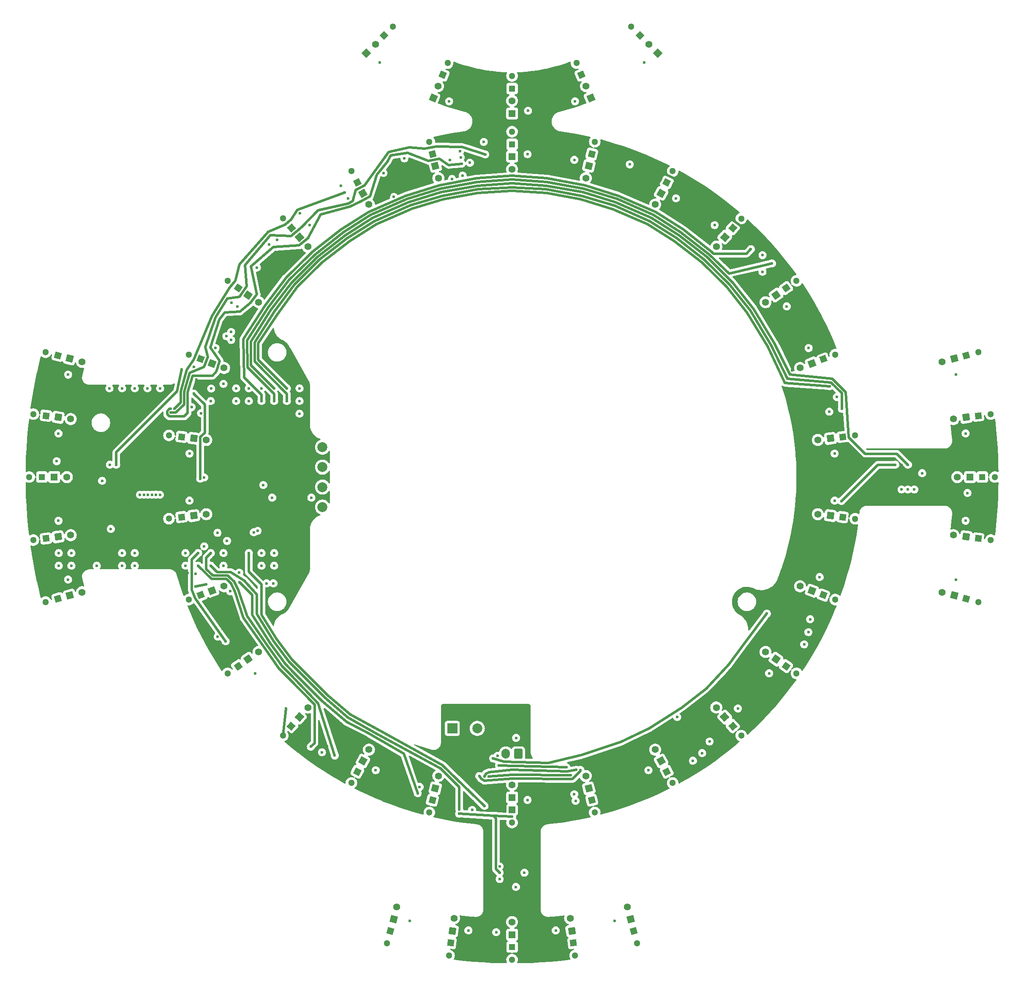
<source format=gbr>
%TF.GenerationSoftware,KiCad,Pcbnew,8.0.1*%
%TF.CreationDate,2025-01-30T23:09:45+09:00*%
%TF.ProjectId,Line-003-20241222,4c696e65-2d30-4303-932d-323032343132,rev?*%
%TF.SameCoordinates,Original*%
%TF.FileFunction,Copper,L3,Inr*%
%TF.FilePolarity,Positive*%
%FSLAX46Y46*%
G04 Gerber Fmt 4.6, Leading zero omitted, Abs format (unit mm)*
G04 Created by KiCad (PCBNEW 8.0.1) date 2025-01-30 23:09:45*
%MOMM*%
%LPD*%
G01*
G04 APERTURE LIST*
G04 Aperture macros list*
%AMRoundRect*
0 Rectangle with rounded corners*
0 $1 Rounding radius*
0 $2 $3 $4 $5 $6 $7 $8 $9 X,Y pos of 4 corners*
0 Add a 4 corners polygon primitive as box body*
4,1,4,$2,$3,$4,$5,$6,$7,$8,$9,$2,$3,0*
0 Add four circle primitives for the rounded corners*
1,1,$1+$1,$2,$3*
1,1,$1+$1,$4,$5*
1,1,$1+$1,$6,$7*
1,1,$1+$1,$8,$9*
0 Add four rect primitives between the rounded corners*
20,1,$1+$1,$2,$3,$4,$5,0*
20,1,$1+$1,$4,$5,$6,$7,0*
20,1,$1+$1,$6,$7,$8,$9,0*
20,1,$1+$1,$8,$9,$2,$3,0*%
%AMRotRect*
0 Rectangle, with rotation*
0 The origin of the aperture is its center*
0 $1 length*
0 $2 width*
0 $3 Rotation angle, in degrees counterclockwise*
0 Add horizontal line*
21,1,$1,$2,0,0,$3*%
G04 Aperture macros list end*
%TA.AperFunction,ComponentPad*%
%ADD10R,2.000000X2.000000*%
%TD*%
%TA.AperFunction,ComponentPad*%
%ADD11C,2.000000*%
%TD*%
%TA.AperFunction,ComponentPad*%
%ADD12RoundRect,0.250000X0.600000X0.750000X-0.600000X0.750000X-0.600000X-0.750000X0.600000X-0.750000X0*%
%TD*%
%TA.AperFunction,ComponentPad*%
%ADD13O,1.700000X2.000000*%
%TD*%
%TA.AperFunction,ComponentPad*%
%ADD14RotRect,1.300000X1.300000X165.000000*%
%TD*%
%TA.AperFunction,ComponentPad*%
%ADD15C,1.300000*%
%TD*%
%TA.AperFunction,ComponentPad*%
%ADD16RotRect,1.300000X1.300000X247.500000*%
%TD*%
%TA.AperFunction,ComponentPad*%
%ADD17RotRect,1.300000X1.300000X195.000000*%
%TD*%
%TA.AperFunction,ComponentPad*%
%ADD18R,1.300000X1.300000*%
%TD*%
%TA.AperFunction,ComponentPad*%
%ADD19RotRect,1.400000X1.400000X353.076000*%
%TD*%
%TA.AperFunction,ComponentPad*%
%ADD20C,1.400000*%
%TD*%
%TA.AperFunction,ComponentPad*%
%ADD21RotRect,1.400000X1.400000X89.998000*%
%TD*%
%TA.AperFunction,ComponentPad*%
%ADD22R,1.400000X1.400000*%
%TD*%
%TA.AperFunction,ComponentPad*%
%ADD23RotRect,1.300000X1.300000X187.500000*%
%TD*%
%TA.AperFunction,ComponentPad*%
%ADD24RotRect,1.400000X1.400000X75.000000*%
%TD*%
%TA.AperFunction,ComponentPad*%
%ADD25RotRect,1.300000X1.300000X225.000000*%
%TD*%
%TA.AperFunction,ComponentPad*%
%ADD26RotRect,1.400000X1.400000X145.382000*%
%TD*%
%TA.AperFunction,ComponentPad*%
%ADD27RotRect,1.400000X1.400000X67.500000*%
%TD*%
%TA.AperFunction,ComponentPad*%
%ADD28RotRect,1.300000X1.300000X311.538000*%
%TD*%
%TA.AperFunction,ComponentPad*%
%ADD29RotRect,1.400000X1.400000X76.152000*%
%TD*%
%TA.AperFunction,ComponentPad*%
%ADD30RotRect,1.400000X1.400000X352.500000*%
%TD*%
%TA.AperFunction,ComponentPad*%
%ADD31RotRect,1.300000X1.300000X345.000000*%
%TD*%
%TA.AperFunction,ComponentPad*%
%ADD32RotRect,1.300000X1.300000X325.384000*%
%TD*%
%TA.AperFunction,ComponentPad*%
%ADD33RotRect,1.400000X1.400000X186.920000*%
%TD*%
%TA.AperFunction,ComponentPad*%
%ADD34RotRect,1.400000X1.400000X62.306000*%
%TD*%
%TA.AperFunction,ComponentPad*%
%ADD35RotRect,1.300000X1.300000X315.000000*%
%TD*%
%TA.AperFunction,ComponentPad*%
%ADD36RotRect,1.400000X1.400000X195.000000*%
%TD*%
%TA.AperFunction,ComponentPad*%
%ADD37RotRect,1.400000X1.400000X112.500000*%
%TD*%
%TA.AperFunction,ComponentPad*%
%ADD38RotRect,1.400000X1.400000X135.000000*%
%TD*%
%TA.AperFunction,ComponentPad*%
%ADD39RotRect,1.400000X1.400000X165.000000*%
%TD*%
%TA.AperFunction,ComponentPad*%
%ADD40RotRect,1.400000X1.400000X159.228000*%
%TD*%
%TA.AperFunction,ComponentPad*%
%ADD41RotRect,1.400000X1.400000X105.000000*%
%TD*%
%TA.AperFunction,ComponentPad*%
%ADD42RotRect,1.400000X1.400000X228.458000*%
%TD*%
%TA.AperFunction,ComponentPad*%
%ADD43RotRect,1.300000X1.300000X15.000000*%
%TD*%
%TA.AperFunction,ComponentPad*%
%ADD44RotRect,1.300000X1.300000X20.768000*%
%TD*%
%TA.AperFunction,ComponentPad*%
%ADD45RotRect,1.300000X1.300000X214.612000*%
%TD*%
%TA.AperFunction,ComponentPad*%
%ADD46RotRect,1.300000X1.300000X283.846000*%
%TD*%
%TA.AperFunction,ComponentPad*%
%ADD47RotRect,1.400000X1.400000X117.690000*%
%TD*%
%TA.AperFunction,ComponentPad*%
%ADD48RotRect,1.300000X1.300000X48.460000*%
%TD*%
%TA.AperFunction,ComponentPad*%
%ADD49RotRect,1.400000X1.400000X173.074000*%
%TD*%
%TA.AperFunction,ComponentPad*%
%ADD50RotRect,1.400000X1.400000X256.150000*%
%TD*%
%TA.AperFunction,ComponentPad*%
%ADD51RotRect,1.400000X1.400000X187.500000*%
%TD*%
%TA.AperFunction,ComponentPad*%
%ADD52RotRect,1.400000X1.400000X20.768000*%
%TD*%
%TA.AperFunction,ComponentPad*%
%ADD53RotRect,1.300000X1.300000X62.306000*%
%TD*%
%TA.AperFunction,ComponentPad*%
%ADD54RotRect,1.300000X1.300000X82.500000*%
%TD*%
%TA.AperFunction,ComponentPad*%
%ADD55RotRect,1.400000X1.400000X6.922000*%
%TD*%
%TA.AperFunction,ComponentPad*%
%ADD56RotRect,1.300000X1.300000X297.692000*%
%TD*%
%TA.AperFunction,ComponentPad*%
%ADD57RotRect,1.300000X1.300000X97.500000*%
%TD*%
%TA.AperFunction,ComponentPad*%
%ADD58RotRect,1.400000X1.400000X45.000000*%
%TD*%
%TA.AperFunction,ComponentPad*%
%ADD59RotRect,1.300000X1.300000X117.690000*%
%TD*%
%TA.AperFunction,ComponentPad*%
%ADD60RotRect,1.300000X1.300000X34.614000*%
%TD*%
%TA.AperFunction,ComponentPad*%
%ADD61RotRect,1.400000X1.400000X200.766000*%
%TD*%
%TA.AperFunction,ComponentPad*%
%ADD62RotRect,1.400000X1.400000X131.536000*%
%TD*%
%TA.AperFunction,ComponentPad*%
%ADD63RotRect,1.300000X1.300000X75.000000*%
%TD*%
%TA.AperFunction,ComponentPad*%
%ADD64RotRect,1.400000X1.400000X339.230000*%
%TD*%
%TA.AperFunction,ComponentPad*%
%ADD65RotRect,1.300000X1.300000X186.920000*%
%TD*%
%TA.AperFunction,ComponentPad*%
%ADD66RotRect,1.400000X1.400000X7.500000*%
%TD*%
%TA.AperFunction,ComponentPad*%
%ADD67RotRect,1.300000X1.300000X352.500000*%
%TD*%
%TA.AperFunction,ComponentPad*%
%ADD68RotRect,1.300000X1.300000X89.998000*%
%TD*%
%TA.AperFunction,ComponentPad*%
%ADD69RotRect,1.400000X1.400000X48.460000*%
%TD*%
%TA.AperFunction,ComponentPad*%
%ADD70RotRect,1.300000X1.300000X242.304000*%
%TD*%
%TA.AperFunction,ComponentPad*%
%ADD71RotRect,1.400000X1.400000X345.000000*%
%TD*%
%TA.AperFunction,ComponentPad*%
%ADD72RotRect,1.400000X1.400000X214.612000*%
%TD*%
%TA.AperFunction,ComponentPad*%
%ADD73RotRect,1.300000X1.300000X228.458000*%
%TD*%
%TA.AperFunction,ComponentPad*%
%ADD74RotRect,1.300000X1.300000X103.844000*%
%TD*%
%TA.AperFunction,ComponentPad*%
%ADD75RotRect,1.300000X1.300000X105.000000*%
%TD*%
%TA.AperFunction,ComponentPad*%
%ADD76RotRect,1.300000X1.300000X200.766000*%
%TD*%
%TA.AperFunction,ComponentPad*%
%ADD77RotRect,1.300000X1.300000X159.228000*%
%TD*%
%TA.AperFunction,ComponentPad*%
%ADD78RotRect,1.400000X1.400000X283.846000*%
%TD*%
%TA.AperFunction,ComponentPad*%
%ADD79RotRect,1.400000X1.400000X34.614000*%
%TD*%
%TA.AperFunction,ComponentPad*%
%ADD80RotRect,1.300000X1.300000X172.500000*%
%TD*%
%TA.AperFunction,ComponentPad*%
%ADD81RotRect,1.300000X1.300000X173.074000*%
%TD*%
%TA.AperFunction,ComponentPad*%
%ADD82RotRect,1.300000X1.300000X145.382000*%
%TD*%
%TA.AperFunction,ComponentPad*%
%ADD83RotRect,1.400000X1.400000X97.500000*%
%TD*%
%TA.AperFunction,ComponentPad*%
%ADD84RotRect,1.400000X1.400000X311.538000*%
%TD*%
%TA.AperFunction,ComponentPad*%
%ADD85RotRect,1.300000X1.300000X131.536000*%
%TD*%
%TA.AperFunction,ComponentPad*%
%ADD86RotRect,1.300000X1.300000X353.076000*%
%TD*%
%TA.AperFunction,ComponentPad*%
%ADD87RotRect,1.300000X1.300000X7.500000*%
%TD*%
%TA.AperFunction,ComponentPad*%
%ADD88RotRect,1.300000X1.300000X339.230000*%
%TD*%
%TA.AperFunction,ComponentPad*%
%ADD89RotRect,1.400000X1.400000X15.000000*%
%TD*%
%TA.AperFunction,ComponentPad*%
%ADD90RotRect,1.400000X1.400000X297.692000*%
%TD*%
%TA.AperFunction,ComponentPad*%
%ADD91RotRect,1.300000X1.300000X292.500000*%
%TD*%
%TA.AperFunction,ComponentPad*%
%ADD92RotRect,1.400000X1.400000X172.500000*%
%TD*%
%TA.AperFunction,ComponentPad*%
%ADD93RotRect,1.300000X1.300000X256.150000*%
%TD*%
%TA.AperFunction,ComponentPad*%
%ADD94RotRect,1.300000X1.300000X76.152000*%
%TD*%
%TA.AperFunction,ComponentPad*%
%ADD95RotRect,1.400000X1.400000X82.500000*%
%TD*%
%TA.AperFunction,ComponentPad*%
%ADD96RotRect,1.400000X1.400000X103.844000*%
%TD*%
%TA.AperFunction,ComponentPad*%
%ADD97RotRect,1.300000X1.300000X6.922000*%
%TD*%
%TA.AperFunction,ComponentPad*%
%ADD98RotRect,1.400000X1.400000X325.384000*%
%TD*%
%TA.AperFunction,ComponentPad*%
%ADD99RotRect,1.400000X1.400000X242.304000*%
%TD*%
%TA.AperFunction,ViaPad*%
%ADD100C,0.600000*%
%TD*%
%TA.AperFunction,Conductor*%
%ADD101C,0.500000*%
%TD*%
G04 APERTURE END LIST*
D10*
%TO.N,+5V*%
%TO.C,C20*%
X-11967677Y-50400000D03*
D11*
%TO.N,GND*%
X-6967677Y-50400000D03*
%TD*%
D12*
%TO.N,+5V*%
%TO.C,J1*%
X1250000Y-55500000D03*
D13*
%TO.N,GND*%
X-1250000Y-55500000D03*
%TD*%
D11*
%TO.N,+5V*%
%TO.C,J2*%
X-37997528Y5999123D03*
%TO.N,GND*%
X-37997528Y1999123D03*
%TO.N,Net-(J2-Pin_3)*%
X-37997528Y-2000877D03*
%TO.N,Net-(J2-Pin_4)*%
X-37997528Y-6000877D03*
%TD*%
D14*
%TO.N,Line-R*%
%TO.C,U42*%
X91021644Y-24389396D03*
D15*
%TO.N,+5V*%
X93475096Y-25046796D03*
%TD*%
D16*
%TO.N,Line-F*%
%TO.C,U30*%
X-13877473Y80661453D03*
D15*
%TO.N,+5V*%
X-12905457Y83008107D03*
%TD*%
D17*
%TO.N,Line-R*%
%TO.C,U46*%
X91021644Y24387642D03*
D15*
%TO.N,+5V*%
X93475096Y25045042D03*
%TD*%
D18*
%TO.N,Line-L*%
%TO.C,U34*%
X-94228664Y-876D03*
D15*
%TO.N,+5V*%
X-96768664Y-876D03*
%TD*%
D19*
%TO.N,GND*%
%TO.C,D7*%
X-63798795Y7747041D03*
D20*
%TO.N,Net-(D7-A)*%
X-61277319Y7440837D03*
%TD*%
D21*
%TO.N,GND*%
%TO.C,D14*%
X236Y-64270878D03*
D20*
%TO.N,Net-(D14-A)*%
X324Y-61730878D03*
%TD*%
D22*
%TO.N,GND*%
%TO.C,D39*%
X2454Y-91770877D03*
D20*
%TO.N,Net-(D39-A)*%
X2454Y-89230877D03*
%TD*%
D23*
%TO.N,Line-R*%
%TO.C,U45*%
X93426303Y12298607D03*
D15*
%TO.N,+5V*%
X95944573Y12630143D03*
%TD*%
D22*
%TO.N,GND*%
%TO.C,D44*%
X91772454Y-877D03*
D20*
%TO.N,Net-(D44-A)*%
X89232454Y-877D03*
%TD*%
D24*
%TO.N,GND*%
%TO.C,D37*%
X-23749370Y-88643890D03*
D20*
%TO.N,Net-(D37-A)*%
X-23091970Y-86190438D03*
%TD*%
D25*
%TO.N,Line-F*%
%TO.C,U31*%
X-25644309Y88523801D03*
D15*
%TO.N,+5V*%
X-23848257Y90319853D03*
%TD*%
D22*
%TO.N,GND*%
%TO.C,D34*%
X-91768664Y-876D03*
D20*
%TO.N,Net-(D34-A)*%
X-89228664Y-876D03*
%TD*%
D26*
%TO.N,GND*%
%TO.C,D18*%
X52893985Y-36512814D03*
D20*
%TO.N,Net-(D18-A)*%
X50803671Y-35069834D03*
%TD*%
D27*
%TO.N,GND*%
%TO.C,D30*%
X-15790891Y76042055D03*
D20*
%TO.N,Net-(D30-A)*%
X-14818875Y78388709D03*
%TD*%
D28*
%TO.N,Line04*%
%TO.C,U4*%
X-44247293Y49947600D03*
D15*
%TO.N,+5V*%
X-45931609Y51848830D03*
%TD*%
D29*
%TO.N,GND*%
%TO.C,D13*%
X-15380349Y-62402813D03*
D20*
%TO.N,Net-(D13-A)*%
X-14772407Y-59936641D03*
%TD*%
D30*
%TO.N,GND*%
%TO.C,D33*%
X-90982441Y11977512D03*
D20*
%TO.N,Net-(D33-A)*%
X-88464171Y11645976D03*
%TD*%
D31*
%TO.N,Line-L*%
%TO.C,U32*%
X-91016736Y24387642D03*
D15*
%TO.N,+5V*%
X-93470188Y25045042D03*
%TD*%
D32*
%TO.N,Line05*%
%TO.C,U5*%
X-54914826Y37906671D03*
D15*
%TO.N,+5V*%
X-57005190Y39349577D03*
%TD*%
D33*
%TO.N,GND*%
%TO.C,D21*%
X63804293Y7742587D03*
D20*
%TO.N,Net-(D21-A)*%
X61282797Y7436559D03*
%TD*%
D34*
%TO.N,GND*%
%TO.C,D12*%
X-29866960Y-56908255D03*
D20*
%TO.N,Net-(D12-A)*%
X-28686496Y-54659231D03*
%TD*%
D35*
%TO.N,Line-F*%
%TO.C,U27*%
X25649217Y88523801D03*
D15*
%TO.N,+5V*%
X23853165Y90319853D03*
%TD*%
D36*
%TO.N,GND*%
%TO.C,D46*%
X88645467Y23750947D03*
D20*
%TO.N,Net-(D46-A)*%
X86192015Y23093547D03*
%TD*%
D37*
%TO.N,GND*%
%TO.C,D28*%
X15795800Y76042055D03*
D20*
%TO.N,Net-(D28-A)*%
X14823784Y78388709D03*
%TD*%
D38*
%TO.N,GND*%
%TO.C,D27*%
X29184751Y84988267D03*
D20*
%TO.N,Net-(D27-A)*%
X27388699Y86784319D03*
%TD*%
D39*
%TO.N,GND*%
%TO.C,D42*%
X88645467Y-23752701D03*
D20*
%TO.N,Net-(D42-A)*%
X86192015Y-23095301D03*
%TD*%
D40*
%TO.N,GND*%
%TO.C,D19*%
X60094871Y-22794239D03*
D20*
%TO.N,Net-(D19-A)*%
X57719973Y-21893427D03*
%TD*%
D41*
%TO.N,GND*%
%TO.C,D41*%
X23754278Y-88643890D03*
D20*
%TO.N,Net-(D41-A)*%
X23096878Y-86190438D03*
%TD*%
D42*
%TO.N,GND*%
%TO.C,D24*%
X42624342Y48103275D03*
D20*
%TO.N,Net-(D24-A)*%
X40939894Y46202161D03*
%TD*%
D43*
%TO.N,Line-L*%
%TO.C,U36*%
X-91016737Y-24389396D03*
D15*
%TO.N,+5V*%
X-93470189Y-25046796D03*
%TD*%
D44*
%TO.N,Line09*%
%TO.C,U9*%
X-62391663Y-23662322D03*
D15*
%TO.N,+5V*%
X-64766623Y-24562968D03*
%TD*%
D45*
%TO.N,Line23*%
%TO.C,U23*%
X54922431Y37902837D03*
D15*
%TO.N,+5V*%
X57012895Y39345597D03*
%TD*%
D46*
%TO.N,Line02*%
%TO.C,U2*%
X-15966880Y64790111D03*
D15*
%TO.N,+5V*%
X-16574736Y67256305D03*
%TD*%
D47*
%TO.N,GND*%
%TO.C,D16*%
X29867945Y-56910340D03*
D20*
%TO.N,Net-(D16-A)*%
X28687639Y-54661234D03*
%TD*%
D18*
%TO.N,Line01*%
%TO.C,U1*%
X2479Y66729121D03*
D15*
%TO.N,+5V*%
X2479Y69269121D03*
%TD*%
D48*
%TO.N,Line11*%
%TO.C,U11*%
X-44249037Y-49947813D03*
D15*
%TO.N,+5V*%
X-45933419Y-51848985D03*
%TD*%
D49*
%TO.N,GND*%
%TO.C,D20*%
X63803482Y-7751026D03*
D20*
%TO.N,Net-(D20-A)*%
X61282018Y-7444734D03*
%TD*%
D50*
%TO.N,GND*%
%TO.C,D26*%
X15387485Y62400519D03*
D20*
%TO.N,Net-(D26-A)*%
X14779457Y59934367D03*
%TD*%
D51*
%TO.N,GND*%
%TO.C,D45*%
X90987348Y11977512D03*
D20*
%TO.N,Net-(D45-A)*%
X88469078Y11645976D03*
%TD*%
D52*
%TO.N,GND*%
%TO.C,D9*%
X-60091504Y-22790044D03*
D20*
%TO.N,Net-(D9-A)*%
X-57716544Y-21889398D03*
%TD*%
D53*
%TO.N,Line12*%
%TO.C,U12*%
X-31010243Y-59086443D03*
D15*
%TO.N,+5V*%
X-32190707Y-61335467D03*
%TD*%
D54*
%TO.N,Line-B*%
%TO.C,U38*%
X-12297029Y-93424726D03*
D15*
%TO.N,+5V*%
X-12628565Y-95942996D03*
%TD*%
D55*
%TO.N,GND*%
%TO.C,D8*%
X-63799065Y-7746572D03*
D20*
%TO.N,Net-(D8-A)*%
X-61277579Y-7440456D03*
%TD*%
D56*
%TO.N,Line03*%
%TO.C,U3*%
X-31008181Y59085768D03*
D15*
%TO.N,+5V*%
X-32188565Y61334832D03*
%TD*%
D57*
%TO.N,Line-B*%
%TO.C,U40*%
X12301938Y-93424726D03*
D15*
%TO.N,+5V*%
X12633474Y-95942996D03*
%TD*%
D58*
%TO.N,GND*%
%TO.C,D31*%
X-29179843Y84988267D03*
D20*
%TO.N,Net-(D31-A)*%
X-27383791Y86784319D03*
%TD*%
D59*
%TO.N,Line16*%
%TO.C,U16*%
X31011076Y-59088608D03*
D15*
%TO.N,+5V*%
X32191382Y-61337714D03*
%TD*%
D60*
%TO.N,Line10*%
%TO.C,U10*%
X-54916150Y-37906512D03*
D15*
%TO.N,+5V*%
X-57006564Y-39349346D03*
%TD*%
D61*
%TO.N,GND*%
%TO.C,D22*%
X60097257Y22786188D03*
D20*
%TO.N,Net-(D22-A)*%
X57722265Y21885626D03*
%TD*%
D62*
%TO.N,GND*%
%TO.C,D17*%
X42619305Y-48109495D03*
D20*
%TO.N,Net-(D17-A)*%
X40935055Y-46208205D03*
%TD*%
D63*
%TO.N,Line-B*%
%TO.C,U37*%
X-24386065Y-91020067D03*
D15*
%TO.N,+5V*%
X-25043465Y-93473519D03*
%TD*%
D64*
%TO.N,GND*%
%TO.C,D6*%
X-60090709Y22790383D03*
D20*
%TO.N,Net-(D6-A)*%
X-57715779Y21889655D03*
%TD*%
D65*
%TO.N,Line21*%
%TO.C,U21*%
X66246374Y8038976D03*
D15*
%TO.N,+5V*%
X68767870Y8345004D03*
%TD*%
D66*
%TO.N,GND*%
%TO.C,D35*%
X-90982441Y-11979265D03*
D20*
%TO.N,Net-(D35-A)*%
X-88464171Y-11647729D03*
%TD*%
D67*
%TO.N,Line-L*%
%TO.C,U33*%
X-93421396Y12298607D03*
D15*
%TO.N,+5V*%
X-95939666Y12630143D03*
%TD*%
D22*
%TO.N,GND*%
%TO.C,D29*%
X2455Y72900564D03*
D20*
%TO.N,Net-(D29-A)*%
X2455Y75440564D03*
%TD*%
D68*
%TO.N,Line14*%
%TO.C,U14*%
X150Y-66730878D03*
D15*
%TO.N,+5V*%
X62Y-69270878D03*
%TD*%
D69*
%TO.N,GND*%
%TO.C,D11*%
X-42617705Y-48106520D03*
D20*
%TO.N,Net-(D11-A)*%
X-40933323Y-46205348D03*
%TD*%
D70*
%TO.N,Line25*%
%TO.C,U25*%
X31017263Y59083603D03*
D15*
%TO.N,+5V*%
X32197805Y61332585D03*
%TD*%
D71*
%TO.N,GND*%
%TO.C,D32*%
X-88640559Y23750947D03*
D20*
%TO.N,Net-(D32-A)*%
X-86187107Y23093547D03*
%TD*%
D18*
%TO.N,Line-F*%
%TO.C,U29*%
X2455Y77900564D03*
D15*
%TO.N,+5V*%
X2455Y80440564D03*
%TD*%
D72*
%TO.N,GND*%
%TO.C,D23*%
X52897808Y36505517D03*
D20*
%TO.N,Net-(D23-A)*%
X50807344Y35062757D03*
%TD*%
D73*
%TO.N,Line24*%
%TO.C,U24*%
X44255739Y49944509D03*
D15*
%TO.N,+5V*%
X45940187Y51845623D03*
%TD*%
D74*
%TO.N,Line15*%
%TO.C,U15*%
X15969577Y-64792425D03*
D15*
%TO.N,+5V*%
X16577347Y-67258643D03*
%TD*%
D75*
%TO.N,Line-B*%
%TO.C,U41*%
X24390973Y-91020067D03*
D15*
%TO.N,+5V*%
X25048373Y-93473519D03*
%TD*%
D76*
%TO.N,Line22*%
%TO.C,U22*%
X62397447Y23658387D03*
D15*
%TO.N,+5V*%
X64772439Y24558949D03*
%TD*%
D77*
%TO.N,Line19*%
%TO.C,U19*%
X62394968Y-23666678D03*
D15*
%TO.N,+5V*%
X64769866Y-24567490D03*
%TD*%
D78*
%TO.N,GND*%
%TO.C,D2*%
X-15378171Y62401592D03*
D20*
%TO.N,Net-(D2-A)*%
X-14770315Y59935398D03*
%TD*%
D79*
%TO.N,GND*%
%TO.C,D10*%
X-52891576Y-36509122D03*
D20*
%TO.N,Net-(D10-A)*%
X-50801162Y-35066288D03*
%TD*%
D80*
%TO.N,Line-R*%
%TO.C,U43*%
X93426303Y-12300360D03*
D15*
%TO.N,+5V*%
X95944573Y-12631896D03*
%TD*%
D81*
%TO.N,Line20*%
%TO.C,U20*%
X66245532Y-8047671D03*
D15*
%TO.N,+5V*%
X68766996Y-8353963D03*
%TD*%
D22*
%TO.N,GND*%
%TO.C,D1*%
X2479Y64269121D03*
D20*
%TO.N,Net-(D1-A)*%
X2479Y61729121D03*
%TD*%
D82*
%TO.N,Line18*%
%TO.C,U18*%
X54918461Y-37910346D03*
D15*
%TO.N,+5V*%
X57008775Y-39353326D03*
%TD*%
D83*
%TO.N,GND*%
%TO.C,D40*%
X11980843Y-90985771D03*
D20*
%TO.N,Net-(D40-A)*%
X11649307Y-88467501D03*
%TD*%
D84*
%TO.N,GND*%
%TO.C,D4*%
X-42616026Y48106249D03*
D20*
%TO.N,Net-(D4-A)*%
X-40931710Y46205019D03*
%TD*%
D85*
%TO.N,Line17*%
%TO.C,U17*%
X44250508Y-49950902D03*
D15*
%TO.N,+5V*%
X45934758Y-51852192D03*
%TD*%
D18*
%TO.N,Line-B*%
%TO.C,U39*%
X2454Y-94230877D03*
D15*
%TO.N,+5V*%
X2454Y-96770877D03*
%TD*%
D86*
%TO.N,Line07*%
%TO.C,U7*%
X-66240854Y8043600D03*
D15*
%TO.N,+5V*%
X-68762330Y8349804D03*
%TD*%
D87*
%TO.N,Line-L*%
%TO.C,U35*%
X-93421396Y-12300359D03*
D15*
%TO.N,+5V*%
X-95939666Y-12631895D03*
%TD*%
D88*
%TO.N,Line06*%
%TO.C,U6*%
X-62390836Y23662742D03*
D15*
%TO.N,+5V*%
X-64765766Y24563470D03*
%TD*%
D89*
%TO.N,GND*%
%TO.C,D36*%
X-88640560Y-23752700D03*
D20*
%TO.N,Net-(D36-A)*%
X-86187108Y-23095300D03*
%TD*%
D90*
%TO.N,GND*%
%TO.C,D3*%
X-29864973Y56907539D03*
D20*
%TO.N,Net-(D3-A)*%
X-28684589Y54658475D03*
%TD*%
D91*
%TO.N,Line-F*%
%TO.C,U28*%
X13882382Y80661453D03*
D15*
%TO.N,+5V*%
X12910366Y83008107D03*
%TD*%
D92*
%TO.N,GND*%
%TO.C,D43*%
X90987348Y-11979265D03*
D20*
%TO.N,Net-(D43-A)*%
X88469078Y-11647729D03*
%TD*%
D93*
%TO.N,Line26*%
%TO.C,U26*%
X15976362Y64788996D03*
D15*
%TO.N,+5V*%
X16584390Y67255148D03*
%TD*%
D94*
%TO.N,Line13*%
%TO.C,U13*%
X-15969142Y-64791312D03*
D15*
%TO.N,+5V*%
X-16577084Y-67257484D03*
%TD*%
D95*
%TO.N,GND*%
%TO.C,D38*%
X-11975934Y-90985771D03*
D20*
%TO.N,Net-(D38-A)*%
X-11644398Y-88467501D03*
%TD*%
D96*
%TO.N,GND*%
%TO.C,D15*%
X15380951Y-62403889D03*
D20*
%TO.N,Net-(D15-A)*%
X14773181Y-59937671D03*
%TD*%
D97*
%TO.N,Line08*%
%TO.C,U8*%
X-66241135Y-8043046D03*
D15*
%TO.N,+5V*%
X-68762621Y-8349162D03*
%TD*%
D98*
%TO.N,GND*%
%TO.C,D5*%
X-52890302Y36509209D03*
D20*
%TO.N,Net-(D5-A)*%
X-50799938Y35066303D03*
%TD*%
D99*
%TO.N,GND*%
%TO.C,D25*%
X29873904Y56905454D03*
D20*
%TO.N,Net-(D25-A)*%
X28693362Y54656472D03*
%TD*%
D18*
%TO.N,Line-R*%
%TO.C,U44*%
X94232454Y-877D03*
D15*
%TO.N,+5V*%
X96772454Y-877D03*
%TD*%
D100*
%TO.N,+5V*%
X825000Y-52300006D03*
X-63446512Y-21907804D03*
X3205529Y73471406D03*
X12476029Y-63614480D03*
X61646995Y-20056574D03*
X20546111Y-88985217D03*
X32850972Y55885217D03*
X82201936Y774121D03*
X-26511281Y83126982D03*
X55059749Y34218629D03*
X-88317521Y-15240879D03*
X-8750658Y-90905429D03*
X12618058Y75343677D03*
X88986802Y-20544527D03*
X-90902103Y8752242D03*
X64655348Y-4721461D03*
X3110376Y-64751331D03*
X-18515126Y-62124784D03*
X-45264219Y-46403559D03*
X777470Y-82201479D03*
X90907013Y8752244D03*
X-20541200Y-88985218D03*
X64655842Y4712937D03*
X51522363Y-39345248D03*
X91271822Y-3188066D03*
X27337143Y-58780936D03*
X-64650604Y4717451D03*
X-64650769Y-4716947D03*
X-88981892Y-20544524D03*
X12482689Y63611420D03*
X-27336338Y-58779027D03*
X90907013Y-8753984D03*
X-12473341Y63612291D03*
X-32842162Y55887509D03*
X-51520202Y-39341650D03*
X45265888Y-46406719D03*
X-40606556Y50528212D03*
X-82165251Y-764001D03*
X26516156Y83126985D03*
X-91266912Y3186327D03*
X-61300000Y-21500000D03*
X-90902103Y-8753982D03*
X-55052454Y34222473D03*
X8755570Y-90905427D03*
X-12613183Y75343674D03*
X88986804Y20542786D03*
X40614991Y50525377D03*
X59443653Y25864633D03*
X-88981893Y20542785D03*
X3112636Y64749470D03*
X-59436938Y25868781D03*
X-3184740Y-91270236D03*
X-88317521Y-17780879D03*
%TO.N,GND*%
X-63430331Y-19430331D03*
X-63730611Y22073635D03*
X59400000Y-31100000D03*
X-42485877Y52866620D03*
X-56300000Y27500000D03*
X-38100000Y-55200000D03*
X-49850000Y-1610000D03*
X-34300000Y58400000D03*
X-57250000Y28250000D03*
X-90857521Y-15240879D03*
X-59000000Y-32000000D03*
X-59040000Y-11180000D03*
X-8000000Y-66750000D03*
X-90857521Y-17780879D03*
X-40225000Y-4125000D03*
X38100000Y-55350000D03*
X65100000Y16050000D03*
X-57125000Y-12800000D03*
X-56300000Y29100000D03*
X23600000Y62700000D03*
X50200000Y44500000D03*
X-48075000Y-4125000D03*
X-47100000Y47600000D03*
%TO.N,RESET*%
X-83237521Y-17780879D03*
%TO.N,PWM*%
X-78157521Y-15240879D03*
%TO.N,PWM2*%
X-78157521Y-17780879D03*
%TO.N,RX*%
X-57837521Y-17780879D03*
%TO.N,TX*%
X-57837521Y-15240879D03*
%TO.N,Line01*%
X-73077521Y17779121D03*
X-5359091Y64689518D03*
X-68388869Y12908051D03*
%TO.N,Line03*%
X-75617521Y17779121D03*
X-33526159Y57051402D03*
X-67639046Y13696862D03*
%TO.N,Line05*%
X-78157521Y17779121D03*
X-56198988Y34935185D03*
%TO.N,Line07*%
X-62336683Y12816240D03*
%TO.N,Line09*%
X-74573657Y-3550164D03*
%TO.N,Line11*%
X-73773655Y-3550005D03*
%TO.N,Line13*%
X-54600000Y-21050000D03*
X-72973653Y-3549987D03*
X-18900760Y-63418533D03*
%TO.N,Line15*%
X12735795Y-64939252D03*
X-71374056Y-3535905D03*
X-49172530Y-21321290D03*
%TO.N,Line17*%
X-47822530Y-21321290D03*
X-70574407Y-3559681D03*
%TO.N,Line19*%
X-51000000Y-10780000D03*
X-3800000Y-56400000D03*
X51066145Y-27366145D03*
X-61690000Y-90000D03*
%TO.N,Line20*%
X66001763Y-4819768D03*
X76802876Y2474121D03*
%TO.N,Line21*%
X63575649Y13115751D03*
%TO.N,Line23*%
X50195471Y41160480D03*
%TO.N,Line-F*%
X-70537521Y17779121D03*
X-68438991Y13706481D03*
X-8448064Y63028166D03*
X-10119921Y62832127D03*
%TO.N,Line-L*%
X-80697521Y17779121D03*
%TO.N,Line-B*%
X-2472530Y-78071290D03*
X-72173708Y-3559587D03*
X-54672530Y-19171290D03*
%TO.N,Line-R*%
X-51770197Y-11070465D03*
X-2897814Y-55892895D03*
X78072876Y-2475879D03*
X-62500000Y-340662D03*
X33100000Y-48100000D03*
X-63758929Y16748745D03*
%TO.N,LED_BUILTIN*%
X-65457521Y-17780879D03*
%TO.N,Th*%
X-25222955Y59785349D03*
X20689512Y61526680D03*
X-78158064Y-10401479D03*
X-6588041Y61283855D03*
X-53300000Y-33400000D03*
X49029525Y43434116D03*
X57998418Y-30442972D03*
X56150000Y21450000D03*
X-37133590Y-53978965D03*
X-57995585Y-30438923D03*
X-24588041Y56583855D03*
X-47850000Y38800000D03*
X-52250000Y32550000D03*
X-31700000Y-54450000D03*
X18711959Y58833855D03*
X-5512171Y65950258D03*
X78072876Y2474121D03*
X-78067918Y-2475879D03*
X56750000Y16950000D03*
X37208476Y-53907871D03*
X-48969430Y43378979D03*
X-42488041Y44583855D03*
X-21133444Y62713753D03*
X-7894856Y-65023045D03*
X63600031Y15670796D03*
X-63250000Y19589518D03*
X-12700000Y-62050000D03*
X-63569775Y13120189D03*
X-17288041Y59083855D03*
X25768192Y60958876D03*
X11261959Y60583855D03*
X2477470Y-78071290D03*
X-65000000Y-19200000D03*
X-41050000Y-49450000D03*
%TO.N,02*%
X-23698728Y56198728D03*
X-21585240Y63901624D03*
X-57837521Y18700000D03*
%TO.N,01*%
X-5665251Y67210999D03*
X-60294466Y17758648D03*
X-12031352Y59781809D03*
%TO.N,04*%
X-48709753Y46662202D03*
X-55297521Y15239121D03*
%TO.N,03*%
X-25763234Y60958876D03*
X-52757521Y17779121D03*
%TO.N,05*%
X-51141113Y42002655D03*
X-55297521Y17779121D03*
%TO.N,06*%
X-60377521Y15239121D03*
%TO.N,07*%
X-64202884Y14024121D03*
X-52757521Y15239121D03*
%TO.N,08*%
X-75617521Y-15240879D03*
%TO.N,10*%
X-57407716Y-32925539D03*
X-62917521Y-15240879D03*
%TO.N,09*%
X-65457521Y-15240879D03*
%TO.N,11*%
X-40326335Y-54067009D03*
X-62917521Y-17780879D03*
%TO.N,12*%
X-60377521Y-15240879D03*
X-35531172Y-55833875D03*
%TO.N,14*%
X-52757521Y-15240879D03*
X-5514474Y-65951823D03*
%TO.N,13*%
X-60377521Y-17780879D03*
X-10581486Y-66615737D03*
%TO.N,16*%
X-6550000Y-59956752D03*
X36253631Y-56881576D03*
X-50217521Y-15240879D03*
X13700000Y-58728750D03*
%TO.N,15*%
X2477470Y-79341290D03*
%TO.N,18*%
X58551936Y-33551479D03*
X11733071Y-59761754D03*
X-47677521Y-15240879D03*
X-4690802Y-60071290D03*
%TO.N,17*%
X12900915Y-58690461D03*
X-5490805Y-60071290D03*
X39606119Y-53024605D03*
X-50217521Y-17780879D03*
%TO.N,19*%
X59751936Y-28501479D03*
X-47677521Y-17780879D03*
X-2600000Y-57800000D03*
X10888282Y-58188282D03*
%TO.N,20*%
X-47677521Y17779121D03*
X79342876Y2474121D03*
%TO.N,21*%
X66101936Y13698521D03*
X-45137521Y15239121D03*
%TO.N,22*%
X-45137521Y17779121D03*
X63624413Y18225841D03*
%TO.N,24*%
X-50217521Y15239121D03*
X47863579Y45707752D03*
%TO.N,23*%
X52101936Y42848521D03*
X-47677521Y15239121D03*
%TO.N,25*%
X-42597521Y12699121D03*
%TO.N,26*%
X-42597521Y15239121D03*
%TO.N,Th2*%
X-61700000Y-13900000D03*
X-80408064Y-10401479D03*
X79342876Y-2475879D03*
X-10600000Y-67500000D03*
X-10273001Y64092868D03*
X-66200000Y21600000D03*
X-2472530Y-79341290D03*
X0Y-68100000D03*
X-79337918Y2474121D03*
X-56500000Y-22900000D03*
%TO.N,F*%
X-42597521Y17779121D03*
X-9898064Y60448521D03*
X-10426081Y65353608D03*
%TO.N,L*%
X-75617521Y-17780879D03*
X-80607918Y2474121D03*
%TO.N,R*%
X80612876Y-2475879D03*
X-50217521Y17779121D03*
%TO.N,B*%
X-2472530Y-80611290D03*
%TD*%
D101*
%TO.N,+5V*%
X-61300000Y-21500000D02*
X-63446512Y-21907804D01*
X-45264219Y-46403559D02*
X-45933419Y-51848985D01*
%TO.N,Line01*%
X-48400000Y48500000D02*
X-44248988Y48335185D01*
X-53500000Y42500000D02*
X-48400000Y48500000D01*
X-64600000Y20900000D02*
X-61748988Y22085185D01*
X-44248988Y48335185D02*
X-42198988Y50135185D01*
X-38859091Y53489518D02*
X-32809091Y54889518D01*
X-31948988Y55385185D02*
X-31348988Y57535185D01*
X-42198988Y50135185D02*
X-38859091Y53489518D01*
X-24759091Y65189518D02*
X-20600000Y66100000D01*
X-53148988Y38235185D02*
X-53500000Y42500000D01*
X-32809091Y54889518D02*
X-31948988Y55385185D01*
X-15159091Y66289518D02*
X-10009091Y66189518D01*
X-65700000Y17100000D02*
X-64600000Y20900000D01*
X-54648988Y36135185D02*
X-53148988Y38235185D01*
X-68388869Y12908051D02*
X-67367196Y12908051D01*
X-65700000Y14575247D02*
X-65700000Y17100000D01*
X-67367196Y12908051D02*
X-65700000Y14575247D01*
X-61500000Y26100000D02*
X-59459091Y31989518D01*
X-10009091Y66189518D02*
X-5359091Y64689518D01*
X-29548988Y58485185D02*
X-24759091Y65189518D01*
X-17509091Y65839518D02*
X-15159091Y66289518D01*
X-60948988Y24085185D02*
X-61500000Y26100000D01*
X-61748988Y22085185D02*
X-60948988Y24085185D01*
X-57109091Y35839518D02*
X-54648988Y36135185D01*
X-59459091Y31989518D02*
X-57109091Y35839518D01*
X-20600000Y66100000D02*
X-17509091Y65839518D01*
X-31348988Y57535185D02*
X-29548988Y58485185D01*
%TO.N,Line03*%
X-44248988Y51635185D02*
X-43000000Y53600000D01*
X-65200000Y21500000D02*
X-63800000Y23600000D01*
X-60148988Y32335185D02*
X-56648988Y37878777D01*
X-63800000Y23600000D02*
X-63600000Y24000000D01*
X-67639046Y13696862D02*
X-66400000Y14935908D01*
X-63600000Y24000000D02*
X-60148988Y32335185D01*
X-66400000Y14935908D02*
X-66400000Y17200000D01*
X-55498988Y39385185D02*
X-54600000Y42700000D01*
X-43000000Y53600000D02*
X-33526159Y57051402D01*
X-66400000Y17200000D02*
X-65200000Y21500000D01*
X-56648988Y37878777D02*
X-55498988Y39385185D01*
X-45500000Y50600000D02*
X-44248988Y51635185D01*
X-48900000Y49200000D02*
X-45500000Y50600000D01*
X-54600000Y42700000D02*
X-48900000Y49200000D01*
%TO.N,Line13*%
X-43750000Y-39250000D02*
X-45400000Y-37500000D01*
X-52100000Y-27600000D02*
X-52100000Y-23650000D01*
X-28718708Y-51381292D02*
X-33150000Y-49100000D01*
X-45400000Y-37500000D02*
X-48400000Y-33400000D01*
X-48400000Y-33400000D02*
X-48419494Y-33400000D01*
X-38150000Y-44850000D02*
X-43750000Y-39250000D01*
X-48419494Y-33400000D02*
X-52100000Y-27600000D01*
X-21700000Y-55500000D02*
X-28718708Y-51381292D01*
X-52100000Y-23650000D02*
X-54600000Y-21050000D01*
X-18900760Y-63418533D02*
X-21700000Y-55500000D01*
X-33150000Y-49100000D02*
X-38150000Y-44850000D01*
%TO.N,Line19*%
X43400000Y-37600000D02*
X46800000Y-33000000D01*
X46800000Y-33000000D02*
X51066145Y-27366145D01*
X27500000Y-50400000D02*
X34000000Y-46200000D01*
X-3800000Y-56400000D02*
X-1600000Y-57100000D01*
X38900000Y-42400000D02*
X43400000Y-37600000D01*
X21800000Y-53100000D02*
X27500000Y-50400000D01*
X14000000Y-55700000D02*
X21800000Y-53100000D01*
X7300000Y-57300000D02*
X14000000Y-55700000D01*
X-1600000Y-57100000D02*
X7300000Y-57300000D01*
X34000000Y-46200000D02*
X38900000Y-42400000D01*
%TO.N,Line20*%
X66001763Y-4819768D02*
X73295652Y2474121D01*
X73295652Y2474121D02*
X76802876Y2474121D01*
%TO.N,Line-F*%
X-12669921Y62582127D02*
X-10119921Y62832127D01*
X-68438991Y13706481D02*
X-68651100Y13706481D01*
X-65000000Y12857102D02*
X-65000000Y17000000D01*
X-57552454Y33022473D02*
X-54552454Y33172473D01*
X-69138869Y12597390D02*
X-68699530Y12158051D01*
X-65699051Y12158051D02*
X-65000000Y12857102D01*
X-42659091Y46439518D02*
X-40909091Y47939518D01*
X-28500000Y56300000D02*
X-27100000Y60600000D01*
X-64009091Y20339518D02*
X-60059091Y20339518D01*
X-52409091Y34939518D02*
X-51159091Y36639518D01*
X-59259091Y21139518D02*
X-58600000Y23300000D01*
X-51159091Y36639518D02*
X-52300000Y42200000D01*
X-32409091Y54239518D02*
X-30359091Y55289518D01*
X-40909091Y47939518D02*
X-38359091Y52689518D01*
X-16759091Y63389518D02*
X-14609091Y63839518D01*
X-38359091Y52689518D02*
X-32409091Y54239518D01*
X-25000000Y63250000D02*
X-24300000Y64500000D01*
X-58600000Y23300000D02*
X-60500000Y26000000D01*
X-69138869Y13218712D02*
X-69138869Y12597390D01*
X-65000000Y17000000D02*
X-64009091Y20339518D01*
X-47809091Y46139518D02*
X-42659091Y46439518D01*
X-52300000Y42200000D02*
X-47809091Y46139518D01*
X-54552454Y33172473D02*
X-52409091Y34939518D01*
X-68651100Y13706481D02*
X-69138869Y13218712D01*
X-68699530Y12158051D02*
X-65699051Y12158051D01*
X-58709091Y31589518D02*
X-57552454Y33022473D01*
X-24300000Y64500000D02*
X-20900000Y65000000D01*
X-27100000Y60600000D02*
X-25000000Y63250000D01*
X-60059091Y20339518D02*
X-59259091Y21139518D01*
X-14609091Y63839518D02*
X-12669921Y62582127D01*
X-20900000Y65000000D02*
X-16759091Y63389518D01*
X-30359091Y55289518D02*
X-28500000Y56300000D01*
X-60500000Y26000000D02*
X-58709091Y31589518D01*
%TO.N,Line-R*%
X-62500000Y8000000D02*
X-61586683Y8913317D01*
X-61586683Y14515835D02*
X-63758929Y16688081D01*
X-62500000Y-340662D02*
X-62500000Y8000000D01*
X-61586683Y8913317D02*
X-61586683Y14515835D01*
X-63758929Y16688081D02*
X-63758929Y16748745D01*
%TO.N,Th*%
X30800000Y60700000D02*
X32400000Y59900000D01*
X25768192Y60958876D02*
X30800000Y60700000D01*
X45000000Y51000000D02*
X46300000Y50000000D01*
X20689512Y61526680D02*
X25768192Y60958876D01*
X32400000Y59900000D02*
X45000000Y51000000D01*
%TO.N,10*%
X-63548064Y-24301479D02*
X-64198064Y-22651479D01*
X-64198064Y-16521422D02*
X-62917521Y-15240879D01*
X-64198064Y-22651479D02*
X-64198064Y-16521422D01*
X-57407716Y-32925539D02*
X-63548064Y-24301479D01*
%TO.N,11*%
X-46750000Y-38400000D02*
X-49600000Y-34250000D01*
X-60246921Y-20451479D02*
X-62917521Y-17780879D01*
X-39583323Y-45646159D02*
X-44850000Y-40200000D01*
X-53850000Y-28200000D02*
X-55530073Y-22930073D01*
X-49600000Y-34250000D02*
X-53850000Y-28200000D01*
X-40326335Y-54067009D02*
X-39583323Y-53323997D01*
X-39583323Y-53323997D02*
X-39583323Y-45646159D01*
X-55530073Y-22930073D02*
X-56348064Y-21348689D01*
X-57245274Y-20451479D02*
X-60246921Y-20451479D01*
X-56348064Y-21348689D02*
X-57245274Y-20451479D01*
X-44850000Y-40200000D02*
X-46750000Y-38400000D01*
%TO.N,12*%
X-61277521Y-18430929D02*
X-59956971Y-19751479D01*
X-60377521Y-15240879D02*
X-61277521Y-16140879D01*
X-46100000Y-37900000D02*
X-44300000Y-39700000D01*
X-53100000Y-27850000D02*
X-49000000Y-33800000D01*
X-59956971Y-19751479D02*
X-56955324Y-19751479D01*
X-56469433Y-20230110D02*
X-55748064Y-20951479D01*
X-54896664Y-22596664D02*
X-53100000Y-27850000D01*
X-56955324Y-19751479D02*
X-56476694Y-20230110D01*
X-61277521Y-16140879D02*
X-61277521Y-18430929D01*
X-49000000Y-33800000D02*
X-46100000Y-37900000D01*
X-56476694Y-20230110D02*
X-56469433Y-20230110D01*
X-44300000Y-39700000D02*
X-38883323Y-45351479D01*
X-38883323Y-45351479D02*
X-35531172Y-55833875D01*
X-55748064Y-20951479D02*
X-54896664Y-22596664D01*
%TO.N,14*%
X-44096087Y-36546087D02*
X-47200000Y-32550000D01*
X-48450000Y-30500000D02*
X-50204767Y-27604767D01*
X-50250000Y-21500000D02*
X-52757521Y-18992479D01*
X-26850000Y-50650000D02*
X-32450000Y-47590929D01*
X-47200000Y-32550000D02*
X-48450000Y-30500000D01*
X-5514474Y-65951823D02*
X-13948064Y-57751479D01*
X-13948064Y-57751479D02*
X-26850000Y-50650000D01*
X-52757521Y-18992479D02*
X-52757521Y-15240879D01*
X-36900000Y-43750000D02*
X-44096087Y-36546087D01*
X-32450000Y-47590929D02*
X-36900000Y-43750000D01*
X-50204767Y-27604767D02*
X-50250000Y-21500000D01*
%TO.N,13*%
X-51150000Y-23571290D02*
X-53672530Y-20721290D01*
X-56422530Y-19021290D02*
X-59106921Y-19051479D01*
X-10581486Y-62168057D02*
X-14348064Y-58401479D01*
X-59106921Y-19051479D02*
X-60377521Y-17780879D01*
X-53672530Y-20721290D02*
X-56422530Y-19021290D01*
X-51119011Y-27469011D02*
X-51150000Y-23571290D01*
X-44689150Y-36989150D02*
X-47800000Y-32950000D01*
X-47800000Y-32950000D02*
X-51119011Y-27469011D01*
X-37500000Y-44200000D02*
X-44689150Y-36989150D01*
X-14348064Y-58401479D02*
X-27250000Y-51400000D01*
X-10581486Y-66615737D02*
X-10581486Y-62168057D01*
X-32959940Y-48209940D02*
X-37500000Y-44200000D01*
X-27250000Y-51400000D02*
X-32959940Y-48209940D01*
%TO.N,16*%
X-5600000Y-60900000D02*
X0Y-60500000D01*
X0Y-60500000D02*
X12071159Y-60580878D01*
X12071159Y-60580878D02*
X13700000Y-58952037D01*
X-6200000Y-60500000D02*
X-5600000Y-60900000D01*
X13700000Y-58952037D02*
X13700000Y-58728750D01*
X-6550000Y-59956752D02*
X-6200000Y-60500000D01*
%TO.N,18*%
X-4690802Y-60071290D02*
X0Y-59700000D01*
X0Y-59700000D02*
X11733071Y-59761754D01*
%TO.N,17*%
X-4700000Y-59200000D02*
X-5300000Y-59490805D01*
X-5300000Y-59490805D02*
X-5490805Y-60071290D01*
X11100000Y-59000000D02*
X0Y-58700000D01*
X0Y-58700000D02*
X-4700000Y-59200000D01*
X12900915Y-58690461D02*
X11100000Y-59000000D01*
%TO.N,19*%
X-2600000Y-57800000D02*
X10888282Y-58188282D01*
%TO.N,20*%
X33401936Y48498521D02*
X27951936Y51948521D01*
X-33398064Y48498521D02*
X-38998064Y44148521D01*
X-38998064Y44148521D02*
X-44248064Y38948521D01*
X0Y58900000D02*
X-6848064Y58448521D01*
X14251936Y57098521D02*
X6851936Y58448521D01*
X70806296Y4680232D02*
X67501936Y7984592D01*
X39001936Y44148521D02*
X33401936Y48498521D01*
X52551936Y26848521D02*
X48401936Y33698521D01*
X48401936Y33698521D02*
X44251936Y38948521D01*
X-20748064Y55098521D02*
X-27948064Y51948521D01*
X-14248064Y57098521D02*
X-20748064Y55098521D01*
X20751936Y55098521D02*
X14251936Y57098521D01*
X67501936Y7984592D02*
X66851936Y17048928D01*
X-6848064Y58448521D02*
X-14248064Y57098521D01*
X79342876Y2474121D02*
X77136765Y4680232D01*
X-52298064Y22399664D02*
X-47677521Y17779121D01*
X27951936Y51948521D02*
X20751936Y55098521D01*
X-48327521Y33529121D02*
X-52350000Y27150000D01*
X64202344Y19698521D02*
X55700000Y20600000D01*
X77136765Y4680232D02*
X70806296Y4680232D01*
X55700000Y20600000D02*
X52551936Y26848521D01*
X-44248064Y38948521D02*
X-48327521Y33529121D01*
X66851936Y17048928D02*
X64202344Y19698521D01*
X6851936Y58448521D02*
X0Y58900000D01*
X44251936Y38948521D02*
X39001936Y44148521D01*
X-27948064Y51948521D02*
X-33398064Y48498521D01*
X-52350000Y27150000D02*
X-52298064Y22399664D01*
%TO.N,21*%
X-51600000Y26998521D02*
X-47577521Y33279121D01*
X20551936Y54398521D02*
X27601936Y51298521D01*
X-47577521Y33279121D02*
X-43598064Y38598521D01*
X-13998064Y56398521D02*
X-6748064Y57748521D01*
X66101936Y16808979D02*
X66101936Y13698521D01*
X33001936Y47898521D02*
X38501936Y43598521D01*
X-6748064Y57748521D02*
X1936Y58098521D01*
X38501936Y43598521D02*
X43601936Y38598521D01*
X-27598064Y51298521D02*
X-20298064Y54498521D01*
X-38498064Y43648521D02*
X-32998064Y47898521D01*
X55200000Y19700000D02*
X63935074Y18975841D01*
X-45137521Y16688478D02*
X-51598064Y23149021D01*
X51901936Y26498521D02*
X55200000Y19700000D01*
X-45137521Y15239121D02*
X-45137521Y16688478D01*
X27601936Y51298521D02*
X33001936Y47898521D01*
X-20298064Y54498521D02*
X-13998064Y56398521D01*
X-32998064Y47898521D02*
X-27598064Y51298521D01*
X43601936Y38598521D02*
X47701936Y33398521D01*
X1936Y58098521D02*
X6751936Y57748521D01*
X-51598064Y23149021D02*
X-51600000Y26998521D01*
X6751936Y57748521D02*
X14001936Y56398521D01*
X63935074Y18975841D02*
X66101936Y16808979D01*
X47701936Y33398521D02*
X51901936Y26498521D01*
X14001936Y56398521D02*
X20551936Y54398521D01*
X-43598064Y38598521D02*
X-38498064Y43648521D01*
%TO.N,22*%
X27201936Y50698521D02*
X20301936Y53698521D01*
X-50898064Y23539664D02*
X-45137521Y17779121D01*
X-13798064Y55702521D02*
X-19998064Y53802521D01*
X63624413Y18225841D02*
X54700000Y18900000D01*
X-42998064Y38202521D02*
X-47027521Y32679121D01*
X155669Y57389609D02*
X1938Y57397580D01*
X1938Y57397580D02*
X-167920Y57388773D01*
X6901936Y56998521D02*
X155669Y57389609D01*
X47101936Y32998521D02*
X43001936Y38198521D01*
X13801936Y55698521D02*
X6901936Y56998521D01*
X-37998064Y43102521D02*
X-42998064Y38202521D01*
X20301936Y53698521D02*
X13801936Y55698521D01*
X-167920Y57388773D02*
X-6898064Y57002521D01*
X32501936Y47298521D02*
X27201936Y50698521D01*
X-6898064Y57002521D02*
X-13798064Y55702521D01*
X-50898064Y26795087D02*
X-50898064Y23539664D01*
X-47027521Y32679121D02*
X-50898064Y26795087D01*
X38001936Y43098521D02*
X32501936Y47298521D01*
X54700000Y18900000D02*
X51201936Y26198521D01*
X-27198064Y50702521D02*
X-32498064Y47302521D01*
X43001936Y38198521D02*
X38001936Y43098521D01*
X-32498064Y47302521D02*
X-37998064Y43102521D01*
X51201936Y26198521D02*
X47101936Y32998521D01*
X-19998064Y53802521D02*
X-27198064Y50702521D01*
%TO.N,24*%
X-45248064Y39998521D02*
X-40357435Y44807891D01*
X21351936Y56398521D02*
X28751936Y53148521D01*
X40361307Y44807891D02*
X46963718Y44807891D01*
X14601936Y58498521D02*
X21351936Y56398521D01*
X34251936Y49648521D02*
X39951936Y45198521D01*
X46963718Y44807891D02*
X47863579Y45707752D01*
X-28748064Y53148521D02*
X-21348064Y56398521D01*
X-50000Y60400000D02*
X6961959Y59898521D01*
X-7048064Y59898521D02*
X-50000Y60400000D01*
X-14598064Y58498521D02*
X-7048064Y59898521D01*
X-49477521Y34479121D02*
X-45248064Y39998521D01*
X-53698064Y19969664D02*
X-53850000Y27650000D01*
X-50217521Y15239121D02*
X-50217521Y16489121D01*
X-40357435Y44807891D02*
X-39948064Y45198521D01*
X-50217521Y16489121D02*
X-53698064Y19969664D01*
X-21348064Y56398521D02*
X-14598064Y58498521D01*
X6961959Y59898521D02*
X14601936Y58498521D01*
X39951936Y45198521D02*
X40361307Y44807891D01*
X-34248064Y49648521D02*
X-28748064Y53148521D01*
X-39948064Y45198521D02*
X-34248064Y49648521D01*
X-53850000Y27650000D02*
X-49477521Y34479121D01*
X28751936Y53148521D02*
X34251936Y49648521D01*
%TO.N,23*%
X43479525Y40834116D02*
X39501936Y44648521D01*
X-21048064Y55748521D02*
X-28348064Y52548521D01*
X14401936Y57798521D02*
X6951936Y59148521D01*
X-47677521Y16678478D02*
X-47677521Y15239121D01*
X39501936Y44648521D02*
X33801936Y49098521D01*
X33801936Y49098521D02*
X28351936Y52548521D01*
X-50000Y59650000D02*
X-6948064Y59148521D01*
X-39498064Y44648521D02*
X-44698064Y39548521D01*
X-28348064Y52548521D02*
X-33798064Y49098521D01*
X-33798064Y49098521D02*
X-39498064Y44648521D01*
X-48877521Y34029121D02*
X-53100000Y27450000D01*
X-6948064Y59148521D02*
X-14398064Y57798521D01*
X-14398064Y57798521D02*
X-21048064Y55748521D01*
X-53100000Y27450000D02*
X-52998064Y21999021D01*
X-44698064Y39548521D02*
X-48877521Y34029121D01*
X21051936Y55748521D02*
X14401936Y57798521D01*
X28351936Y52548521D02*
X21051936Y55748521D01*
X-52998064Y21999021D02*
X-47677521Y16678478D01*
X6951936Y59148521D02*
X-50000Y59650000D01*
X52101936Y42848521D02*
X43479525Y40834116D01*
%TO.N,Th2*%
X-3222530Y-68396982D02*
X-3700000Y-67919512D01*
X-79337918Y4962082D02*
X-79337918Y2474121D01*
X-2472530Y-79341290D02*
X-3222530Y-78591290D01*
X-66200000Y21600000D02*
X-67137100Y17162900D01*
X-67137100Y17162900D02*
X-79337918Y4962082D01*
X-3700000Y-67919512D02*
X0Y-68100000D01*
X-10600000Y-67500000D02*
X-3700000Y-67919512D01*
X-3222530Y-78591290D02*
X-3222530Y-68396982D01*
%TD*%
%TA.AperFunction,Conductor*%
%TO.N,Th*%
G36*
X13562376Y-60253541D02*
G01*
X13618309Y-60295413D01*
X13638308Y-60335789D01*
X13648950Y-60373194D01*
X13648956Y-60373209D01*
X13748119Y-60572354D01*
X13748124Y-60572362D01*
X13882201Y-60749909D01*
X14046618Y-60899794D01*
X14046620Y-60899796D01*
X14235776Y-61016916D01*
X14235777Y-61016916D01*
X14235780Y-61016918D01*
X14443241Y-61097289D01*
X14575436Y-61122000D01*
X14637714Y-61153667D01*
X14672987Y-61213979D01*
X14670053Y-61283787D01*
X14629845Y-61340928D01*
X14582319Y-61364286D01*
X14367537Y-61417217D01*
X14311206Y-61437697D01*
X14311199Y-61437701D01*
X14192309Y-61518797D01*
X14101075Y-61630115D01*
X14044901Y-61762618D01*
X14028333Y-61905583D01*
X14036372Y-61964987D01*
X14036374Y-61965000D01*
X14394279Y-63417302D01*
X14414759Y-63473633D01*
X14414763Y-63473640D01*
X14495859Y-63592530D01*
X14495861Y-63592531D01*
X14495862Y-63592533D01*
X14607175Y-63683763D01*
X14739681Y-63739939D01*
X14759714Y-63742260D01*
X14824042Y-63769529D01*
X14863415Y-63827248D01*
X14865333Y-63897092D01*
X14841347Y-63944037D01*
X14750215Y-64055230D01*
X14750213Y-64055234D01*
X14694039Y-64187736D01*
X14679936Y-64309436D01*
X14677471Y-64330703D01*
X14682699Y-64369328D01*
X14685513Y-64390121D01*
X14685513Y-64390123D01*
X14883504Y-65193531D01*
X15019485Y-65745315D01*
X15039971Y-65801661D01*
X15121071Y-65920557D01*
X15232384Y-66011787D01*
X15364890Y-66067963D01*
X15507855Y-66084531D01*
X15567267Y-66076490D01*
X16097691Y-65945773D01*
X16167490Y-65948845D01*
X16224551Y-65989166D01*
X16250754Y-66053937D01*
X16237780Y-66122591D01*
X16189748Y-66173333D01*
X16172154Y-66181797D01*
X16062335Y-66224341D01*
X16062327Y-66224345D01*
X15881046Y-66336590D01*
X15723474Y-66480236D01*
X15594979Y-66650389D01*
X15499943Y-66841248D01*
X15499943Y-66841250D01*
X15441591Y-67046332D01*
X15430245Y-67168783D01*
X15421918Y-67258643D01*
X15441591Y-67470953D01*
X15484923Y-67623248D01*
X15499943Y-67676035D01*
X15499943Y-67676037D01*
X15594979Y-67866896D01*
X15717480Y-68029111D01*
X15742172Y-68094472D01*
X15727607Y-68162807D01*
X15678410Y-68212419D01*
X15646948Y-68224537D01*
X15241431Y-68320027D01*
X15238577Y-68320663D01*
X13626365Y-68660392D01*
X13623497Y-68660961D01*
X12003740Y-68962580D01*
X12000860Y-68963082D01*
X10374359Y-69226440D01*
X10371467Y-69226873D01*
X8739269Y-69451800D01*
X8736368Y-69452165D01*
X7098537Y-69638634D01*
X7097084Y-69638791D01*
X7024744Y-69646164D01*
X7024271Y-69646243D01*
X6988013Y-69649954D01*
X6987993Y-69649958D01*
X6773945Y-69704269D01*
X6570139Y-69789338D01*
X6570136Y-69789339D01*
X6570133Y-69789341D01*
X6455179Y-69858613D01*
X6380977Y-69903328D01*
X6380962Y-69903338D01*
X6210547Y-70043778D01*
X6210540Y-70043784D01*
X6062511Y-70207668D01*
X6062509Y-70207671D01*
X5940060Y-70391468D01*
X5845843Y-70591202D01*
X5781878Y-70802580D01*
X5781876Y-70802591D01*
X5749546Y-71021050D01*
X5749546Y-71021061D01*
X5749531Y-71057439D01*
X5749502Y-71057893D01*
X5749502Y-86771070D01*
X5749539Y-86771635D01*
X5749554Y-86810417D01*
X5749554Y-86810423D01*
X5783422Y-87033942D01*
X5850395Y-87249863D01*
X5948963Y-87453320D01*
X6076891Y-87639698D01*
X6076893Y-87639701D01*
X6183955Y-87754184D01*
X6231311Y-87804822D01*
X6408722Y-87944942D01*
X6561394Y-88031973D01*
X6605125Y-88056902D01*
X6816077Y-88138171D01*
X6816080Y-88138171D01*
X6816081Y-88138172D01*
X7036834Y-88186920D01*
X7262398Y-88202045D01*
X7301063Y-88198826D01*
X7301504Y-88198819D01*
X7309377Y-88198160D01*
X7309380Y-88198161D01*
X7367086Y-88193334D01*
X7374627Y-88192704D01*
X7374642Y-88192888D01*
X7374899Y-88192791D01*
X7374890Y-88192683D01*
X7377298Y-88192481D01*
X7412340Y-88189550D01*
X7412344Y-88189551D01*
X7412344Y-88189550D01*
X7423251Y-88188638D01*
X8232427Y-88120976D01*
X9937486Y-87944950D01*
X9944034Y-87944274D01*
X9944036Y-87944273D01*
X9944082Y-87944269D01*
X10386434Y-87889890D01*
X10455375Y-87901248D01*
X10507231Y-87948075D01*
X10525538Y-88015504D01*
X10520831Y-88046898D01*
X10464191Y-88245969D01*
X10443664Y-88467500D01*
X10443664Y-88467501D01*
X10464191Y-88689036D01*
X10464192Y-88689038D01*
X10525076Y-88903024D01*
X10525082Y-88903039D01*
X10624245Y-89102184D01*
X10624250Y-89102192D01*
X10758327Y-89279739D01*
X10922744Y-89429624D01*
X10922746Y-89429626D01*
X11111902Y-89546746D01*
X11111904Y-89546747D01*
X11111906Y-89546748D01*
X11319367Y-89627119D01*
X11319371Y-89627119D01*
X11319519Y-89627177D01*
X11374921Y-89669750D01*
X11398512Y-89735516D01*
X11382801Y-89803597D01*
X11332777Y-89852376D01*
X11290912Y-89865743D01*
X11082676Y-89893158D01*
X11024409Y-89907292D01*
X11024405Y-89907294D01*
X10897276Y-89974760D01*
X10794307Y-90075309D01*
X10794305Y-90075312D01*
X10723833Y-90200794D01*
X10691571Y-90341049D01*
X10691570Y-90341057D01*
X10692995Y-90400989D01*
X10692997Y-90401005D01*
X10888230Y-91883936D01*
X10888231Y-91883941D01*
X10888411Y-91884684D01*
X10902364Y-91942204D01*
X10902365Y-91942206D01*
X10969831Y-92069336D01*
X11070382Y-92172307D01*
X11073213Y-92173897D01*
X11195864Y-92242779D01*
X11195866Y-92242779D01*
X11195869Y-92242781D01*
X11215529Y-92247303D01*
X11276448Y-92281514D01*
X11309202Y-92343230D01*
X11303390Y-92412858D01*
X11274364Y-92456864D01*
X11171501Y-92557310D01*
X11171499Y-92557313D01*
X11101027Y-92682795D01*
X11068762Y-92823058D01*
X11070189Y-92882991D01*
X11070191Y-92883007D01*
X11252371Y-94266793D01*
X11252372Y-94266798D01*
X11266506Y-94325062D01*
X11333972Y-94452192D01*
X11355553Y-94474292D01*
X11434522Y-94555162D01*
X11434525Y-94555164D01*
X11560007Y-94625636D01*
X11560009Y-94625636D01*
X11560010Y-94625637D01*
X11700269Y-94657901D01*
X11700269Y-94657900D01*
X11700270Y-94657901D01*
X11715253Y-94657544D01*
X11760206Y-94656474D01*
X11760210Y-94656473D01*
X11760216Y-94656473D01*
X11994443Y-94625636D01*
X12265433Y-94589959D01*
X12334468Y-94600724D01*
X12386724Y-94647104D01*
X12405609Y-94714373D01*
X12385128Y-94781174D01*
X12331784Y-94826297D01*
X12322404Y-94829688D01*
X12118456Y-94908697D01*
X12118454Y-94908698D01*
X11937173Y-95020943D01*
X11779601Y-95164589D01*
X11651106Y-95334742D01*
X11556070Y-95525601D01*
X11556070Y-95525603D01*
X11517957Y-95659556D01*
X11497718Y-95730686D01*
X11478045Y-95942996D01*
X11497718Y-96155306D01*
X11554105Y-96353484D01*
X11556070Y-96360388D01*
X11556070Y-96360390D01*
X11646656Y-96542310D01*
X11651108Y-96551251D01*
X11656632Y-96558566D01*
X11693737Y-96607701D01*
X11718429Y-96673062D01*
X11703864Y-96741397D01*
X11654667Y-96791010D01*
X11610731Y-96805398D01*
X11581670Y-96809167D01*
X11579228Y-96809459D01*
X9658594Y-97019902D01*
X9656145Y-97020146D01*
X7731678Y-97192443D01*
X7729226Y-97192638D01*
X5801715Y-97326717D01*
X5799259Y-97326863D01*
X3869521Y-97422670D01*
X3867062Y-97422768D01*
X1935757Y-97480268D01*
X1933297Y-97480317D01*
X1131970Y-97488267D01*
X1064739Y-97469248D01*
X1018462Y-97416901D01*
X1007833Y-97347844D01*
X1019738Y-97309004D01*
X1079859Y-97188266D01*
X1138210Y-96983187D01*
X1157883Y-96770877D01*
X1138210Y-96558567D01*
X1079859Y-96353488D01*
X1079857Y-96353483D01*
X1079857Y-96353482D01*
X984821Y-96162623D01*
X856326Y-95992470D01*
X808529Y-95948897D01*
X698756Y-95848825D01*
X517473Y-95736579D01*
X517471Y-95736578D01*
X418062Y-95698067D01*
X318652Y-95659556D01*
X145910Y-95627264D01*
X83630Y-95595596D01*
X48357Y-95535284D01*
X51291Y-95465476D01*
X91500Y-95408336D01*
X156218Y-95382005D01*
X168688Y-95381376D01*
X700326Y-95381376D01*
X759937Y-95374968D01*
X894785Y-95324673D01*
X1010000Y-95238423D01*
X1096250Y-95123208D01*
X1146545Y-94988360D01*
X1152954Y-94928750D01*
X1152953Y-93533005D01*
X1147753Y-93484634D01*
X1146545Y-93473393D01*
X1096251Y-93338548D01*
X1096247Y-93338541D01*
X1010001Y-93223332D01*
X995658Y-93212595D01*
X983294Y-93203339D01*
X894905Y-93137170D01*
X853035Y-93081236D01*
X848051Y-93011544D01*
X881537Y-92950222D01*
X925888Y-92921721D01*
X944785Y-92914673D01*
X1060000Y-92828423D01*
X1146250Y-92713208D01*
X1196545Y-92578360D01*
X1202954Y-92518750D01*
X1202953Y-91023005D01*
X1196545Y-90963394D01*
X1180626Y-90920714D01*
X1174926Y-90905430D01*
X7950005Y-90905430D01*
X7970200Y-91084676D01*
X7970201Y-91084681D01*
X8029781Y-91254950D01*
X8118650Y-91396383D01*
X8125754Y-91407689D01*
X8253308Y-91535243D01*
X8309488Y-91570543D01*
X8404895Y-91630492D01*
X8406048Y-91631216D01*
X8515289Y-91669441D01*
X8576315Y-91690795D01*
X8576320Y-91690796D01*
X8755566Y-91710992D01*
X8755570Y-91710992D01*
X8755574Y-91710992D01*
X8934819Y-91690796D01*
X8934822Y-91690795D01*
X8934825Y-91690795D01*
X9105092Y-91631216D01*
X9257832Y-91535243D01*
X9385386Y-91407689D01*
X9481359Y-91254949D01*
X9540938Y-91084682D01*
X9540938Y-91084679D01*
X9540939Y-91084676D01*
X9561135Y-90905430D01*
X9561135Y-90905423D01*
X9540939Y-90726177D01*
X9540938Y-90726172D01*
X9512097Y-90643750D01*
X9481359Y-90555905D01*
X9478083Y-90550692D01*
X9403113Y-90431377D01*
X9385386Y-90403165D01*
X9257832Y-90275611D01*
X9105093Y-90179638D01*
X8934824Y-90120058D01*
X8934819Y-90120057D01*
X8755574Y-90099862D01*
X8755566Y-90099862D01*
X8576320Y-90120057D01*
X8576315Y-90120058D01*
X8406046Y-90179638D01*
X8253307Y-90275611D01*
X8125754Y-90403164D01*
X8029781Y-90555903D01*
X7970201Y-90726172D01*
X7970200Y-90726177D01*
X7950005Y-90905423D01*
X7950005Y-90905430D01*
X1174926Y-90905430D01*
X1146251Y-90828548D01*
X1146247Y-90828541D01*
X1060001Y-90713332D01*
X1059998Y-90713329D01*
X944789Y-90627083D01*
X944782Y-90627079D01*
X809936Y-90576785D01*
X809937Y-90576785D01*
X750337Y-90570378D01*
X750335Y-90570377D01*
X750327Y-90570377D01*
X750319Y-90570377D01*
X531406Y-90570377D01*
X464367Y-90550692D01*
X418612Y-90497888D01*
X408668Y-90428730D01*
X437693Y-90365174D01*
X486613Y-90330750D01*
X539855Y-90310124D01*
X729016Y-90193001D01*
X873661Y-90061139D01*
X893433Y-90043115D01*
X903839Y-90029336D01*
X1027512Y-89865566D01*
X1126683Y-89666405D01*
X1187569Y-89452413D01*
X1208097Y-89230877D01*
X1201789Y-89162807D01*
X1187569Y-89009341D01*
X1187568Y-89009339D01*
X1166226Y-88934331D01*
X1126683Y-88795349D01*
X1122357Y-88786661D01*
X1027515Y-88596193D01*
X1027510Y-88596185D01*
X893433Y-88418638D01*
X729016Y-88268753D01*
X729014Y-88268751D01*
X539858Y-88151631D01*
X539852Y-88151629D01*
X505131Y-88138178D01*
X332394Y-88071259D01*
X113697Y-88030377D01*
X-108789Y-88030377D01*
X-327486Y-88071259D01*
X-500223Y-88138178D01*
X-534944Y-88151629D01*
X-534950Y-88151631D01*
X-724106Y-88268751D01*
X-724108Y-88268753D01*
X-888525Y-88418638D01*
X-1022602Y-88596185D01*
X-1022607Y-88596193D01*
X-1117449Y-88786661D01*
X-1121775Y-88795349D01*
X-1161318Y-88934331D01*
X-1182660Y-89009339D01*
X-1182661Y-89009341D01*
X-1196881Y-89162807D01*
X-1203189Y-89230877D01*
X-1182661Y-89452413D01*
X-1121775Y-89666405D01*
X-1022604Y-89865566D01*
X-898930Y-90029336D01*
X-888525Y-90043115D01*
X-868753Y-90061139D01*
X-724108Y-90193001D01*
X-534947Y-90310124D01*
X-534942Y-90310125D01*
X-534938Y-90310128D01*
X-507819Y-90320633D01*
X-481702Y-90330750D01*
X-426302Y-90373321D01*
X-402710Y-90439088D01*
X-418420Y-90507168D01*
X-468443Y-90555948D01*
X-526495Y-90570377D01*
X-745415Y-90570377D01*
X-745422Y-90570378D01*
X-805029Y-90576785D01*
X-939874Y-90627079D01*
X-939881Y-90627083D01*
X-1055090Y-90713329D01*
X-1055093Y-90713332D01*
X-1141339Y-90828541D01*
X-1141343Y-90828548D01*
X-1170018Y-90905430D01*
X-1191637Y-90963394D01*
X-1198046Y-91023004D01*
X-1198045Y-92518749D01*
X-1191637Y-92578360D01*
X-1141342Y-92713208D01*
X-1055092Y-92828423D01*
X-939877Y-92914673D01*
X-920980Y-92921721D01*
X-865045Y-92963590D01*
X-840625Y-93029053D01*
X-855475Y-93097327D01*
X-889997Y-93137170D01*
X-978386Y-93203339D01*
X-990750Y-93212595D01*
X-1005093Y-93223332D01*
X-1091339Y-93338541D01*
X-1091343Y-93338548D01*
X-1111271Y-93391978D01*
X-1141637Y-93473394D01*
X-1148046Y-93533004D01*
X-1148045Y-94928749D01*
X-1141637Y-94988360D01*
X-1091342Y-95123208D01*
X-1005092Y-95238423D01*
X-889877Y-95324673D01*
X-755029Y-95374968D01*
X-695419Y-95381377D01*
X-163786Y-95381376D01*
X-96750Y-95401060D01*
X-50995Y-95453864D01*
X-41051Y-95523023D01*
X-70076Y-95586579D01*
X-128854Y-95624353D01*
X-141001Y-95627264D01*
X-313744Y-95659556D01*
X-313746Y-95659556D01*
X-313747Y-95659557D01*
X-512563Y-95736578D01*
X-512565Y-95736579D01*
X-693848Y-95848825D01*
X-803621Y-95948897D01*
X-851418Y-95992470D01*
X-979913Y-96162623D01*
X-1074949Y-96353482D01*
X-1074949Y-96353483D01*
X-1074951Y-96353488D01*
X-1133302Y-96558567D01*
X-1152975Y-96770877D01*
X-1133302Y-96983187D01*
X-1074951Y-97188266D01*
X-1074949Y-97188270D01*
X-1074949Y-97188271D01*
X-1014808Y-97309051D01*
X-1002547Y-97377836D01*
X-1029420Y-97442331D01*
X-1086896Y-97482058D01*
X-1127038Y-97488316D01*
X-1933293Y-97480317D01*
X-1935753Y-97480268D01*
X-3867058Y-97422768D01*
X-3869517Y-97422670D01*
X-5799255Y-97326863D01*
X-5801711Y-97326717D01*
X-7729222Y-97192638D01*
X-7731674Y-97192443D01*
X-9656141Y-97020146D01*
X-9658590Y-97019902D01*
X-11579224Y-96809459D01*
X-11581668Y-96809167D01*
X-11606262Y-96805977D01*
X-11670213Y-96777833D01*
X-11708795Y-96719582D01*
X-11709760Y-96649719D01*
X-11689268Y-96608283D01*
X-11646199Y-96551251D01*
X-11646197Y-96551247D01*
X-11646196Y-96551246D01*
X-11551161Y-96360390D01*
X-11551161Y-96360388D01*
X-11549196Y-96353484D01*
X-11492809Y-96155306D01*
X-11473136Y-95942996D01*
X-11492809Y-95730686D01*
X-11513048Y-95659556D01*
X-11551161Y-95525603D01*
X-11551161Y-95525601D01*
X-11646197Y-95334742D01*
X-11774692Y-95164589D01*
X-11932264Y-95020943D01*
X-12113545Y-94908698D01*
X-12113547Y-94908697D01*
X-12317713Y-94829604D01*
X-12317123Y-94828081D01*
X-12369750Y-94794870D01*
X-12399297Y-94731556D01*
X-12389924Y-94662318D01*
X-12344606Y-94609139D01*
X-12277731Y-94588902D01*
X-12260526Y-94589958D01*
X-11755298Y-94656473D01*
X-11695360Y-94657901D01*
X-11555101Y-94625637D01*
X-11555100Y-94625636D01*
X-11555098Y-94625636D01*
X-11429616Y-94555164D01*
X-11429613Y-94555162D01*
X-11350644Y-94474292D01*
X-11329063Y-94452192D01*
X-11261597Y-94325062D01*
X-11261596Y-94325061D01*
X-11253609Y-94292138D01*
X-11247462Y-94266799D01*
X-11247461Y-94266792D01*
X-11247460Y-94266788D01*
X-11065282Y-92882999D01*
X-11063853Y-92823057D01*
X-11096118Y-92682795D01*
X-11166590Y-92557313D01*
X-11166592Y-92557310D01*
X-11269455Y-92456864D01*
X-11303666Y-92395943D01*
X-11299510Y-92326197D01*
X-11258307Y-92269770D01*
X-11210621Y-92247303D01*
X-11190960Y-92242781D01*
X-11190957Y-92242779D01*
X-11190955Y-92242779D01*
X-11068304Y-92173897D01*
X-11065473Y-92172307D01*
X-10964922Y-92069336D01*
X-10926016Y-91996024D01*
X-10897455Y-91942205D01*
X-10887229Y-91900051D01*
X-10883321Y-91883943D01*
X-10883320Y-91883936D01*
X-10883319Y-91883932D01*
X-10754498Y-90905432D01*
X-9556223Y-90905432D01*
X-9542975Y-91023012D01*
X-9536026Y-91084684D01*
X-9476447Y-91254951D01*
X-9380474Y-91407691D01*
X-9252920Y-91535245D01*
X-9100180Y-91631218D01*
X-8929913Y-91690797D01*
X-8929910Y-91690797D01*
X-8929907Y-91690798D01*
X-8750662Y-91710994D01*
X-8750658Y-91710994D01*
X-8750654Y-91710994D01*
X-8571408Y-91690798D01*
X-8571403Y-91690797D01*
X-8478558Y-91658309D01*
X-8401136Y-91631218D01*
X-8401132Y-91631216D01*
X-8304582Y-91570549D01*
X-8248396Y-91535245D01*
X-8120842Y-91407691D01*
X-8095128Y-91366767D01*
X-8034475Y-91270239D01*
X-3990305Y-91270239D01*
X-3971793Y-91434540D01*
X-3970108Y-91449491D01*
X-3910529Y-91619758D01*
X-3814556Y-91772498D01*
X-3687002Y-91900052D01*
X-3534262Y-91996025D01*
X-3363995Y-92055604D01*
X-3363992Y-92055604D01*
X-3363989Y-92055605D01*
X-3184744Y-92075801D01*
X-3184740Y-92075801D01*
X-3184736Y-92075801D01*
X-3005490Y-92055605D01*
X-3005485Y-92055604D01*
X-2961700Y-92040283D01*
X-2835218Y-91996025D01*
X-2828705Y-91991933D01*
X-2749564Y-91942205D01*
X-2682478Y-91900052D01*
X-2554924Y-91772498D01*
X-2503588Y-91690798D01*
X-2458951Y-91619759D01*
X-2399371Y-91449490D01*
X-2399370Y-91449485D01*
X-2379175Y-91270239D01*
X-2379175Y-91270232D01*
X-2399370Y-91090986D01*
X-2399371Y-91090981D01*
X-2458951Y-90920712D01*
X-2554924Y-90767973D01*
X-2682477Y-90640420D01*
X-2835216Y-90544447D01*
X-3005485Y-90484867D01*
X-3005490Y-90484866D01*
X-3184736Y-90464671D01*
X-3184744Y-90464671D01*
X-3363989Y-90484866D01*
X-3363994Y-90484867D01*
X-3534263Y-90544447D01*
X-3687002Y-90640420D01*
X-3814555Y-90767973D01*
X-3900925Y-90905430D01*
X-3910529Y-90920714D01*
X-3967902Y-91084676D01*
X-3970108Y-91090981D01*
X-3970109Y-91090986D01*
X-3990305Y-91270232D01*
X-3990305Y-91270239D01*
X-8034475Y-91270239D01*
X-8024869Y-91254952D01*
X-7965289Y-91084683D01*
X-7965288Y-91084678D01*
X-7945093Y-90905432D01*
X-7945093Y-90905425D01*
X-7965288Y-90726179D01*
X-7965289Y-90726174D01*
X-8024869Y-90555905D01*
X-8120842Y-90403166D01*
X-8248395Y-90275613D01*
X-8401134Y-90179640D01*
X-8571403Y-90120060D01*
X-8571408Y-90120059D01*
X-8750654Y-90099864D01*
X-8750662Y-90099864D01*
X-8929907Y-90120059D01*
X-8929912Y-90120060D01*
X-9100181Y-90179640D01*
X-9252917Y-90275611D01*
X-9252920Y-90275613D01*
X-9380474Y-90403167D01*
X-9431809Y-90484866D01*
X-9476444Y-90555903D01*
X-9476447Y-90555907D01*
X-9531531Y-90713329D01*
X-9536026Y-90726174D01*
X-9536027Y-90726179D01*
X-9556223Y-90905425D01*
X-9556223Y-90905432D01*
X-10754498Y-90905432D01*
X-10688089Y-90400998D01*
X-10686660Y-90341057D01*
X-10686660Y-90341056D01*
X-10718924Y-90200794D01*
X-10789396Y-90075312D01*
X-10789398Y-90075309D01*
X-10892367Y-89974760D01*
X-11019499Y-89907292D01*
X-11060361Y-89897379D01*
X-11077762Y-89893158D01*
X-11077765Y-89893157D01*
X-11077772Y-89893156D01*
X-11286000Y-89865742D01*
X-11349897Y-89837475D01*
X-11388368Y-89779151D01*
X-11389199Y-89709286D01*
X-11352127Y-89650063D01*
X-11314608Y-89627176D01*
X-11314463Y-89627120D01*
X-11314458Y-89627119D01*
X-11106997Y-89546748D01*
X-11106995Y-89546747D01*
X-11106993Y-89546746D01*
X-10917837Y-89429626D01*
X-10917835Y-89429624D01*
X-10753418Y-89279739D01*
X-10619341Y-89102192D01*
X-10619336Y-89102184D01*
X-10520173Y-88903039D01*
X-10520167Y-88903024D01*
X-10459283Y-88689038D01*
X-10459282Y-88689036D01*
X-10438755Y-88467501D01*
X-10438755Y-88467500D01*
X-10459282Y-88245965D01*
X-10459283Y-88245962D01*
X-10515744Y-88047523D01*
X-10515157Y-87977656D01*
X-10476890Y-87919197D01*
X-10413093Y-87890707D01*
X-10381351Y-87890515D01*
X-9944078Y-87944269D01*
X-9944032Y-87944273D01*
X-9944030Y-87944274D01*
X-9766944Y-87962555D01*
X-8232423Y-88120975D01*
X-7423228Y-88188638D01*
X-7423223Y-88188640D01*
X-7389089Y-88191494D01*
X-7375048Y-88192669D01*
X-7375040Y-88192669D01*
X-7375039Y-88192669D01*
X-7375039Y-88192670D01*
X-7309376Y-88198161D01*
X-7309371Y-88198160D01*
X-7301373Y-88198829D01*
X-7300959Y-88198835D01*
X-7262401Y-88202046D01*
X-7036834Y-88186924D01*
X-6816078Y-88138178D01*
X-6605118Y-88056908D01*
X-6408714Y-87944949D01*
X-6231301Y-87804829D01*
X-6171309Y-87740679D01*
X-6076881Y-87639706D01*
X-6076879Y-87639703D01*
X-5948950Y-87453323D01*
X-5948947Y-87453318D01*
X-5850382Y-87249870D01*
X-5850379Y-87249864D01*
X-5783408Y-87033942D01*
X-5749541Y-86810423D01*
X-5749541Y-86810415D01*
X-5749526Y-86771599D01*
X-5749498Y-86771172D01*
X-5749498Y-82201482D01*
X-28095Y-82201482D01*
X-7899Y-82380728D01*
X-7898Y-82380733D01*
X51681Y-82551002D01*
X130260Y-82676059D01*
X147654Y-82703741D01*
X275208Y-82831295D01*
X427948Y-82927268D01*
X598215Y-82986847D01*
X598220Y-82986848D01*
X777466Y-83007044D01*
X777470Y-83007044D01*
X777474Y-83007044D01*
X956719Y-82986848D01*
X956722Y-82986847D01*
X956725Y-82986847D01*
X1126992Y-82927268D01*
X1279732Y-82831295D01*
X1407286Y-82703741D01*
X1503259Y-82551001D01*
X1562838Y-82380734D01*
X1583035Y-82201479D01*
X1582949Y-82200719D01*
X1562839Y-82022229D01*
X1562838Y-82022224D01*
X1503259Y-81851957D01*
X1407286Y-81699217D01*
X1279732Y-81571663D01*
X1126993Y-81475690D01*
X956724Y-81416110D01*
X956719Y-81416109D01*
X777474Y-81395914D01*
X777466Y-81395914D01*
X598220Y-81416109D01*
X598215Y-81416110D01*
X427946Y-81475690D01*
X275207Y-81571663D01*
X147654Y-81699216D01*
X51681Y-81851955D01*
X-7898Y-82022224D01*
X-7899Y-82022229D01*
X-28095Y-82201475D01*
X-28095Y-82201482D01*
X-5749498Y-82201482D01*
X-5749498Y-71057839D01*
X-5749528Y-71057373D01*
X-5749543Y-71021061D01*
X-5749543Y-71021050D01*
X-5781873Y-70802588D01*
X-5781874Y-70802586D01*
X-5845840Y-70591202D01*
X-5940058Y-70391466D01*
X-6062508Y-70207666D01*
X-6062510Y-70207664D01*
X-6210537Y-70043782D01*
X-6380965Y-69903334D01*
X-6380964Y-69903334D01*
X-6380971Y-69903329D01*
X-6383386Y-69901873D01*
X-6570123Y-69789342D01*
X-6570131Y-69789338D01*
X-6773929Y-69704271D01*
X-6773928Y-69704271D01*
X-6987990Y-69649954D01*
X-6988007Y-69649951D01*
X-7024372Y-69646229D01*
X-7024808Y-69646157D01*
X-7097175Y-69638779D01*
X-7098604Y-69638625D01*
X-8713417Y-69455048D01*
X-8716278Y-69454689D01*
X-10325690Y-69233716D01*
X-10328541Y-69233291D01*
X-11932386Y-68974962D01*
X-11935227Y-68974471D01*
X-13532697Y-68678915D01*
X-13535525Y-68678357D01*
X-15125609Y-68345762D01*
X-15128424Y-68345139D01*
X-15646925Y-68224039D01*
X-15707731Y-68189623D01*
X-15740277Y-68127797D01*
X-15734231Y-68058189D01*
X-15717677Y-68028562D01*
X-15594716Y-67865737D01*
X-15499680Y-67674878D01*
X-15499680Y-67674876D01*
X-15484988Y-67623242D01*
X-15441328Y-67469794D01*
X-15421655Y-67257484D01*
X-15429478Y-67173053D01*
X-15441328Y-67045173D01*
X-15499680Y-66840091D01*
X-15499680Y-66840089D01*
X-15594716Y-66649230D01*
X-15723211Y-66479077D01*
X-15880783Y-66335431D01*
X-16062064Y-66223186D01*
X-16062075Y-66223181D01*
X-16171788Y-66180678D01*
X-16227190Y-66138105D01*
X-16250780Y-66072339D01*
X-16235069Y-66004258D01*
X-16185045Y-65955480D01*
X-16116590Y-65941489D01*
X-16097320Y-65944655D01*
X-15656156Y-66053407D01*
X-15566919Y-66075405D01*
X-15555198Y-66076991D01*
X-15507511Y-66083450D01*
X-15364544Y-66066893D01*
X-15232034Y-66010726D01*
X-15120715Y-65919503D01*
X-15120714Y-65919502D01*
X-15039606Y-65800614D01*
X-15019116Y-65744271D01*
X-14685048Y-64389089D01*
X-14677004Y-64329683D01*
X-14679349Y-64309436D01*
X-14693561Y-64186714D01*
X-14693562Y-64186711D01*
X-14693562Y-64186710D01*
X-14749728Y-64054204D01*
X-14749730Y-64054200D01*
X-14840856Y-63943000D01*
X-14868123Y-63878671D01*
X-14856281Y-63809812D01*
X-14809092Y-63758286D01*
X-14759214Y-63741229D01*
X-14739172Y-63738908D01*
X-14606662Y-63682741D01*
X-14495343Y-63591518D01*
X-14495342Y-63591517D01*
X-14414234Y-63472629D01*
X-14393744Y-63416286D01*
X-14035741Y-61964010D01*
X-14027697Y-61904604D01*
X-14044254Y-61761633D01*
X-14044255Y-61761632D01*
X-14100421Y-61629126D01*
X-14100421Y-61629125D01*
X-14191644Y-61517806D01*
X-14310532Y-61436698D01*
X-14366875Y-61416208D01*
X-14581630Y-61363269D01*
X-14642010Y-61328111D01*
X-14673796Y-61265890D01*
X-14666898Y-61196362D01*
X-14623504Y-61141601D01*
X-14574738Y-61120985D01*
X-14442467Y-61096259D01*
X-14235006Y-61015888D01*
X-14235003Y-61015886D01*
X-14235002Y-61015886D01*
X-14045846Y-60898766D01*
X-14045844Y-60898764D01*
X-13881427Y-60748879D01*
X-13747350Y-60571332D01*
X-13747343Y-60571320D01*
X-13662032Y-60399991D01*
X-13655375Y-60386623D01*
X-13607874Y-60335387D01*
X-13540211Y-60317965D01*
X-13473870Y-60339890D01*
X-13456701Y-60354208D01*
X-11368303Y-62442607D01*
X-11334820Y-62503928D01*
X-11331986Y-62530286D01*
X-11331986Y-66315765D01*
X-11338944Y-66356719D01*
X-11366854Y-66436482D01*
X-11366854Y-66436484D01*
X-11387051Y-66615733D01*
X-11387051Y-66615740D01*
X-11371923Y-66750005D01*
X-11366854Y-66794992D01*
X-11307275Y-66965259D01*
X-11299796Y-66977161D01*
X-11280794Y-67044397D01*
X-11299794Y-67109107D01*
X-11325789Y-67150478D01*
X-11369393Y-67275091D01*
X-11385368Y-67320745D01*
X-11385369Y-67320750D01*
X-11405565Y-67499996D01*
X-11405565Y-67500003D01*
X-11385369Y-67679249D01*
X-11385368Y-67679255D01*
X-11325789Y-67849522D01*
X-11229816Y-68002262D01*
X-11102262Y-68129816D01*
X-10949522Y-68225789D01*
X-10779255Y-68285368D01*
X-10779252Y-68285368D01*
X-10779249Y-68285369D01*
X-10600004Y-68305565D01*
X-10600000Y-68305565D01*
X-10599996Y-68305565D01*
X-10420751Y-68285369D01*
X-10420749Y-68285368D01*
X-10420745Y-68285368D01*
X-10389314Y-68274370D01*
X-10340844Y-68267641D01*
X-4089502Y-68647716D01*
X-4023784Y-68671432D01*
X-3981317Y-68726916D01*
X-3973030Y-68771487D01*
X-3973030Y-78665210D01*
X-3963827Y-78711474D01*
X-3944188Y-78810203D01*
X-3887614Y-78946785D01*
X-3875295Y-78965220D01*
X-3875294Y-78965224D01*
X-3875293Y-78965224D01*
X-3805482Y-79069706D01*
X-3225834Y-79649351D01*
X-3203187Y-79685422D01*
X-3201343Y-79684534D01*
X-3198322Y-79690805D01*
X-3198320Y-79690806D01*
X-3198319Y-79690812D01*
X-3102346Y-79843552D01*
X-3074356Y-79871542D01*
X-3057289Y-79888609D01*
X-3023804Y-79949932D01*
X-3028788Y-80019624D01*
X-3057288Y-80063970D01*
X-3102346Y-80109028D01*
X-3113424Y-80126659D01*
X-3198318Y-80261766D01*
X-3257898Y-80432035D01*
X-3257899Y-80432040D01*
X-3275576Y-80588935D01*
X-3278095Y-80611290D01*
X-3257898Y-80790545D01*
X-3198319Y-80960812D01*
X-3102346Y-81113552D01*
X-2974792Y-81241106D01*
X-2822052Y-81337079D01*
X-2651785Y-81396658D01*
X-2651782Y-81396658D01*
X-2651779Y-81396659D01*
X-2472534Y-81416855D01*
X-2472530Y-81416855D01*
X-2472526Y-81416855D01*
X-2293280Y-81396659D01*
X-2293275Y-81396658D01*
X-2265951Y-81387097D01*
X-2123008Y-81337079D01*
X-1970268Y-81241106D01*
X-1842714Y-81113552D01*
X-1785894Y-81023124D01*
X-1746741Y-80960813D01*
X-1687161Y-80790544D01*
X-1687160Y-80790539D01*
X-1666965Y-80611293D01*
X-1666965Y-80611286D01*
X-1687160Y-80432040D01*
X-1687161Y-80432035D01*
X-1746741Y-80261766D01*
X-1842714Y-80109027D01*
X-1887771Y-80063970D01*
X-1921255Y-80002647D01*
X-1916270Y-79932955D01*
X-1887771Y-79888610D01*
X-1842715Y-79843553D01*
X-1842714Y-79843552D01*
X-1746741Y-79690813D01*
X-1687161Y-79520544D01*
X-1687160Y-79520539D01*
X-1666965Y-79341293D01*
X1671905Y-79341293D01*
X1692100Y-79520539D01*
X1692101Y-79520544D01*
X1751681Y-79690813D01*
X1847654Y-79843552D01*
X1975208Y-79971106D01*
X1991709Y-79981474D01*
X2123001Y-80063971D01*
X2127948Y-80067079D01*
X2262381Y-80114119D01*
X2298215Y-80126658D01*
X2298220Y-80126659D01*
X2477466Y-80146855D01*
X2477470Y-80146855D01*
X2477474Y-80146855D01*
X2656719Y-80126659D01*
X2656722Y-80126658D01*
X2656725Y-80126658D01*
X2826992Y-80067079D01*
X2979732Y-79971106D01*
X3107286Y-79843552D01*
X3203259Y-79690812D01*
X3262838Y-79520545D01*
X3276788Y-79396734D01*
X3283035Y-79341293D01*
X3283035Y-79341286D01*
X3262839Y-79162040D01*
X3262838Y-79162035D01*
X3203258Y-78991766D01*
X3107285Y-78839027D01*
X2979732Y-78711474D01*
X2826993Y-78615501D01*
X2656724Y-78555921D01*
X2656719Y-78555920D01*
X2477474Y-78535725D01*
X2477466Y-78535725D01*
X2298220Y-78555920D01*
X2298215Y-78555921D01*
X2127946Y-78615501D01*
X1975207Y-78711474D01*
X1847654Y-78839027D01*
X1751681Y-78991766D01*
X1692101Y-79162035D01*
X1692100Y-79162040D01*
X1671905Y-79341286D01*
X1671905Y-79341293D01*
X-1666965Y-79341293D01*
X-1666965Y-79341286D01*
X-1687160Y-79162040D01*
X-1687161Y-79162035D01*
X-1746741Y-78991766D01*
X-1842714Y-78839027D01*
X-1887771Y-78793970D01*
X-1921255Y-78732647D01*
X-1916270Y-78662955D01*
X-1887771Y-78618610D01*
X-1842715Y-78573553D01*
X-1842714Y-78573552D01*
X-1746741Y-78420813D01*
X-1687161Y-78250544D01*
X-1687160Y-78250539D01*
X-1666965Y-78071293D01*
X-1666965Y-78071286D01*
X-1687160Y-77892040D01*
X-1687161Y-77892035D01*
X-1746741Y-77721766D01*
X-1842714Y-77569027D01*
X-1970267Y-77441474D01*
X-2123008Y-77345500D01*
X-2293280Y-77285920D01*
X-2361914Y-77278187D01*
X-2426328Y-77251120D01*
X-2465883Y-77193525D01*
X-2472030Y-77154967D01*
X-2472030Y-68861001D01*
X-2452345Y-68793962D01*
X-2399541Y-68748207D01*
X-2341989Y-68737148D01*
X-1217957Y-68791978D01*
X-1151960Y-68814906D01*
X-1108832Y-68869876D01*
X-1102270Y-68939437D01*
X-1104732Y-68949752D01*
X-1135694Y-69058568D01*
X-1155367Y-69270878D01*
X-1135694Y-69483188D01*
X-1077343Y-69688267D01*
X-982304Y-69879133D01*
X-853810Y-70049285D01*
X-696240Y-70192930D01*
X-514957Y-70305176D01*
X-316136Y-70382199D01*
X-106548Y-70421378D01*
X-106546Y-70421378D01*
X106670Y-70421378D01*
X106672Y-70421378D01*
X316260Y-70382199D01*
X515081Y-70305176D01*
X696364Y-70192930D01*
X853934Y-70049285D01*
X982428Y-69879133D01*
X1077467Y-69688267D01*
X1135818Y-69483188D01*
X1155491Y-69270878D01*
X1135818Y-69058568D01*
X1077467Y-68853489D01*
X1077465Y-68853484D01*
X1077465Y-68853483D01*
X982429Y-68662624D01*
X853932Y-68492468D01*
X805962Y-68448738D01*
X769680Y-68389027D01*
X771441Y-68319179D01*
X772459Y-68316146D01*
X785368Y-68279255D01*
X797511Y-68171483D01*
X805565Y-68100003D01*
X805565Y-68099996D01*
X790144Y-67963128D01*
X802199Y-67894306D01*
X849548Y-67842927D01*
X870037Y-67833061D01*
X873960Y-67831597D01*
X892443Y-67824705D01*
X949391Y-67782076D01*
X1007656Y-67738463D01*
X1007657Y-67738461D01*
X1007661Y-67738459D01*
X1093915Y-67623247D01*
X1144215Y-67488401D01*
X1150626Y-67428791D01*
X1150673Y-66033046D01*
X1144267Y-65973435D01*
X1093977Y-65838585D01*
X1066338Y-65801661D01*
X1007735Y-65723371D01*
X1007730Y-65723366D01*
X897619Y-65640931D01*
X892638Y-65637202D01*
X850770Y-65581268D01*
X845789Y-65511576D01*
X879276Y-65450254D01*
X923628Y-65421754D01*
X942527Y-65414707D01*
X1057745Y-65328461D01*
X1143999Y-65213249D01*
X1194299Y-65078403D01*
X1200710Y-65018793D01*
X1200719Y-64751334D01*
X2304811Y-64751334D01*
X2325006Y-64930580D01*
X2325007Y-64930585D01*
X2384587Y-65100854D01*
X2480150Y-65252940D01*
X2480560Y-65253593D01*
X2608114Y-65381147D01*
X2672740Y-65421754D01*
X2716992Y-65449560D01*
X2760854Y-65477120D01*
X2859324Y-65511576D01*
X2931121Y-65536699D01*
X2931126Y-65536700D01*
X3110372Y-65556896D01*
X3110376Y-65556896D01*
X3110380Y-65556896D01*
X3289625Y-65536700D01*
X3289628Y-65536699D01*
X3289631Y-65536699D01*
X3459898Y-65477120D01*
X3612638Y-65381147D01*
X3740192Y-65253593D01*
X3836165Y-65100853D01*
X3895744Y-64930586D01*
X3900524Y-64888163D01*
X3915941Y-64751334D01*
X3915941Y-64751327D01*
X3895745Y-64572081D01*
X3895744Y-64572076D01*
X3836164Y-64401807D01*
X3778123Y-64309436D01*
X3740192Y-64249069D01*
X3612638Y-64121515D01*
X3563022Y-64090339D01*
X3459899Y-64025542D01*
X3289630Y-63965962D01*
X3289625Y-63965961D01*
X3110380Y-63945766D01*
X3110372Y-63945766D01*
X2931126Y-63965961D01*
X2931121Y-63965962D01*
X2760852Y-64025542D01*
X2608113Y-64121515D01*
X2480560Y-64249068D01*
X2384587Y-64401807D01*
X2325007Y-64572076D01*
X2325006Y-64572081D01*
X2304811Y-64751327D01*
X2304811Y-64751334D01*
X1200719Y-64751334D01*
X1200758Y-63614483D01*
X11670464Y-63614483D01*
X11690659Y-63793729D01*
X11690660Y-63793734D01*
X11750240Y-63964003D01*
X11807565Y-64055234D01*
X11846213Y-64116742D01*
X11973767Y-64244296D01*
X12000837Y-64261305D01*
X12050367Y-64292427D01*
X12096658Y-64344762D01*
X12107306Y-64413816D01*
X12089389Y-64463393D01*
X12010006Y-64589728D01*
X11950426Y-64759997D01*
X11950425Y-64760002D01*
X11930230Y-64939248D01*
X11930230Y-64939255D01*
X11950425Y-65118501D01*
X11950426Y-65118506D01*
X12010006Y-65288775D01*
X12089094Y-65414642D01*
X12105979Y-65441514D01*
X12233533Y-65569068D01*
X12386273Y-65665041D01*
X12545757Y-65720847D01*
X12556540Y-65724620D01*
X12556545Y-65724621D01*
X12735791Y-65744817D01*
X12735795Y-65744817D01*
X12735799Y-65744817D01*
X12915044Y-65724621D01*
X12915047Y-65724620D01*
X12915050Y-65724620D01*
X13085317Y-65665041D01*
X13238057Y-65569068D01*
X13365611Y-65441514D01*
X13461584Y-65288774D01*
X13521163Y-65118507D01*
X13535432Y-64991866D01*
X13541360Y-64939255D01*
X13541360Y-64939248D01*
X13521164Y-64760002D01*
X13521163Y-64759997D01*
X13461583Y-64589728D01*
X13365610Y-64436989D01*
X13238057Y-64309436D01*
X13161457Y-64261305D01*
X13115166Y-64208970D01*
X13104518Y-64139916D01*
X13122435Y-64090339D01*
X13144494Y-64055232D01*
X13201818Y-63964002D01*
X13261397Y-63793735D01*
X13262585Y-63783190D01*
X13281594Y-63614483D01*
X13281594Y-63614476D01*
X13261398Y-63435230D01*
X13261397Y-63435225D01*
X13254769Y-63416284D01*
X13201818Y-63264958D01*
X13105845Y-63112218D01*
X12978291Y-62984664D01*
X12958566Y-62972270D01*
X12825552Y-62888691D01*
X12655283Y-62829111D01*
X12655278Y-62829110D01*
X12476033Y-62808915D01*
X12476025Y-62808915D01*
X12296779Y-62829110D01*
X12296774Y-62829111D01*
X12126505Y-62888691D01*
X11973766Y-62984664D01*
X11846213Y-63112217D01*
X11750240Y-63264956D01*
X11690660Y-63435225D01*
X11690659Y-63435230D01*
X11670464Y-63614476D01*
X11670464Y-63614483D01*
X1200758Y-63614483D01*
X1200761Y-63523048D01*
X1194355Y-63463437D01*
X1144065Y-63328587D01*
X1144004Y-63328505D01*
X1057823Y-63213373D01*
X1057815Y-63213365D01*
X942608Y-63127116D01*
X942607Y-63127115D01*
X942605Y-63127114D01*
X942602Y-63127112D01*
X807760Y-63076814D01*
X748155Y-63070404D01*
X748144Y-63070403D01*
X529225Y-63070396D01*
X462186Y-63050709D01*
X416433Y-62997903D01*
X406492Y-62928745D01*
X435519Y-62865190D01*
X484435Y-62830769D01*
X537725Y-62810125D01*
X726886Y-62693002D01*
X891305Y-62543114D01*
X1025382Y-62365567D01*
X1124553Y-62166406D01*
X1185439Y-61952414D01*
X1205967Y-61730878D01*
X1185439Y-61509342D01*
X1159170Y-61417016D01*
X1159756Y-61347152D01*
X1198023Y-61288693D01*
X1261820Y-61260202D01*
X1279260Y-61259087D01*
X11986358Y-61330825D01*
X11996860Y-61331378D01*
X11997242Y-61331378D01*
X12068321Y-61331378D01*
X12069151Y-61331380D01*
X12140047Y-61331856D01*
X12140047Y-61331855D01*
X12140209Y-61331857D01*
X12142187Y-61331662D01*
X12143074Y-61331578D01*
X12144918Y-61331409D01*
X12145074Y-61331378D01*
X12145076Y-61331378D01*
X12214944Y-61317478D01*
X12215280Y-61317413D01*
X12285232Y-61303987D01*
X12285232Y-61303986D01*
X12285383Y-61303958D01*
X12287210Y-61303404D01*
X12288026Y-61303159D01*
X12289929Y-61302595D01*
X12355501Y-61275434D01*
X12356270Y-61275118D01*
X12378977Y-61265890D01*
X12422190Y-61248329D01*
X12422193Y-61248326D01*
X12422323Y-61248274D01*
X12423995Y-61247381D01*
X12424739Y-61246987D01*
X12426526Y-61246046D01*
X12426649Y-61245963D01*
X12426653Y-61245962D01*
X12485922Y-61206359D01*
X12486099Y-61206242D01*
X12545659Y-61167021D01*
X12545662Y-61167017D01*
X12545788Y-61166935D01*
X12547390Y-61165621D01*
X12548050Y-61165084D01*
X12549466Y-61163937D01*
X12549568Y-61163834D01*
X12549575Y-61163830D01*
X12600115Y-61113289D01*
X12650892Y-61063189D01*
X12650895Y-61063183D01*
X12651175Y-61062908D01*
X12658246Y-61055157D01*
X13431363Y-60282040D01*
X13492684Y-60248557D01*
X13562376Y-60253541D01*
G37*
%TD.AperFunction*%
%TA.AperFunction,Conductor*%
G36*
X-37563602Y-46340692D02*
G01*
X-37532096Y-46360204D01*
X-33690690Y-49625398D01*
X-33676378Y-49639738D01*
X-33674952Y-49641423D01*
X-33628239Y-49678566D01*
X-33625184Y-49681078D01*
X-33579739Y-49719708D01*
X-33577814Y-49720779D01*
X-33560963Y-49732061D01*
X-33559239Y-49733433D01*
X-33506205Y-49760734D01*
X-33502692Y-49762616D01*
X-33450583Y-49791638D01*
X-33448481Y-49792315D01*
X-33429766Y-49800087D01*
X-29083681Y-52037513D01*
X-29077727Y-52040788D01*
X-22503806Y-55898488D01*
X-22355292Y-55985639D01*
X-22307435Y-56036546D01*
X-22301140Y-56051256D01*
X-19728568Y-63328590D01*
X-19713415Y-63371453D01*
X-19706325Y-63412781D01*
X-19706325Y-63418535D01*
X-19686721Y-63592530D01*
X-19686128Y-63597788D01*
X-19626549Y-63768055D01*
X-19530576Y-63920795D01*
X-19403022Y-64048349D01*
X-19250282Y-64144322D01*
X-19080015Y-64203901D01*
X-19080012Y-64203901D01*
X-19080009Y-64203902D01*
X-18900764Y-64224098D01*
X-18900760Y-64224098D01*
X-18900756Y-64224098D01*
X-18721510Y-64203902D01*
X-18721505Y-64203901D01*
X-18675308Y-64187736D01*
X-18551238Y-64144322D01*
X-18398498Y-64048349D01*
X-18270944Y-63920795D01*
X-18220985Y-63841286D01*
X-18174971Y-63768056D01*
X-18115391Y-63597787D01*
X-18115390Y-63597782D01*
X-18095195Y-63418536D01*
X-18095195Y-63418529D01*
X-18115390Y-63239283D01*
X-18115391Y-63239278D01*
X-18174971Y-63069009D01*
X-18204750Y-63021617D01*
X-18223750Y-62954380D01*
X-18203382Y-62887545D01*
X-18165728Y-62850651D01*
X-18131446Y-62829110D01*
X-18012864Y-62754600D01*
X-17885310Y-62627046D01*
X-17832572Y-62543114D01*
X-17789337Y-62474307D01*
X-17729757Y-62304038D01*
X-17729756Y-62304033D01*
X-17709561Y-62124787D01*
X-17709561Y-62124780D01*
X-17729756Y-61945534D01*
X-17729757Y-61945529D01*
X-17789337Y-61775260D01*
X-17885310Y-61622521D01*
X-18012863Y-61494968D01*
X-18165602Y-61398995D01*
X-18335871Y-61339415D01*
X-18335876Y-61339414D01*
X-18515122Y-61319219D01*
X-18515130Y-61319219D01*
X-18694377Y-61339414D01*
X-18707059Y-61343852D01*
X-18776838Y-61347412D01*
X-18837465Y-61312681D01*
X-18864921Y-61268137D01*
X-20709980Y-56048802D01*
X-20713765Y-55979035D01*
X-20679230Y-55918297D01*
X-20617340Y-55885872D01*
X-20547744Y-55892055D01*
X-20533941Y-55898480D01*
X-15390945Y-58689425D01*
X-15341415Y-58738699D01*
X-15326385Y-58806933D01*
X-15350632Y-58872461D01*
X-15384815Y-58903836D01*
X-15498967Y-58974515D01*
X-15498969Y-58974517D01*
X-15663386Y-59124402D01*
X-15797463Y-59301949D01*
X-15797468Y-59301957D01*
X-15896631Y-59501102D01*
X-15896636Y-59501113D01*
X-15957522Y-59715105D01*
X-15978050Y-59936641D01*
X-15957522Y-60158177D01*
X-15896636Y-60372169D01*
X-15797465Y-60571330D01*
X-15666522Y-60744726D01*
X-15663386Y-60748879D01*
X-15501334Y-60896609D01*
X-15465052Y-60956320D01*
X-15466813Y-61026168D01*
X-15506056Y-61083975D01*
X-15570323Y-61111390D01*
X-15614551Y-61108642D01*
X-15819151Y-61058205D01*
X-15878557Y-61050161D01*
X-15878558Y-61050161D01*
X-15878560Y-61050161D01*
X-15957577Y-61059312D01*
X-16021528Y-61066718D01*
X-16021529Y-61066719D01*
X-16062239Y-61083975D01*
X-16154036Y-61122885D01*
X-16265355Y-61214108D01*
X-16345495Y-61331578D01*
X-16346464Y-61332998D01*
X-16366954Y-61389342D01*
X-16545559Y-62113873D01*
X-16724956Y-62841615D01*
X-16728148Y-62865190D01*
X-16733001Y-62901024D01*
X-16716444Y-63043990D01*
X-16660277Y-63176500D01*
X-16569054Y-63287819D01*
X-16552389Y-63299187D01*
X-16508103Y-63353227D01*
X-16500063Y-63422633D01*
X-16530823Y-63485367D01*
X-16573877Y-63515788D01*
X-16668694Y-63555979D01*
X-16706250Y-63571898D01*
X-16817569Y-63663121D01*
X-16882492Y-63758286D01*
X-16898678Y-63782011D01*
X-16919168Y-63838355D01*
X-17020758Y-64250468D01*
X-17253235Y-65193534D01*
X-17256201Y-65215436D01*
X-17261280Y-65252943D01*
X-17244723Y-65395910D01*
X-17188556Y-65528420D01*
X-17097333Y-65639739D01*
X-16978443Y-65720848D01*
X-16922099Y-65741338D01*
X-16427322Y-65863305D01*
X-16366947Y-65898462D01*
X-16335160Y-65960682D01*
X-16342058Y-66030211D01*
X-16385451Y-66084972D01*
X-16451562Y-66107580D01*
X-16468433Y-66107172D01*
X-16470464Y-66106984D01*
X-16470474Y-66106984D01*
X-16683694Y-66106984D01*
X-16893282Y-66146163D01*
X-16896276Y-66147323D01*
X-17092101Y-66223185D01*
X-17092103Y-66223186D01*
X-17273386Y-66335432D01*
X-17384232Y-66436482D01*
X-17430956Y-66479077D01*
X-17559451Y-66649230D01*
X-17654487Y-66840089D01*
X-17654487Y-66840090D01*
X-17654489Y-66840095D01*
X-17712840Y-67045174D01*
X-17732513Y-67257484D01*
X-17712840Y-67469794D01*
X-17696178Y-67528353D01*
X-17696764Y-67598215D01*
X-17735029Y-67656675D01*
X-17798826Y-67685166D01*
X-17846446Y-67682347D01*
X-18286119Y-67568818D01*
X-18288901Y-67568065D01*
X-19851977Y-67125452D01*
X-19854742Y-67124634D01*
X-21407061Y-66645818D01*
X-21409806Y-66644937D01*
X-22950678Y-66130128D01*
X-22953401Y-66129182D01*
X-24481774Y-65578731D01*
X-24484475Y-65577723D01*
X-25999703Y-64991866D01*
X-26002380Y-64990795D01*
X-27503588Y-64369868D01*
X-27506238Y-64368735D01*
X-28992554Y-63713100D01*
X-28995178Y-63711906D01*
X-30465846Y-63021897D01*
X-30468442Y-63020642D01*
X-31520993Y-62496611D01*
X-31572233Y-62449112D01*
X-31589658Y-62381450D01*
X-31567737Y-62315108D01*
X-31531005Y-62280181D01*
X-31494408Y-62257521D01*
X-31494407Y-62257520D01*
X-31494405Y-62257519D01*
X-31336835Y-62113874D01*
X-31268630Y-62023557D01*
X-31208339Y-61943720D01*
X-31113303Y-61752861D01*
X-31113303Y-61752859D01*
X-31085134Y-61653859D01*
X-31054951Y-61547777D01*
X-31035278Y-61335467D01*
X-31035400Y-61334144D01*
X-31054951Y-61123156D01*
X-31113303Y-60918074D01*
X-31113303Y-60918072D01*
X-31208339Y-60727213D01*
X-31336834Y-60557060D01*
X-31494408Y-60413412D01*
X-31515779Y-60400180D01*
X-31562414Y-60348151D01*
X-31573517Y-60279169D01*
X-31545563Y-60215136D01*
X-31487427Y-60176380D01*
X-31417567Y-60175207D01*
X-31392875Y-60184957D01*
X-30927011Y-60429479D01*
X-30871251Y-60451509D01*
X-30871249Y-60451509D01*
X-30871247Y-60451510D01*
X-30728478Y-60469646D01*
X-30728477Y-60469646D01*
X-30728476Y-60469645D01*
X-30728476Y-60469646D01*
X-30684432Y-60462572D01*
X-30586379Y-60446824D01*
X-30586377Y-60446823D01*
X-30586375Y-60446823D01*
X-30456460Y-60384892D01*
X-30456458Y-60384890D01*
X-30456457Y-60384890D01*
X-30349264Y-60288875D01*
X-30349258Y-60288868D01*
X-30349256Y-60288866D01*
X-30315878Y-60239063D01*
X-30315873Y-60239055D01*
X-29667209Y-59003215D01*
X-29667203Y-59003203D01*
X-29645177Y-58947453D01*
X-29645175Y-58947447D01*
X-29627039Y-58804678D01*
X-29627039Y-58804677D01*
X-29631158Y-58779030D01*
X-28141903Y-58779030D01*
X-28122926Y-58947453D01*
X-28121706Y-58958282D01*
X-28062127Y-59128549D01*
X-27966154Y-59281289D01*
X-27838600Y-59408843D01*
X-27685860Y-59504816D01*
X-27515593Y-59564395D01*
X-27515590Y-59564395D01*
X-27515587Y-59564396D01*
X-27336342Y-59584592D01*
X-27336338Y-59584592D01*
X-27336334Y-59584592D01*
X-27157088Y-59564396D01*
X-27157083Y-59564395D01*
X-26986816Y-59504816D01*
X-26980922Y-59501113D01*
X-26906721Y-59454489D01*
X-26834076Y-59408843D01*
X-26706522Y-59281289D01*
X-26674900Y-59230963D01*
X-26610549Y-59128550D01*
X-26550969Y-58958281D01*
X-26550968Y-58958276D01*
X-26530773Y-58779030D01*
X-26530773Y-58779023D01*
X-26550968Y-58599777D01*
X-26550969Y-58599772D01*
X-26610549Y-58429503D01*
X-26706522Y-58276764D01*
X-26834075Y-58149211D01*
X-26986814Y-58053238D01*
X-27157083Y-57993658D01*
X-27157088Y-57993657D01*
X-27336334Y-57973462D01*
X-27336342Y-57973462D01*
X-27515587Y-57993657D01*
X-27515592Y-57993658D01*
X-27685861Y-58053238D01*
X-27808693Y-58130419D01*
X-27838600Y-58149211D01*
X-27966154Y-58276765D01*
X-28019114Y-58361050D01*
X-28060890Y-58427537D01*
X-28062127Y-58429505D01*
X-28098948Y-58534734D01*
X-28121706Y-58599772D01*
X-28121707Y-58599777D01*
X-28141903Y-58779023D01*
X-28141903Y-58779030D01*
X-29631158Y-58779030D01*
X-29649861Y-58662579D01*
X-29711729Y-58532795D01*
X-29722807Y-58463809D01*
X-29694830Y-58399785D01*
X-29636681Y-58361050D01*
X-29584168Y-58356426D01*
X-29564159Y-58358968D01*
X-29422058Y-58336145D01*
X-29360127Y-58306621D01*
X-29292143Y-58274214D01*
X-29238860Y-58226487D01*
X-29184938Y-58178188D01*
X-29165518Y-58149211D01*
X-29151565Y-58128393D01*
X-29151555Y-58128377D01*
X-28457457Y-56805976D01*
X-28456414Y-56803989D01*
X-28434384Y-56748228D01*
X-28434383Y-56748227D01*
X-28434383Y-56748225D01*
X-28416246Y-56605456D01*
X-28416246Y-56605455D01*
X-28439069Y-56463354D01*
X-28501000Y-56333438D01*
X-28597026Y-56226234D01*
X-28597028Y-56226232D01*
X-28646821Y-56192860D01*
X-28646837Y-56192850D01*
X-28836072Y-56093526D01*
X-28886283Y-56044940D01*
X-28902256Y-55976920D01*
X-28878919Y-55911063D01*
X-28823682Y-55868278D01*
X-28778443Y-55859731D01*
X-28575255Y-55859731D01*
X-28575253Y-55859731D01*
X-28356556Y-55818849D01*
X-28149095Y-55738478D01*
X-28149092Y-55738476D01*
X-28149091Y-55738476D01*
X-27959935Y-55621356D01*
X-27959933Y-55621354D01*
X-27795516Y-55471469D01*
X-27661439Y-55293922D01*
X-27661434Y-55293914D01*
X-27562271Y-55094769D01*
X-27562265Y-55094754D01*
X-27501381Y-54880768D01*
X-27501380Y-54880766D01*
X-27480853Y-54659231D01*
X-27480853Y-54659230D01*
X-27501380Y-54437695D01*
X-27501381Y-54437693D01*
X-27562265Y-54223707D01*
X-27562271Y-54223692D01*
X-27661434Y-54024547D01*
X-27661439Y-54024539D01*
X-27795516Y-53846992D01*
X-27959933Y-53697107D01*
X-27959935Y-53697105D01*
X-28149091Y-53579985D01*
X-28149097Y-53579983D01*
X-28195816Y-53561884D01*
X-28356556Y-53499613D01*
X-28575253Y-53458731D01*
X-28797739Y-53458731D01*
X-29016436Y-53499613D01*
X-29223894Y-53579983D01*
X-29223900Y-53579985D01*
X-29413056Y-53697105D01*
X-29413058Y-53697107D01*
X-29577475Y-53846992D01*
X-29711552Y-54024539D01*
X-29711557Y-54024547D01*
X-29810720Y-54223692D01*
X-29810725Y-54223703D01*
X-29871611Y-54437695D01*
X-29892139Y-54659231D01*
X-29871611Y-54880767D01*
X-29810725Y-55094759D01*
X-29711554Y-55293920D01*
X-29619756Y-55415480D01*
X-29595065Y-55480839D01*
X-29609630Y-55549174D01*
X-29658827Y-55598786D01*
X-29727037Y-55613925D01*
X-29776340Y-55600000D01*
X-29971229Y-55497707D01*
X-30026989Y-55475678D01*
X-30169758Y-55457541D01*
X-30169759Y-55457541D01*
X-30311860Y-55480364D01*
X-30441776Y-55542295D01*
X-30444154Y-55544425D01*
X-30548982Y-55638322D01*
X-30573035Y-55674211D01*
X-30582354Y-55688116D01*
X-30582364Y-55688132D01*
X-30769644Y-56044940D01*
X-31277506Y-57012521D01*
X-31299536Y-57068282D01*
X-31299937Y-57071442D01*
X-31317396Y-57208878D01*
X-31317673Y-57211056D01*
X-31294850Y-57353157D01*
X-31232918Y-57483073D01*
X-31219458Y-57498099D01*
X-31189391Y-57561167D01*
X-31198195Y-57630480D01*
X-31243074Y-57684030D01*
X-31292159Y-57703264D01*
X-31434106Y-57726061D01*
X-31434109Y-57726062D01*
X-31434111Y-57726063D01*
X-31438711Y-57728256D01*
X-31564028Y-57787995D01*
X-31671221Y-57884010D01*
X-31671226Y-57884017D01*
X-31671230Y-57884020D01*
X-31697478Y-57923185D01*
X-31704602Y-57933814D01*
X-31704612Y-57933830D01*
X-31976498Y-58451830D01*
X-32353279Y-59169675D01*
X-32353280Y-59169679D01*
X-32353282Y-59169682D01*
X-32375308Y-59225432D01*
X-32375310Y-59225438D01*
X-32385030Y-59301957D01*
X-32393446Y-59368210D01*
X-32370623Y-59510311D01*
X-32308692Y-59640226D01*
X-32308690Y-59640228D01*
X-32212675Y-59747421D01*
X-32212671Y-59747423D01*
X-32212666Y-59747430D01*
X-32162863Y-59780808D01*
X-31678935Y-60034810D01*
X-31628725Y-60083396D01*
X-31612752Y-60151416D01*
X-31636089Y-60217273D01*
X-31691326Y-60260058D01*
X-31760927Y-60266188D01*
X-31781358Y-60260232D01*
X-31874504Y-60224147D01*
X-31874509Y-60224146D01*
X-32084097Y-60184967D01*
X-32297317Y-60184967D01*
X-32506905Y-60224146D01*
X-32605762Y-60262443D01*
X-32705724Y-60301168D01*
X-32705726Y-60301169D01*
X-32887009Y-60413415D01*
X-33044579Y-60557060D01*
X-33173074Y-60727213D01*
X-33268110Y-60918072D01*
X-33268110Y-60918073D01*
X-33268112Y-60918078D01*
X-33326463Y-61123157D01*
X-33343090Y-61302595D01*
X-33346136Y-61335466D01*
X-33346136Y-61335649D01*
X-33346160Y-61335733D01*
X-33346665Y-61341175D01*
X-33347729Y-61341076D01*
X-33365821Y-61402688D01*
X-33418625Y-61448443D01*
X-33487783Y-61458387D01*
X-33530501Y-61443964D01*
X-34783917Y-60745423D01*
X-34786419Y-60743990D01*
X-36186681Y-59920376D01*
X-36189148Y-59918886D01*
X-37569895Y-59062935D01*
X-37572328Y-59061387D01*
X-38932770Y-58173590D01*
X-38935166Y-58171987D01*
X-40274673Y-57252755D01*
X-40277030Y-57251096D01*
X-41594727Y-56301029D01*
X-41597046Y-56299316D01*
X-42892334Y-55318848D01*
X-42894612Y-55317082D01*
X-43042033Y-55200003D01*
X-38905565Y-55200003D01*
X-38885369Y-55379249D01*
X-38885368Y-55379255D01*
X-38825789Y-55549522D01*
X-38729816Y-55702262D01*
X-38602262Y-55829816D01*
X-38449522Y-55925789D01*
X-38279255Y-55985368D01*
X-38279252Y-55985368D01*
X-38279249Y-55985369D01*
X-38100004Y-56005565D01*
X-38100000Y-56005565D01*
X-38099996Y-56005565D01*
X-37920750Y-55985369D01*
X-37920745Y-55985368D01*
X-37904878Y-55979816D01*
X-37750478Y-55925789D01*
X-37738554Y-55918297D01*
X-37648535Y-55861734D01*
X-37597738Y-55829816D01*
X-37470184Y-55702262D01*
X-37462639Y-55690255D01*
X-37374211Y-55549523D01*
X-37314631Y-55379254D01*
X-37314630Y-55379249D01*
X-37294435Y-55200003D01*
X-37294435Y-55199996D01*
X-37314630Y-55020750D01*
X-37314631Y-55020745D01*
X-37374211Y-54850476D01*
X-37470184Y-54697737D01*
X-37597737Y-54570184D01*
X-37750476Y-54474211D01*
X-37920745Y-54414631D01*
X-37920750Y-54414630D01*
X-38099996Y-54394435D01*
X-38100004Y-54394435D01*
X-38279249Y-54414630D01*
X-38279254Y-54414631D01*
X-38449523Y-54474211D01*
X-38593426Y-54564632D01*
X-38602262Y-54570184D01*
X-38729816Y-54697738D01*
X-38744372Y-54720904D01*
X-38824067Y-54847738D01*
X-38825789Y-54850478D01*
X-38836388Y-54880768D01*
X-38885368Y-55020745D01*
X-38885369Y-55020750D01*
X-38905565Y-55199996D01*
X-38905565Y-55200003D01*
X-43042033Y-55200003D01*
X-44166756Y-54306766D01*
X-44168993Y-54304947D01*
X-45417322Y-53265318D01*
X-45419515Y-53263447D01*
X-45566242Y-53135358D01*
X-45603800Y-53076441D01*
X-45603543Y-53006572D01*
X-45565552Y-52947934D01*
X-45529489Y-52926318D01*
X-45418400Y-52883283D01*
X-45237117Y-52771037D01*
X-45079547Y-52627392D01*
X-45000216Y-52522342D01*
X-44951051Y-52457238D01*
X-44856015Y-52266379D01*
X-44856015Y-52266377D01*
X-44848292Y-52239236D01*
X-44797663Y-52061295D01*
X-44777990Y-51848985D01*
X-44797138Y-51642335D01*
X-44797663Y-51636674D01*
X-44856015Y-51431592D01*
X-44856015Y-51431590D01*
X-44951051Y-51240731D01*
X-45051082Y-51108271D01*
X-45075774Y-51042910D01*
X-45075200Y-51018406D01*
X-45074546Y-51013089D01*
X-45046825Y-50948954D01*
X-44988830Y-50909988D01*
X-44918975Y-50908562D01*
X-44869248Y-50935411D01*
X-44489630Y-51271742D01*
X-44440762Y-51306476D01*
X-44306476Y-51358254D01*
X-44163043Y-51370101D01*
X-44163042Y-51370100D01*
X-44163041Y-51370101D01*
X-44022086Y-51341060D01*
X-44022081Y-51341059D01*
X-43895012Y-51273479D01*
X-43859050Y-51240730D01*
X-43850690Y-51233117D01*
X-43850680Y-51233107D01*
X-43112574Y-50400000D01*
X-42925108Y-50188406D01*
X-42890374Y-50139538D01*
X-42890371Y-50139533D01*
X-42838597Y-50005255D01*
X-42838595Y-50005249D01*
X-42826748Y-49861817D01*
X-42855760Y-49721004D01*
X-42850008Y-49651371D01*
X-42807523Y-49595902D01*
X-42741794Y-49572208D01*
X-42689702Y-49580284D01*
X-42670877Y-49587543D01*
X-42527443Y-49599390D01*
X-42527442Y-49599389D01*
X-42527441Y-49599390D01*
X-42386487Y-49570349D01*
X-42386482Y-49570348D01*
X-42259413Y-49502768D01*
X-42218322Y-49465348D01*
X-42215091Y-49462406D01*
X-42215081Y-49462396D01*
X-41666974Y-48843743D01*
X-41223194Y-48342845D01*
X-41221757Y-48340824D01*
X-41188457Y-48293973D01*
X-41136683Y-48159695D01*
X-41136681Y-48159689D01*
X-41124834Y-48016256D01*
X-41153875Y-47875302D01*
X-41153877Y-47875296D01*
X-41221456Y-47748228D01*
X-41261818Y-47703906D01*
X-41261829Y-47703896D01*
X-41423745Y-47560443D01*
X-41460870Y-47501253D01*
X-41460100Y-47431387D01*
X-41421681Y-47373029D01*
X-41357809Y-47344705D01*
X-41296722Y-47352003D01*
X-41263263Y-47364966D01*
X-41044566Y-47405848D01*
X-41044564Y-47405848D01*
X-40822082Y-47405848D01*
X-40822080Y-47405848D01*
X-40603383Y-47364966D01*
X-40502613Y-47325927D01*
X-40432994Y-47320066D01*
X-40371253Y-47352776D01*
X-40336999Y-47413672D01*
X-40333823Y-47441555D01*
X-40333823Y-52961767D01*
X-40353508Y-53028806D01*
X-40370142Y-53049448D01*
X-40634395Y-53313701D01*
X-40670458Y-53336365D01*
X-40669577Y-53338195D01*
X-40675851Y-53341217D01*
X-40675854Y-53341219D01*
X-40675857Y-53341220D01*
X-40828597Y-53437193D01*
X-40956151Y-53564747D01*
X-40966984Y-53581988D01*
X-41039318Y-53697107D01*
X-41052124Y-53717487D01*
X-41087936Y-53819832D01*
X-41111703Y-53887754D01*
X-41111704Y-53887759D01*
X-41131900Y-54067005D01*
X-41131900Y-54067012D01*
X-41114019Y-54225710D01*
X-41111703Y-54246264D01*
X-41052124Y-54416531D01*
X-40956151Y-54569271D01*
X-40828597Y-54696825D01*
X-40675857Y-54792798D01*
X-40505590Y-54852377D01*
X-40505587Y-54852377D01*
X-40505584Y-54852378D01*
X-40326339Y-54872574D01*
X-40326335Y-54872574D01*
X-40326331Y-54872574D01*
X-40147085Y-54852378D01*
X-40147080Y-54852377D01*
X-40141647Y-54850476D01*
X-39976813Y-54792798D01*
X-39824073Y-54696825D01*
X-39696519Y-54569271D01*
X-39600546Y-54416531D01*
X-39600545Y-54416528D01*
X-39600543Y-54416525D01*
X-39597521Y-54410251D01*
X-39595691Y-54411132D01*
X-39573027Y-54375069D01*
X-39000372Y-53802414D01*
X-38965614Y-53750394D01*
X-38944503Y-53718799D01*
X-38918239Y-53679492D01*
X-38918237Y-53679488D01*
X-38877851Y-53581988D01*
X-38861665Y-53542913D01*
X-38861662Y-53542901D01*
X-38832823Y-53397918D01*
X-38832823Y-48768195D01*
X-38813138Y-48701156D01*
X-38760334Y-48655401D01*
X-38691176Y-48645457D01*
X-38627620Y-48674482D01*
X-38590715Y-48730424D01*
X-36340227Y-55767846D01*
X-36335116Y-55819494D01*
X-36336737Y-55833875D01*
X-36329541Y-55897738D01*
X-36317393Y-56005565D01*
X-36316540Y-56013130D01*
X-36256961Y-56183397D01*
X-36160988Y-56336137D01*
X-36033434Y-56463691D01*
X-35880694Y-56559664D01*
X-35710427Y-56619243D01*
X-35710424Y-56619243D01*
X-35710421Y-56619244D01*
X-35531176Y-56639440D01*
X-35531172Y-56639440D01*
X-35531168Y-56639440D01*
X-35351922Y-56619244D01*
X-35351917Y-56619243D01*
X-35181650Y-56559664D01*
X-35162308Y-56547511D01*
X-35049033Y-56476335D01*
X-35028910Y-56463691D01*
X-34901356Y-56336137D01*
X-34833553Y-56228230D01*
X-34805383Y-56183398D01*
X-34745803Y-56013129D01*
X-34745802Y-56013124D01*
X-34725607Y-55833878D01*
X-34725607Y-55833871D01*
X-34745802Y-55654625D01*
X-34745803Y-55654620D01*
X-34805383Y-55484351D01*
X-34898092Y-55336807D01*
X-34911206Y-55308605D01*
X-37730510Y-46492456D01*
X-37732180Y-46422606D01*
X-37695822Y-46362941D01*
X-37632979Y-46332405D01*
X-37563602Y-46340692D01*
G37*
%TD.AperFunction*%
%TA.AperFunction,Conductor*%
G36*
X54189089Y18340941D02*
G01*
X54223817Y18318945D01*
X54253891Y18291969D01*
X54253894Y18291967D01*
X54268665Y18283216D01*
X54281914Y18274159D01*
X54295411Y18263588D01*
X54295422Y18263580D01*
X54335346Y18243395D01*
X54342591Y18239423D01*
X54381079Y18216624D01*
X54381080Y18216623D01*
X54397268Y18210924D01*
X54412026Y18204627D01*
X54427343Y18196884D01*
X54427347Y18196882D01*
X54427349Y18196882D01*
X54456617Y18188726D01*
X54470445Y18184873D01*
X54478330Y18182389D01*
X54520523Y18167536D01*
X54520534Y18167534D01*
X54537525Y18165102D01*
X54553231Y18161804D01*
X54569758Y18157199D01*
X54569763Y18157198D01*
X54614393Y18153826D01*
X54622604Y18152930D01*
X54629990Y18151873D01*
X54666881Y18146596D01*
X54684004Y18147526D01*
X54700062Y18147356D01*
X63260275Y17500708D01*
X63291888Y17494102D01*
X63445158Y17440472D01*
X63624409Y17420276D01*
X63624413Y17420276D01*
X63624417Y17420276D01*
X63803662Y17440471D01*
X63803667Y17440472D01*
X63973936Y17500052D01*
X64120844Y17592361D01*
X64188081Y17611361D01*
X64254916Y17590993D01*
X64274497Y17575048D01*
X64850415Y16999131D01*
X64883900Y16937808D01*
X64878916Y16868117D01*
X64837045Y16812183D01*
X64803688Y16794408D01*
X64750478Y16775789D01*
X64597738Y16679816D01*
X64597737Y16679815D01*
X64470184Y16552262D01*
X64374211Y16399523D01*
X64314631Y16229254D01*
X64314630Y16229249D01*
X64294435Y16050003D01*
X64294435Y16049996D01*
X64314630Y15870750D01*
X64314631Y15870745D01*
X64374211Y15700476D01*
X64470184Y15547737D01*
X64597737Y15420184D01*
X64750476Y15324211D01*
X64920745Y15264631D01*
X64920750Y15264630D01*
X65099996Y15244435D01*
X65100000Y15244435D01*
X65100004Y15244435D01*
X65213553Y15257228D01*
X65282375Y15245173D01*
X65333754Y15197824D01*
X65351436Y15134008D01*
X65351436Y13998493D01*
X65344478Y13957538D01*
X65316567Y13877775D01*
X65316566Y13877770D01*
X65296371Y13698524D01*
X65296371Y13698517D01*
X65316566Y13519271D01*
X65316567Y13519266D01*
X65376147Y13348997D01*
X65472120Y13196258D01*
X65599673Y13068705D01*
X65752412Y12972732D01*
X65922681Y12913152D01*
X65922686Y12913151D01*
X66101932Y12892956D01*
X66101936Y12892956D01*
X66101940Y12892956D01*
X66266834Y12911534D01*
X66335656Y12899479D01*
X66387035Y12852130D01*
X66404399Y12797183D01*
X66650467Y9365729D01*
X66635628Y9297453D01*
X66586232Y9248039D01*
X66541727Y9233763D01*
X65414970Y9097012D01*
X65356565Y9083469D01*
X65356560Y9083467D01*
X65228761Y9017294D01*
X65228759Y9017293D01*
X65124775Y8917790D01*
X65124774Y8917789D01*
X65053108Y8793152D01*
X65002626Y8744847D01*
X64934043Y8731503D01*
X64869132Y8757356D01*
X64835498Y8797945D01*
X64826222Y8815862D01*
X64726718Y8919846D01*
X64601951Y8991586D01*
X64462026Y9025268D01*
X64402078Y9024448D01*
X62917229Y8844235D01*
X62917225Y8844234D01*
X62917224Y8844234D01*
X62902280Y8840768D01*
X62858824Y8830691D01*
X62858818Y8830688D01*
X62731017Y8764516D01*
X62627034Y8665012D01*
X62567869Y8562114D01*
X62555293Y8540243D01*
X62555293Y8540242D01*
X62521613Y8400327D01*
X62521612Y8400316D01*
X62522431Y8340377D01*
X62548063Y8129188D01*
X62536599Y8060265D01*
X62489692Y8008482D01*
X62422235Y7990278D01*
X62355646Y8011434D01*
X62313965Y8058977D01*
X62313324Y8060265D01*
X62307855Y8071248D01*
X62173778Y8248795D01*
X62166167Y8255733D01*
X62123325Y8294789D01*
X62009359Y8398683D01*
X61820198Y8515806D01*
X61612737Y8596177D01*
X61394040Y8637059D01*
X61171554Y8637059D01*
X60952857Y8596177D01*
X60745396Y8515806D01*
X60745393Y8515804D01*
X60745392Y8515804D01*
X60556236Y8398684D01*
X60556234Y8398682D01*
X60391817Y8248797D01*
X60257740Y8071250D01*
X60257735Y8071242D01*
X60158572Y7872097D01*
X60158566Y7872082D01*
X60097682Y7658096D01*
X60097681Y7658094D01*
X60077154Y7436559D01*
X60077154Y7436558D01*
X60097681Y7215023D01*
X60097682Y7215021D01*
X60158566Y7001035D01*
X60158572Y7001020D01*
X60257735Y6801875D01*
X60257740Y6801867D01*
X60391817Y6624320D01*
X60556234Y6474435D01*
X60556236Y6474433D01*
X60745392Y6357313D01*
X60745398Y6357311D01*
X60792117Y6339212D01*
X60952857Y6276941D01*
X61171554Y6236059D01*
X61171556Y6236059D01*
X61394038Y6236059D01*
X61394040Y6236059D01*
X61612737Y6276941D01*
X61820198Y6357312D01*
X61820201Y6357313D01*
X62009357Y6474433D01*
X62009359Y6474435D01*
X62173776Y6624320D01*
X62307853Y6801867D01*
X62307858Y6801875D01*
X62407021Y7001020D01*
X62407022Y7001024D01*
X62407026Y7001031D01*
X62433594Y7094408D01*
X62470873Y7153502D01*
X62534183Y7183059D01*
X62603422Y7173697D01*
X62656609Y7128387D01*
X62675957Y7075414D01*
X62702645Y6855518D01*
X62716188Y6797120D01*
X62716191Y6797112D01*
X62782363Y6669311D01*
X62881867Y6565328D01*
X63006636Y6493587D01*
X63146552Y6459907D01*
X63146558Y6459906D01*
X63146560Y6459906D01*
X63146562Y6459906D01*
X63146563Y6459906D01*
X63206502Y6460725D01*
X64691361Y6640939D01*
X64749759Y6654482D01*
X64749767Y6654485D01*
X64877568Y6720657D01*
X64981551Y6820161D01*
X64998828Y6850207D01*
X65053292Y6944929D01*
X65058012Y6964540D01*
X65092837Y7025111D01*
X65154882Y7057240D01*
X65224447Y7050724D01*
X65268159Y7021253D01*
X65367557Y6917379D01*
X65492329Y6845636D01*
X65632245Y6811956D01*
X65632251Y6811955D01*
X65632253Y6811955D01*
X65632255Y6811955D01*
X65632256Y6811955D01*
X65692195Y6812774D01*
X67077778Y6980940D01*
X67136181Y6994482D01*
X67249657Y7053238D01*
X67318241Y7066582D01*
X67383152Y7040729D01*
X67394354Y7030804D01*
X70327876Y4097282D01*
X70327884Y4097276D01*
X70401565Y4048045D01*
X70450792Y4015153D01*
X70450805Y4015146D01*
X70506946Y3991892D01*
X70587385Y3958572D01*
X70587389Y3958571D01*
X70703539Y3935467D01*
X70703538Y3935466D01*
X70732372Y3929732D01*
X70732378Y3929732D01*
X70732379Y3929732D01*
X70880214Y3929732D01*
X76774535Y3929732D01*
X76841574Y3910047D01*
X76862216Y3893413D01*
X77459399Y3296229D01*
X77492884Y3234906D01*
X77487900Y3165214D01*
X77471214Y3142925D01*
X77486944Y3156277D01*
X77556200Y3165515D01*
X77619457Y3135843D01*
X77624984Y3130644D01*
X78589568Y2166060D01*
X78612237Y2129999D01*
X78614062Y2130879D01*
X78617084Y2124604D01*
X78713060Y1971858D01*
X78840613Y1844305D01*
X78993352Y1748332D01*
X79163621Y1688752D01*
X79163626Y1688751D01*
X79342872Y1668556D01*
X79342876Y1668556D01*
X79342880Y1668556D01*
X79522125Y1688751D01*
X79522130Y1688752D01*
X79692399Y1748332D01*
X79845138Y1844305D01*
X79972691Y1971858D01*
X79977876Y1980109D01*
X80068665Y2124599D01*
X80128244Y2294866D01*
X80128245Y2294871D01*
X80148441Y2474117D01*
X80148441Y2474124D01*
X80128245Y2653370D01*
X80128244Y2653375D01*
X80128244Y2653376D01*
X80068665Y2823643D01*
X79972692Y2976383D01*
X79845138Y3103937D01*
X79692398Y3199910D01*
X79692392Y3199911D01*
X79692391Y3199913D01*
X79686120Y3202934D01*
X79687008Y3204778D01*
X79650935Y3227427D01*
X77615181Y5263184D01*
X77533774Y5317577D01*
X77492260Y5345316D01*
X77355678Y5401890D01*
X77308227Y5411328D01*
X77210685Y5430732D01*
X77210683Y5430732D01*
X71168526Y5430732D01*
X71101487Y5450417D01*
X71080845Y5467051D01*
X71010076Y5537820D01*
X70976591Y5599143D01*
X70981575Y5668835D01*
X71023447Y5724768D01*
X71088911Y5749185D01*
X71097757Y5749501D01*
X71131473Y5749501D01*
X71197365Y5749500D01*
X71204958Y5749500D01*
X71204975Y5749501D01*
X86770923Y5749501D01*
X86771469Y5749536D01*
X86809814Y5749551D01*
X86810424Y5749552D01*
X86810425Y5749552D01*
X87033945Y5783420D01*
X87249867Y5850393D01*
X87348433Y5898145D01*
X87453318Y5948959D01*
X87526409Y5999128D01*
X87639705Y6076893D01*
X87804823Y6231308D01*
X87808576Y6236059D01*
X87944945Y6408721D01*
X88056904Y6605122D01*
X88070703Y6640939D01*
X88132703Y6801875D01*
X88138175Y6816080D01*
X88179018Y7001035D01*
X88186923Y7036831D01*
X88188521Y7060659D01*
X88202048Y7262397D01*
X88198824Y7301123D01*
X88198817Y7301558D01*
X88198163Y7309375D01*
X88198164Y7309379D01*
X88192673Y7375042D01*
X88120979Y8232426D01*
X88067315Y8752240D01*
X90101448Y8752240D01*
X90121643Y8572994D01*
X90121644Y8572989D01*
X90181224Y8402720D01*
X90277197Y8249981D01*
X90404750Y8122428D01*
X90557489Y8026455D01*
X90727758Y7966875D01*
X90727763Y7966874D01*
X90907009Y7946679D01*
X90907013Y7946679D01*
X90907017Y7946679D01*
X91086262Y7966874D01*
X91086267Y7966875D01*
X91256536Y8026455D01*
X91409275Y8122428D01*
X91536828Y8249981D01*
X91540443Y8255733D01*
X91607512Y8362473D01*
X91632801Y8402720D01*
X91632886Y8402961D01*
X91692381Y8572989D01*
X91692382Y8572994D01*
X91712578Y8752240D01*
X91712578Y8752247D01*
X91692382Y8931493D01*
X91692381Y8931498D01*
X91691687Y8933482D01*
X91632802Y9101766D01*
X91536829Y9254506D01*
X91409275Y9382060D01*
X91256535Y9478033D01*
X91086268Y9537612D01*
X91086265Y9537612D01*
X91086262Y9537613D01*
X90907017Y9557809D01*
X90907009Y9557809D01*
X90727763Y9537613D01*
X90727758Y9537612D01*
X90557491Y9478033D01*
X90557489Y9478032D01*
X90557486Y9478030D01*
X90404751Y9382060D01*
X90404750Y9382059D01*
X90277197Y9254506D01*
X90181224Y9101767D01*
X90121644Y8931498D01*
X90121643Y8931493D01*
X90101448Y8752247D01*
X90101448Y8752240D01*
X88067315Y8752240D01*
X87944272Y9944081D01*
X87889803Y10387164D01*
X87901161Y10456103D01*
X87947988Y10507959D01*
X88015417Y10526266D01*
X88057670Y10517919D01*
X88083379Y10507959D01*
X88139138Y10486358D01*
X88357835Y10445476D01*
X88357837Y10445476D01*
X88580319Y10445476D01*
X88580321Y10445476D01*
X88799018Y10486358D01*
X89006479Y10566729D01*
X89006482Y10566730D01*
X89195638Y10683850D01*
X89195640Y10683852D01*
X89360057Y10833737D01*
X89494134Y11011284D01*
X89494139Y11011292D01*
X89593302Y11210437D01*
X89593303Y11210441D01*
X89593307Y11210448D01*
X89623593Y11316892D01*
X89660872Y11375986D01*
X89724182Y11405543D01*
X89793421Y11396181D01*
X89846608Y11350871D01*
X89865798Y11299143D01*
X89894735Y11079346D01*
X89908869Y11021078D01*
X89908871Y11021074D01*
X89976337Y10893945D01*
X90076886Y10790976D01*
X90076889Y10790974D01*
X90202371Y10720502D01*
X90342626Y10688240D01*
X90342631Y10688239D01*
X90342633Y10688239D01*
X90342634Y10688239D01*
X90402566Y10689664D01*
X90402582Y10689666D01*
X91885513Y10884899D01*
X91885516Y10884899D01*
X91885518Y10884900D01*
X91902559Y10889034D01*
X91943781Y10899033D01*
X91943785Y10899035D01*
X91958486Y10906837D01*
X92070913Y10966500D01*
X92173884Y11067051D01*
X92230673Y11168170D01*
X92244356Y11192533D01*
X92244356Y11192535D01*
X92244358Y11192538D01*
X92248880Y11212198D01*
X92283091Y11273117D01*
X92344807Y11305871D01*
X92414435Y11300059D01*
X92458441Y11271033D01*
X92558887Y11168170D01*
X92558890Y11168168D01*
X92684372Y11097696D01*
X92824635Y11065431D01*
X92884568Y11066858D01*
X92884584Y11066860D01*
X94268370Y11249040D01*
X94268373Y11249040D01*
X94268375Y11249041D01*
X94326639Y11263175D01*
X94453769Y11330641D01*
X94549823Y11424438D01*
X94556739Y11431191D01*
X94556741Y11431194D01*
X94627213Y11556676D01*
X94632401Y11579227D01*
X94659478Y11696938D01*
X94658051Y11756875D01*
X94587123Y12295623D01*
X94597888Y12364658D01*
X94644268Y12416914D01*
X94711537Y12435799D01*
X94778338Y12415318D01*
X94823461Y12361974D01*
X94829328Y12345744D01*
X94844226Y12293386D01*
X94858875Y12241899D01*
X94867170Y12212748D01*
X94962205Y12021889D01*
X95090700Y11851736D01*
X95248272Y11708090D01*
X95429553Y11595845D01*
X95429555Y11595844D01*
X95628372Y11518823D01*
X95628375Y11518822D01*
X95837963Y11479643D01*
X95837965Y11479643D01*
X96051181Y11479643D01*
X96051183Y11479643D01*
X96260771Y11518822D01*
X96360181Y11557333D01*
X96459590Y11595844D01*
X96459597Y11595848D01*
X96617970Y11693908D01*
X96685330Y11712463D01*
X96752030Y11691655D01*
X96796891Y11638090D01*
X96806217Y11604430D01*
X96809169Y11581670D01*
X96809461Y11579227D01*
X97019904Y9658593D01*
X97020148Y9656144D01*
X97192445Y7731677D01*
X97192640Y7729225D01*
X97326719Y5801713D01*
X97326865Y5799257D01*
X97422672Y3869520D01*
X97422770Y3867061D01*
X97480270Y1935756D01*
X97480319Y1933296D01*
X97488259Y1132947D01*
X97469240Y1065716D01*
X97416893Y1019439D01*
X97347836Y1008810D01*
X97298986Y1026291D01*
X97287473Y1033421D01*
X97088652Y1110444D01*
X96879064Y1149623D01*
X96665844Y1149623D01*
X96456256Y1110444D01*
X96257435Y1033421D01*
X96076152Y921175D01*
X95918583Y777531D01*
X95918581Y777529D01*
X95790086Y607376D01*
X95695050Y416517D01*
X95695050Y416515D01*
X95636698Y211433D01*
X95630424Y143727D01*
X95604638Y78790D01*
X95547837Y38103D01*
X95478056Y34583D01*
X95417450Y69348D01*
X95385260Y131361D01*
X95382953Y155169D01*
X95382953Y696993D01*
X95382953Y696996D01*
X95376545Y756606D01*
X95326250Y891454D01*
X95240000Y1006669D01*
X95124785Y1092919D01*
X94989937Y1143214D01*
X94930327Y1149623D01*
X93534582Y1149622D01*
X93486211Y1144422D01*
X93474970Y1143214D01*
X93340125Y1092920D01*
X93340118Y1092916D01*
X93224909Y1006670D01*
X93224908Y1006669D01*
X93224907Y1006667D01*
X93138747Y891574D01*
X93082813Y849704D01*
X93013121Y844720D01*
X92951799Y878206D01*
X92923298Y922557D01*
X92916251Y941450D01*
X92916251Y941451D01*
X92916250Y941454D01*
X92830000Y1056669D01*
X92714785Y1142919D01*
X92579937Y1193214D01*
X92520327Y1199623D01*
X91024582Y1199622D01*
X90976211Y1194422D01*
X90964970Y1193214D01*
X90830125Y1142920D01*
X90830118Y1142916D01*
X90714909Y1056670D01*
X90714906Y1056667D01*
X90628660Y941458D01*
X90628656Y941451D01*
X90578362Y806605D01*
X90572987Y756607D01*
X90571955Y746997D01*
X90571954Y746987D01*
X90571954Y529544D01*
X90552269Y462505D01*
X90499465Y416750D01*
X90430307Y406806D01*
X90366751Y435831D01*
X90336954Y474272D01*
X90257515Y633806D01*
X90257514Y633807D01*
X90257512Y633812D01*
X90123435Y811359D01*
X89959016Y961247D01*
X89769855Y1078370D01*
X89562394Y1158741D01*
X89343697Y1199623D01*
X89121211Y1199623D01*
X88902514Y1158741D01*
X88695053Y1078370D01*
X88695050Y1078368D01*
X88695049Y1078368D01*
X88505893Y961248D01*
X88505891Y961246D01*
X88341474Y811361D01*
X88207397Y633814D01*
X88207392Y633806D01*
X88108229Y434661D01*
X88108223Y434646D01*
X88047339Y220660D01*
X88047338Y220658D01*
X88026811Y-876D01*
X88026811Y-877D01*
X88047338Y-222412D01*
X88047339Y-222414D01*
X88108223Y-436400D01*
X88108229Y-436415D01*
X88207392Y-635560D01*
X88207397Y-635568D01*
X88341474Y-813115D01*
X88505891Y-963000D01*
X88505893Y-963002D01*
X88695049Y-1080122D01*
X88695050Y-1080122D01*
X88695053Y-1080124D01*
X88902514Y-1160495D01*
X89121211Y-1201377D01*
X89121213Y-1201377D01*
X89343695Y-1201377D01*
X89343697Y-1201377D01*
X89562394Y-1160495D01*
X89769855Y-1080124D01*
X89959016Y-963001D01*
X90110800Y-824631D01*
X90123433Y-813115D01*
X90123436Y-813112D01*
X90257512Y-635566D01*
X90336954Y-476026D01*
X90384456Y-424788D01*
X90452119Y-407367D01*
X90518460Y-429292D01*
X90562415Y-483604D01*
X90571954Y-531296D01*
X90571954Y-748746D01*
X90571955Y-748753D01*
X90578362Y-808360D01*
X90628656Y-943205D01*
X90628660Y-943212D01*
X90714906Y-1058421D01*
X90714909Y-1058424D01*
X90830118Y-1144670D01*
X90830125Y-1144674D01*
X90964971Y-1194968D01*
X90964970Y-1194968D01*
X90971898Y-1195712D01*
X91024581Y-1201377D01*
X92520326Y-1201376D01*
X92579937Y-1194968D01*
X92714785Y-1144673D01*
X92830000Y-1058423D01*
X92916250Y-943208D01*
X92923298Y-924310D01*
X92965167Y-868376D01*
X93030630Y-843956D01*
X93098904Y-858806D01*
X93138747Y-893328D01*
X93190904Y-963000D01*
X93224907Y-1008422D01*
X93224909Y-1008424D01*
X93340118Y-1094670D01*
X93340125Y-1094674D01*
X93474971Y-1144968D01*
X93474970Y-1144968D01*
X93481898Y-1145712D01*
X93534581Y-1151377D01*
X94930326Y-1151376D01*
X94989937Y-1144968D01*
X95124785Y-1094673D01*
X95240000Y-1008423D01*
X95326250Y-893208D01*
X95376545Y-758360D01*
X95382954Y-698750D01*
X95382954Y-156922D01*
X95402637Y-89887D01*
X95455441Y-44132D01*
X95524600Y-34188D01*
X95588156Y-63213D01*
X95625930Y-121991D01*
X95630424Y-145484D01*
X95631900Y-161407D01*
X95636698Y-213187D01*
X95693971Y-414479D01*
X95695050Y-418269D01*
X95695050Y-418271D01*
X95790086Y-609130D01*
X95907043Y-764004D01*
X95918582Y-779284D01*
X96076152Y-922929D01*
X96257435Y-1035175D01*
X96456256Y-1112198D01*
X96665844Y-1151377D01*
X96665846Y-1151377D01*
X96879062Y-1151377D01*
X96879064Y-1151377D01*
X97088652Y-1112198D01*
X97287473Y-1035175D01*
X97298968Y-1028057D01*
X97366322Y-1009499D01*
X97433023Y-1030303D01*
X97477888Y-1083865D01*
X97488241Y-1134712D01*
X97480319Y-1933294D01*
X97480270Y-1935754D01*
X97422770Y-3867059D01*
X97422672Y-3869518D01*
X97326865Y-5799256D01*
X97326719Y-5801712D01*
X97192640Y-7729223D01*
X97192445Y-7731675D01*
X97020148Y-9656142D01*
X97019904Y-9658591D01*
X96809461Y-11579225D01*
X96809169Y-11581670D01*
X96806006Y-11606055D01*
X96777861Y-11670005D01*
X96719610Y-11708587D01*
X96649747Y-11709552D01*
X96617760Y-11695532D01*
X96459592Y-11597598D01*
X96459590Y-11597597D01*
X96358482Y-11558428D01*
X96260771Y-11520575D01*
X96051183Y-11481396D01*
X95837963Y-11481396D01*
X95628375Y-11520575D01*
X95628372Y-11520575D01*
X95628372Y-11520576D01*
X95429555Y-11597597D01*
X95429553Y-11597598D01*
X95248272Y-11709843D01*
X95090700Y-11853489D01*
X94962205Y-12023642D01*
X94867170Y-12214501D01*
X94867168Y-12214505D01*
X94867169Y-12214506D01*
X94829328Y-12347497D01*
X94792048Y-12406590D01*
X94728738Y-12436147D01*
X94659498Y-12426783D01*
X94606313Y-12381473D01*
X94586066Y-12314601D01*
X94587123Y-12297376D01*
X94594921Y-12238143D01*
X94658050Y-11758629D01*
X94659478Y-11698691D01*
X94627214Y-11558432D01*
X94627213Y-11558431D01*
X94627213Y-11558429D01*
X94567486Y-11452080D01*
X94556740Y-11432945D01*
X94549825Y-11426193D01*
X94453770Y-11332395D01*
X94453769Y-11332394D01*
X94390204Y-11298661D01*
X94326638Y-11264927D01*
X94295688Y-11257419D01*
X94268376Y-11250793D01*
X94268369Y-11250792D01*
X94268365Y-11250791D01*
X92884576Y-11068613D01*
X92824634Y-11067184D01*
X92684372Y-11099449D01*
X92558890Y-11169921D01*
X92558887Y-11169923D01*
X92458441Y-11272786D01*
X92397520Y-11306997D01*
X92327774Y-11302841D01*
X92271347Y-11261638D01*
X92248880Y-11213952D01*
X92244358Y-11194291D01*
X92244356Y-11194288D01*
X92244356Y-11194286D01*
X92180786Y-11081093D01*
X92173884Y-11068804D01*
X92070913Y-10968253D01*
X92007348Y-10934520D01*
X91943782Y-10900786D01*
X91912832Y-10893278D01*
X91885520Y-10886652D01*
X91885513Y-10886651D01*
X91885509Y-10886650D01*
X90402575Y-10691420D01*
X90342634Y-10689991D01*
X90342633Y-10689991D01*
X90202371Y-10722255D01*
X90076889Y-10792727D01*
X90076886Y-10792729D01*
X89976337Y-10895698D01*
X89908869Y-11022830D01*
X89906816Y-11031295D01*
X89897314Y-11070465D01*
X89894733Y-11081103D01*
X89865797Y-11300894D01*
X89837531Y-11364791D01*
X89779206Y-11403262D01*
X89709341Y-11404093D01*
X89650118Y-11367021D01*
X89623592Y-11318643D01*
X89620278Y-11306997D01*
X89593307Y-11212201D01*
X89593302Y-11212190D01*
X89494139Y-11013045D01*
X89494134Y-11013037D01*
X89360057Y-10835490D01*
X89195640Y-10685605D01*
X89195638Y-10685603D01*
X89006482Y-10568483D01*
X89006476Y-10568481D01*
X88799018Y-10488111D01*
X88580321Y-10447229D01*
X88357835Y-10447229D01*
X88139138Y-10488111D01*
X88139135Y-10488111D01*
X88139135Y-10488112D01*
X88057444Y-10519759D01*
X87987820Y-10525620D01*
X87926081Y-10492910D01*
X87891826Y-10432013D01*
X87889577Y-10389004D01*
X87944272Y-9944079D01*
X88067134Y-8753987D01*
X90101448Y-8753987D01*
X90121643Y-8933233D01*
X90121644Y-8933238D01*
X90181224Y-9103507D01*
X90222603Y-9169361D01*
X90277197Y-9256246D01*
X90404751Y-9383800D01*
X90411851Y-9388261D01*
X90557487Y-9479771D01*
X90557491Y-9479773D01*
X90628051Y-9504463D01*
X90727758Y-9539352D01*
X90727763Y-9539353D01*
X90907009Y-9559549D01*
X90907013Y-9559549D01*
X90907017Y-9559549D01*
X91086262Y-9539353D01*
X91086265Y-9539352D01*
X91086268Y-9539352D01*
X91256535Y-9479773D01*
X91409275Y-9383800D01*
X91536829Y-9256246D01*
X91632802Y-9103506D01*
X91692381Y-8933239D01*
X91692420Y-8932892D01*
X91712578Y-8753987D01*
X91712578Y-8753980D01*
X91692382Y-8574734D01*
X91692381Y-8574729D01*
X91683221Y-8548552D01*
X91632802Y-8404462D01*
X91632799Y-8404458D01*
X91559298Y-8287481D01*
X91536829Y-8251722D01*
X91409275Y-8124168D01*
X91409272Y-8124166D01*
X91256536Y-8028195D01*
X91086267Y-7968615D01*
X91086262Y-7968614D01*
X90907017Y-7948419D01*
X90907009Y-7948419D01*
X90727763Y-7968614D01*
X90727758Y-7968615D01*
X90557489Y-8028195D01*
X90404750Y-8124168D01*
X90277197Y-8251721D01*
X90181224Y-8404460D01*
X90121644Y-8574729D01*
X90121643Y-8574734D01*
X90101448Y-8753980D01*
X90101448Y-8753987D01*
X88067134Y-8753987D01*
X88120979Y-8232424D01*
X88188311Y-7427202D01*
X88188348Y-7427107D01*
X88194669Y-7351167D01*
X88194673Y-7351119D01*
X88197303Y-7319668D01*
X88198164Y-7309377D01*
X88198163Y-7309373D01*
X88198827Y-7301435D01*
X88198832Y-7301131D01*
X88202057Y-7262394D01*
X88186931Y-7036828D01*
X88138183Y-6816075D01*
X88138182Y-6816074D01*
X88138182Y-6816071D01*
X88056916Y-6605126D01*
X88056910Y-6605115D01*
X88053012Y-6598277D01*
X87944951Y-6408714D01*
X87804831Y-6231303D01*
X87639712Y-6076887D01*
X87639709Y-6076884D01*
X87639706Y-6076882D01*
X87453329Y-5948955D01*
X87453325Y-5948953D01*
X87453322Y-5948951D01*
X87249869Y-5850384D01*
X87249867Y-5850383D01*
X87033947Y-5783411D01*
X86959438Y-5772121D01*
X86810424Y-5749543D01*
X86810174Y-5749542D01*
X86771439Y-5749527D01*
X86771002Y-5749499D01*
X86763284Y-5749499D01*
X71204975Y-5749499D01*
X71204959Y-5749498D01*
X71182836Y-5749498D01*
X71182710Y-5749461D01*
X71131473Y-5749482D01*
X71090774Y-5749498D01*
X71090663Y-5749499D01*
X71058148Y-5749499D01*
X71057932Y-5749512D01*
X71021363Y-5749527D01*
X71021049Y-5749528D01*
X71021044Y-5749528D01*
X70802588Y-5781860D01*
X70802584Y-5781861D01*
X70591200Y-5845829D01*
X70391459Y-5940054D01*
X70207674Y-6062496D01*
X70112065Y-6148856D01*
X70043779Y-6210538D01*
X70043777Y-6210539D01*
X70043774Y-6210543D01*
X69903337Y-6380959D01*
X69903327Y-6380973D01*
X69789340Y-6570129D01*
X69704269Y-6773940D01*
X69649957Y-6987994D01*
X69649956Y-6987997D01*
X69649956Y-6988000D01*
X69647787Y-7009195D01*
X69646264Y-7024081D01*
X69646190Y-7024521D01*
X69645397Y-7032296D01*
X69645397Y-7032298D01*
X69642088Y-7064764D01*
X69638795Y-7097074D01*
X69638638Y-7098527D01*
X69613767Y-7316974D01*
X69586625Y-7381357D01*
X69528984Y-7420844D01*
X69459145Y-7422901D01*
X69425286Y-7408374D01*
X69282020Y-7319668D01*
X69282013Y-7319664D01*
X69131488Y-7261351D01*
X69083194Y-7242642D01*
X68873606Y-7203463D01*
X68660386Y-7203463D01*
X68450798Y-7242642D01*
X68450795Y-7242642D01*
X68450795Y-7242643D01*
X68251978Y-7319664D01*
X68251976Y-7319665D01*
X68070695Y-7431910D01*
X67913123Y-7575556D01*
X67784628Y-7745709D01*
X67689593Y-7936568D01*
X67689591Y-7936572D01*
X67689591Y-7936574D01*
X67686221Y-7948419D01*
X67648920Y-8079513D01*
X67611640Y-8138606D01*
X67548330Y-8168163D01*
X67479090Y-8158799D01*
X67425904Y-8113489D01*
X67405658Y-8046617D01*
X67406559Y-8030624D01*
X67406855Y-8028193D01*
X67471790Y-7493627D01*
X67472617Y-7433678D01*
X67438950Y-7293750D01*
X67367223Y-7168975D01*
X67263249Y-7069461D01*
X67135450Y-7003272D01*
X67135448Y-7003271D01*
X67135447Y-7003271D01*
X67077052Y-6989721D01*
X67077041Y-6989719D01*
X65691494Y-6821413D01*
X65631542Y-6820586D01*
X65631540Y-6820586D01*
X65631539Y-6820586D01*
X65597873Y-6828686D01*
X65491612Y-6854252D01*
X65366833Y-6925981D01*
X65267424Y-7029845D01*
X65206849Y-7064666D01*
X65137065Y-7061209D01*
X65080228Y-7020573D01*
X65057283Y-6973109D01*
X65056907Y-6971545D01*
X65052565Y-6953499D01*
X64980837Y-6828724D01*
X64876864Y-6729210D01*
X64749065Y-6663021D01*
X64749063Y-6663020D01*
X64749062Y-6663020D01*
X64690667Y-6649470D01*
X64690656Y-6649468D01*
X63205839Y-6469103D01*
X63145887Y-6468276D01*
X63145883Y-6468276D01*
X63005955Y-6501943D01*
X62881181Y-6573670D01*
X62881180Y-6573671D01*
X62781667Y-6677642D01*
X62781666Y-6677644D01*
X62715476Y-6805445D01*
X62701926Y-6863840D01*
X62701924Y-6863851D01*
X62675214Y-7083737D01*
X62647589Y-7147914D01*
X62589653Y-7186967D01*
X62519800Y-7188498D01*
X62460208Y-7152021D01*
X62432853Y-7102718D01*
X62431611Y-7098353D01*
X62406247Y-7009206D01*
X62404114Y-7004922D01*
X62307079Y-6810050D01*
X62307074Y-6810042D01*
X62172997Y-6632495D01*
X62008580Y-6482610D01*
X62008578Y-6482608D01*
X61819422Y-6365488D01*
X61819416Y-6365486D01*
X61611958Y-6285116D01*
X61393261Y-6244234D01*
X61170775Y-6244234D01*
X60952078Y-6285116D01*
X60930269Y-6293565D01*
X60744619Y-6365486D01*
X60744613Y-6365488D01*
X60555457Y-6482608D01*
X60555455Y-6482610D01*
X60391038Y-6632495D01*
X60256961Y-6810042D01*
X60256956Y-6810050D01*
X60157793Y-7009195D01*
X60157787Y-7009210D01*
X60096903Y-7223196D01*
X60096902Y-7223198D01*
X60076375Y-7444733D01*
X60076375Y-7444734D01*
X60096902Y-7666269D01*
X60096903Y-7666271D01*
X60157787Y-7880257D01*
X60157793Y-7880272D01*
X60256956Y-8079417D01*
X60256961Y-8079425D01*
X60391038Y-8256972D01*
X60555455Y-8406857D01*
X60555457Y-8406859D01*
X60744613Y-8523979D01*
X60744614Y-8523979D01*
X60744617Y-8523981D01*
X60952078Y-8604352D01*
X61170775Y-8645234D01*
X61170777Y-8645234D01*
X61393259Y-8645234D01*
X61393261Y-8645234D01*
X61611958Y-8604352D01*
X61819419Y-8523981D01*
X62008580Y-8406858D01*
X62172999Y-8256970D01*
X62307076Y-8079423D01*
X62313111Y-8067304D01*
X62360612Y-8016066D01*
X62428275Y-7998643D01*
X62494616Y-8020567D01*
X62538572Y-8074877D01*
X62547207Y-8137526D01*
X62521559Y-8348665D01*
X62521559Y-8348670D01*
X62520815Y-8402579D01*
X62520732Y-8408624D01*
X62554399Y-8548553D01*
X62626127Y-8673328D01*
X62730100Y-8772842D01*
X62857899Y-8839031D01*
X62897364Y-8848188D01*
X62916296Y-8852581D01*
X62916307Y-8852583D01*
X64130776Y-9000108D01*
X64401132Y-9032949D01*
X64461080Y-9033776D01*
X64601009Y-9000109D01*
X64725784Y-8928381D01*
X64825298Y-8824408D01*
X64834577Y-8806491D01*
X64882885Y-8756017D01*
X64950816Y-8739671D01*
X65016800Y-8762646D01*
X65052186Y-8801718D01*
X65123841Y-8926367D01*
X65227815Y-9025881D01*
X65355614Y-9092070D01*
X65394329Y-9101053D01*
X65414011Y-9105620D01*
X65414022Y-9105622D01*
X66306754Y-9214064D01*
X66799576Y-9273929D01*
X66859525Y-9274756D01*
X66999453Y-9241089D01*
X67124228Y-9169362D01*
X67223742Y-9065388D01*
X67289931Y-8937589D01*
X67303482Y-8879187D01*
X67306714Y-8852581D01*
X67366173Y-8363100D01*
X67393798Y-8298924D01*
X67451734Y-8259870D01*
X67521587Y-8258339D01*
X67581179Y-8294816D01*
X67611590Y-8357720D01*
X67612739Y-8366612D01*
X67631240Y-8566273D01*
X67688226Y-8766556D01*
X67689592Y-8771355D01*
X67689592Y-8771357D01*
X67784628Y-8962216D01*
X67909498Y-9127569D01*
X67913124Y-9132370D01*
X68070694Y-9276015D01*
X68251977Y-9388261D01*
X68450798Y-9465284D01*
X68660386Y-9504463D01*
X68660388Y-9504463D01*
X68873604Y-9504463D01*
X68873606Y-9504463D01*
X69083194Y-9465284D01*
X69170515Y-9431455D01*
X69240136Y-9425593D01*
X69301877Y-9458302D01*
X69336132Y-9519198D01*
X69338147Y-9564010D01*
X69226876Y-10371464D01*
X69226443Y-10374356D01*
X68963085Y-12000857D01*
X68962583Y-12003737D01*
X68660964Y-13623494D01*
X68660395Y-13626362D01*
X68320666Y-15238574D01*
X68320030Y-15241428D01*
X67942370Y-16845239D01*
X67941666Y-16848077D01*
X67526311Y-18442479D01*
X67525541Y-18445299D01*
X67072696Y-20029503D01*
X67071859Y-20032305D01*
X66581803Y-21605348D01*
X66580901Y-21608129D01*
X66053875Y-23169232D01*
X66052907Y-23171991D01*
X65839740Y-23757480D01*
X65798308Y-23813740D01*
X65733037Y-23838669D01*
X65664649Y-23824352D01*
X65627984Y-23792966D01*
X65627599Y-23793318D01*
X65624770Y-23790214D01*
X65624268Y-23789785D01*
X65623738Y-23789083D01*
X65588571Y-23757024D01*
X65466168Y-23645438D01*
X65284885Y-23533192D01*
X65284883Y-23533191D01*
X65174952Y-23490604D01*
X65086064Y-23456169D01*
X64876476Y-23416990D01*
X64663256Y-23416990D01*
X64453668Y-23456169D01*
X64453665Y-23456169D01*
X64453665Y-23456170D01*
X64254848Y-23533191D01*
X64254846Y-23533192D01*
X64073565Y-23645437D01*
X63915993Y-23789083D01*
X63787498Y-23959236D01*
X63752105Y-24030317D01*
X63704602Y-24081555D01*
X63636939Y-24098976D01*
X63570599Y-24077051D01*
X63526644Y-24022739D01*
X63519029Y-23953286D01*
X63525165Y-23931069D01*
X63718184Y-23422193D01*
X63733333Y-23364184D01*
X63734132Y-23220264D01*
X63694349Y-23081950D01*
X63694011Y-23081418D01*
X63652986Y-23016796D01*
X63617212Y-22960445D01*
X63609094Y-22953332D01*
X63508967Y-22865596D01*
X63508966Y-22865595D01*
X63455504Y-22838462D01*
X63455503Y-22838461D01*
X63455500Y-22838460D01*
X62150484Y-22343462D01*
X62092471Y-22328312D01*
X62092476Y-22328312D01*
X61948554Y-22327514D01*
X61810238Y-22367297D01*
X61688863Y-22444353D01*
X61621715Y-22463665D01*
X61554786Y-22443609D01*
X61509325Y-22390552D01*
X61498405Y-22338980D01*
X61498442Y-22332250D01*
X61498517Y-22318808D01*
X61458734Y-22180493D01*
X61458732Y-22180490D01*
X61458732Y-22180489D01*
X61381597Y-22058989D01*
X61381595Y-22058987D01*
X61273352Y-21964140D01*
X61273351Y-21964139D01*
X61219889Y-21937006D01*
X61219884Y-21937004D01*
X61219882Y-21937003D01*
X59821361Y-21406538D01*
X59763363Y-21391391D01*
X59763356Y-21391390D01*
X59619441Y-21390593D01*
X59619440Y-21390593D01*
X59481121Y-21430377D01*
X59359621Y-21507512D01*
X59359619Y-21507514D01*
X59264772Y-21615757D01*
X59237636Y-21669224D01*
X59160163Y-21873476D01*
X59117982Y-21929176D01*
X59052384Y-21953230D01*
X58984194Y-21938000D01*
X58935063Y-21888322D01*
X58920752Y-21840940D01*
X58920530Y-21838549D01*
X58905088Y-21671891D01*
X58844202Y-21457899D01*
X58842196Y-21453870D01*
X58745034Y-21258743D01*
X58745029Y-21258735D01*
X58610952Y-21081188D01*
X58446535Y-20931303D01*
X58446533Y-20931301D01*
X58257377Y-20814181D01*
X58257371Y-20814179D01*
X58049913Y-20733809D01*
X57831216Y-20692927D01*
X57608730Y-20692927D01*
X57390033Y-20733809D01*
X57309582Y-20764976D01*
X57182574Y-20814179D01*
X57182568Y-20814181D01*
X56993412Y-20931301D01*
X56993410Y-20931303D01*
X56828993Y-21081188D01*
X56694916Y-21258735D01*
X56694911Y-21258743D01*
X56595748Y-21457888D01*
X56595742Y-21457903D01*
X56534858Y-21671889D01*
X56534857Y-21671891D01*
X56514330Y-21893426D01*
X56514330Y-21893427D01*
X56534857Y-22114962D01*
X56534858Y-22114964D01*
X56595742Y-22328950D01*
X56595748Y-22328965D01*
X56694911Y-22528110D01*
X56694916Y-22528118D01*
X56828993Y-22705665D01*
X56993410Y-22855550D01*
X56993412Y-22855552D01*
X57182568Y-22972672D01*
X57182569Y-22972672D01*
X57182572Y-22972674D01*
X57390033Y-23053045D01*
X57608730Y-23093927D01*
X57608732Y-23093927D01*
X57831214Y-23093927D01*
X57831216Y-23093927D01*
X58049913Y-23053045D01*
X58257374Y-22972674D01*
X58446535Y-22855551D01*
X58584419Y-22729853D01*
X58647223Y-22699236D01*
X58716610Y-22707433D01*
X58770550Y-22751843D01*
X58791918Y-22818365D01*
X58783897Y-22865466D01*
X58707170Y-23067748D01*
X58692023Y-23125746D01*
X58692022Y-23125753D01*
X58691248Y-23265569D01*
X58691225Y-23269670D01*
X58717670Y-23361611D01*
X58731009Y-23407988D01*
X58808144Y-23529488D01*
X58808146Y-23529490D01*
X58842124Y-23559263D01*
X58916391Y-23624339D01*
X58969853Y-23651472D01*
X60368374Y-24181937D01*
X60368376Y-24181937D01*
X60368380Y-24181939D01*
X60426378Y-24197086D01*
X60426382Y-24197087D01*
X60570302Y-24197885D01*
X60708617Y-24158102D01*
X60830121Y-24080965D01*
X60843414Y-24065794D01*
X60902399Y-24028345D01*
X60972267Y-24028730D01*
X61030836Y-24066828D01*
X61055845Y-24113237D01*
X61094360Y-24247141D01*
X61095587Y-24251406D01*
X61172724Y-24372911D01*
X61172725Y-24372912D01*
X61172726Y-24372913D01*
X61209209Y-24404881D01*
X61280970Y-24467761D01*
X61334432Y-24494894D01*
X62639453Y-24989894D01*
X62697462Y-25005043D01*
X62697459Y-25005043D01*
X62699829Y-25005056D01*
X62841382Y-25005842D01*
X62979696Y-24966059D01*
X63101201Y-24888922D01*
X63196051Y-24780676D01*
X63223184Y-24727214D01*
X63414076Y-24223944D01*
X63456255Y-24168245D01*
X63521854Y-24144191D01*
X63590044Y-24159421D01*
X63639175Y-24209099D01*
X63653648Y-24277453D01*
X63649282Y-24301855D01*
X63634109Y-24355181D01*
X63617816Y-24531022D01*
X63614437Y-24567490D01*
X63634110Y-24779800D01*
X63668914Y-24902123D01*
X63692462Y-24984882D01*
X63692462Y-24984884D01*
X63787498Y-25175743D01*
X63912579Y-25341375D01*
X63915994Y-25345897D01*
X64073564Y-25489542D01*
X64254847Y-25601788D01*
X64453668Y-25678811D01*
X64663256Y-25717990D01*
X64663258Y-25717990D01*
X64876475Y-25717990D01*
X64876476Y-25717990D01*
X64888661Y-25715712D01*
X64897019Y-25714150D01*
X64966534Y-25721180D01*
X65021213Y-25764677D01*
X65043696Y-25830830D01*
X65035290Y-25881195D01*
X65001852Y-25966707D01*
X64888172Y-26257431D01*
X64887075Y-26260141D01*
X64251043Y-27780047D01*
X64249883Y-27782731D01*
X63578161Y-29287286D01*
X63576937Y-29289941D01*
X62869976Y-30778135D01*
X62868691Y-30780761D01*
X62126804Y-32251941D01*
X62125457Y-32254536D01*
X61349100Y-33707797D01*
X61347691Y-33710360D01*
X60537252Y-35144966D01*
X60535784Y-35147494D01*
X59691814Y-36562479D01*
X59690287Y-36564973D01*
X58813140Y-37959743D01*
X58811555Y-37962199D01*
X58239343Y-38826187D01*
X58185914Y-38871211D01*
X58116625Y-38880201D01*
X58053475Y-38850304D01*
X58024961Y-38812991D01*
X57991141Y-38745071D01*
X57989875Y-38743395D01*
X57862647Y-38574919D01*
X57752593Y-38474591D01*
X57705077Y-38431274D01*
X57523794Y-38319028D01*
X57523792Y-38319027D01*
X57424383Y-38280516D01*
X57324973Y-38242005D01*
X57115385Y-38202826D01*
X56902165Y-38202826D01*
X56692577Y-38242005D01*
X56692574Y-38242005D01*
X56692574Y-38242006D01*
X56493757Y-38319027D01*
X56493755Y-38319028D01*
X56312471Y-38431275D01*
X56155630Y-38574255D01*
X56092826Y-38604872D01*
X56023439Y-38596675D01*
X55969499Y-38552265D01*
X55948131Y-38485742D01*
X55966120Y-38418228D01*
X55970025Y-38412203D01*
X56261736Y-37989628D01*
X56290328Y-37936930D01*
X56325544Y-37797383D01*
X56320018Y-37653567D01*
X56307902Y-37617490D01*
X56274202Y-37517139D01*
X56274200Y-37517133D01*
X56191798Y-37399135D01*
X56187246Y-37395212D01*
X56146389Y-37360000D01*
X55760576Y-37093667D01*
X54997743Y-36567071D01*
X54997739Y-36567069D01*
X54997738Y-36567068D01*
X54997736Y-36567067D01*
X54945045Y-36538479D01*
X54805500Y-36503263D01*
X54805498Y-36503263D01*
X54709620Y-36506947D01*
X54661681Y-36508789D01*
X54525391Y-36554559D01*
X54455572Y-36557240D01*
X54395388Y-36521750D01*
X54363945Y-36459355D01*
X54365685Y-36406666D01*
X54370621Y-36387108D01*
X54365095Y-36243292D01*
X54363821Y-36239499D01*
X54319279Y-36106864D01*
X54319277Y-36106858D01*
X54236875Y-35988860D01*
X54232481Y-35985073D01*
X54191466Y-35949725D01*
X53637214Y-35567116D01*
X52960524Y-35099986D01*
X52960520Y-35099984D01*
X52960519Y-35099983D01*
X52960517Y-35099982D01*
X52907826Y-35071394D01*
X52768281Y-35036178D01*
X52768279Y-35036178D01*
X52720340Y-35038020D01*
X52624459Y-35041704D01*
X52488035Y-35087519D01*
X52488026Y-35087523D01*
X52370029Y-35169925D01*
X52330896Y-35215333D01*
X52212228Y-35387236D01*
X52157943Y-35431224D01*
X52088494Y-35438880D01*
X52025930Y-35407773D01*
X51990116Y-35347781D01*
X51988399Y-35297092D01*
X51988257Y-35297079D01*
X51988361Y-35295952D01*
X51988295Y-35293993D01*
X51988783Y-35291379D01*
X51988786Y-35291370D01*
X52009314Y-35069834D01*
X52009116Y-35067702D01*
X51988786Y-34848298D01*
X51988785Y-34848296D01*
X51987776Y-34844750D01*
X51927900Y-34634306D01*
X51927895Y-34634295D01*
X51828732Y-34435150D01*
X51828727Y-34435142D01*
X51694650Y-34257595D01*
X51530233Y-34107710D01*
X51530231Y-34107708D01*
X51341075Y-33990588D01*
X51341069Y-33990586D01*
X51331921Y-33987042D01*
X51133611Y-33910216D01*
X50914914Y-33869334D01*
X50692428Y-33869334D01*
X50473731Y-33910216D01*
X50367268Y-33951460D01*
X50266272Y-33990586D01*
X50266266Y-33990588D01*
X50077110Y-34107708D01*
X50077108Y-34107710D01*
X49912691Y-34257595D01*
X49778614Y-34435142D01*
X49778609Y-34435150D01*
X49679446Y-34634295D01*
X49679440Y-34634310D01*
X49618556Y-34848296D01*
X49618555Y-34848298D01*
X49598028Y-35069833D01*
X49598028Y-35069834D01*
X49618555Y-35291369D01*
X49618556Y-35291371D01*
X49679440Y-35505357D01*
X49679446Y-35505372D01*
X49778609Y-35704517D01*
X49778614Y-35704525D01*
X49912691Y-35882072D01*
X50077108Y-36031957D01*
X50077110Y-36031959D01*
X50266266Y-36149079D01*
X50266267Y-36149079D01*
X50266270Y-36149081D01*
X50473731Y-36229452D01*
X50692428Y-36270334D01*
X50692430Y-36270334D01*
X50914912Y-36270334D01*
X50914914Y-36270334D01*
X51133611Y-36229452D01*
X51341072Y-36149081D01*
X51439771Y-36087968D01*
X51507129Y-36069414D01*
X51573828Y-36090222D01*
X51618690Y-36143787D01*
X51627470Y-36213103D01*
X51607093Y-36263841D01*
X51481159Y-36446270D01*
X51481153Y-36446281D01*
X51452565Y-36498972D01*
X51417349Y-36638515D01*
X51417349Y-36638519D01*
X51417349Y-36638520D01*
X51419672Y-36698974D01*
X51422875Y-36782339D01*
X51468690Y-36918763D01*
X51468694Y-36918772D01*
X51475299Y-36928230D01*
X51548582Y-37033170D01*
X51551096Y-37036769D01*
X51596503Y-37075902D01*
X51596509Y-37075906D01*
X51596510Y-37075907D01*
X52827446Y-37925642D01*
X52880144Y-37954234D01*
X53019691Y-37989450D01*
X53163507Y-37983924D01*
X53299941Y-37938106D01*
X53316480Y-37926555D01*
X53382711Y-37904312D01*
X53450457Y-37921406D01*
X53498207Y-37972413D01*
X53511383Y-38023457D01*
X53512764Y-38059368D01*
X53516904Y-38167128D01*
X53562719Y-38303552D01*
X53562723Y-38303561D01*
X53609529Y-38370585D01*
X53642799Y-38418228D01*
X53645125Y-38421558D01*
X53690532Y-38460691D01*
X53690538Y-38460695D01*
X53690539Y-38460696D01*
X54839179Y-39253621D01*
X54891877Y-39282213D01*
X55031424Y-39317429D01*
X55175240Y-39311903D01*
X55311674Y-39266085D01*
X55429672Y-39183683D01*
X55468811Y-39138268D01*
X55777998Y-38690376D01*
X55832282Y-38646389D01*
X55901731Y-38638732D01*
X55964294Y-38669838D01*
X56000109Y-38729830D01*
X55997804Y-38799662D01*
X55991045Y-38816092D01*
X55931370Y-38935937D01*
X55873019Y-39141015D01*
X55853377Y-39352996D01*
X55853346Y-39353326D01*
X55873019Y-39565636D01*
X55930238Y-39766738D01*
X55931371Y-39770718D01*
X55931371Y-39770720D01*
X56026407Y-39961579D01*
X56151897Y-40127753D01*
X56154903Y-40131733D01*
X56312473Y-40275378D01*
X56493756Y-40387624D01*
X56692577Y-40464647D01*
X56877872Y-40499285D01*
X56940152Y-40530952D01*
X56975425Y-40591265D01*
X56972491Y-40661073D01*
X56955126Y-40694440D01*
X55982968Y-42021839D01*
X55981212Y-42024177D01*
X54976664Y-43330057D01*
X54974855Y-43332354D01*
X53939705Y-44614300D01*
X53937841Y-44616553D01*
X52872799Y-45873681D01*
X52870883Y-45875889D01*
X51776497Y-47107557D01*
X51774529Y-47109720D01*
X50651391Y-48315257D01*
X50649373Y-48317372D01*
X49498144Y-49496073D01*
X49496076Y-49498141D01*
X48317375Y-50649370D01*
X48315260Y-50651388D01*
X47257329Y-51637009D01*
X47194860Y-51668305D01*
X47125388Y-51660859D01*
X47070970Y-51617036D01*
X47053538Y-51580219D01*
X47012163Y-51434803D01*
X47012161Y-51434798D01*
X47012161Y-51434797D01*
X46917125Y-51243938D01*
X46788630Y-51073785D01*
X46758823Y-51046612D01*
X46631060Y-50930140D01*
X46449777Y-50817894D01*
X46449775Y-50817893D01*
X46347619Y-50778318D01*
X46250956Y-50740871D01*
X46041368Y-50701692D01*
X45828148Y-50701692D01*
X45618560Y-50740871D01*
X45618557Y-50740871D01*
X45618557Y-50740872D01*
X45419740Y-50817893D01*
X45419733Y-50817897D01*
X45281557Y-50903452D01*
X45214197Y-50922007D01*
X45147497Y-50901199D01*
X45102636Y-50847634D01*
X45093856Y-50778318D01*
X45123945Y-50715259D01*
X45134057Y-50705206D01*
X45197088Y-50649370D01*
X45535778Y-50349343D01*
X45576150Y-50305019D01*
X45643739Y-50177955D01*
X45672790Y-50036996D01*
X45660953Y-49893561D01*
X45609185Y-49759272D01*
X45590823Y-49733434D01*
X45574457Y-49710404D01*
X45574447Y-49710392D01*
X44806728Y-48843743D01*
X44648949Y-48665632D01*
X44648946Y-48665629D01*
X44648944Y-48665626D01*
X44604625Y-48625260D01*
X44477563Y-48557672D01*
X44477562Y-48557671D01*
X44477561Y-48557671D01*
X44477558Y-48557670D01*
X44477557Y-48557670D01*
X44336606Y-48528620D01*
X44336603Y-48528620D01*
X44336602Y-48528620D01*
X44193314Y-48540444D01*
X44124885Y-48526341D01*
X44074942Y-48477479D01*
X44059345Y-48409372D01*
X44073643Y-48358631D01*
X44083115Y-48340824D01*
X44083115Y-48340823D01*
X44083117Y-48340820D01*
X44112168Y-48199861D01*
X44100332Y-48056426D01*
X44099146Y-48053350D01*
X44048563Y-47922137D01*
X44048561Y-47922134D01*
X44015280Y-47875302D01*
X44013834Y-47873267D01*
X43022019Y-46753644D01*
X43022016Y-46753641D01*
X43022014Y-46753638D01*
X42977695Y-46713272D01*
X42850632Y-46645684D01*
X42850631Y-46645683D01*
X42850630Y-46645683D01*
X42850627Y-46645682D01*
X42850626Y-46645682D01*
X42709678Y-46616632D01*
X42709670Y-46616632D01*
X42566235Y-46628467D01*
X42431947Y-46680236D01*
X42431944Y-46680238D01*
X42383080Y-46714963D01*
X42217933Y-46861258D01*
X42154699Y-46890976D01*
X42085436Y-46881790D01*
X42032134Y-46836616D01*
X42011717Y-46769796D01*
X42024710Y-46713167D01*
X42056497Y-46649328D01*
X42059284Y-46643733D01*
X42120170Y-46429741D01*
X42122303Y-46406722D01*
X44460323Y-46406722D01*
X44480518Y-46585968D01*
X44480519Y-46585973D01*
X44540099Y-46756242D01*
X44624759Y-46890976D01*
X44636072Y-46908981D01*
X44763626Y-47036535D01*
X44916366Y-47132508D01*
X45024455Y-47170330D01*
X45086633Y-47192087D01*
X45086638Y-47192088D01*
X45265884Y-47212284D01*
X45265888Y-47212284D01*
X45265892Y-47212284D01*
X45445137Y-47192088D01*
X45445140Y-47192087D01*
X45445143Y-47192087D01*
X45615410Y-47132508D01*
X45768150Y-47036535D01*
X45895704Y-46908981D01*
X45991677Y-46756241D01*
X46051256Y-46585974D01*
X46051257Y-46585968D01*
X46071453Y-46406722D01*
X46071453Y-46406715D01*
X46051257Y-46227469D01*
X46051256Y-46227464D01*
X45991676Y-46057195D01*
X45895703Y-45904456D01*
X45768150Y-45776903D01*
X45615411Y-45680930D01*
X45445142Y-45621350D01*
X45445137Y-45621349D01*
X45265892Y-45601154D01*
X45265884Y-45601154D01*
X45086638Y-45621349D01*
X45086633Y-45621350D01*
X44916364Y-45680930D01*
X44763625Y-45776903D01*
X44636072Y-45904456D01*
X44540099Y-46057195D01*
X44480519Y-46227464D01*
X44480518Y-46227469D01*
X44460323Y-46406715D01*
X44460323Y-46406722D01*
X42122303Y-46406722D01*
X42140698Y-46208205D01*
X42120170Y-45986669D01*
X42059284Y-45772677D01*
X42058672Y-45771447D01*
X41960116Y-45573521D01*
X41960111Y-45573513D01*
X41826034Y-45395966D01*
X41661617Y-45246081D01*
X41661615Y-45246079D01*
X41472459Y-45128959D01*
X41472453Y-45128957D01*
X41264995Y-45048587D01*
X41046298Y-45007705D01*
X40823812Y-45007705D01*
X40605115Y-45048587D01*
X40517511Y-45082525D01*
X40397656Y-45128957D01*
X40397650Y-45128959D01*
X40208494Y-45246079D01*
X40208492Y-45246081D01*
X40044075Y-45395966D01*
X39909998Y-45573513D01*
X39909993Y-45573521D01*
X39810830Y-45772666D01*
X39810824Y-45772681D01*
X39749940Y-45986667D01*
X39749939Y-45986669D01*
X39729412Y-46208204D01*
X39729412Y-46208205D01*
X39749939Y-46429740D01*
X39749940Y-46429742D01*
X39810824Y-46643728D01*
X39810830Y-46643743D01*
X39909993Y-46842888D01*
X39909998Y-46842896D01*
X40044075Y-47020443D01*
X40208492Y-47170328D01*
X40208494Y-47170330D01*
X40397650Y-47287450D01*
X40397651Y-47287450D01*
X40397654Y-47287452D01*
X40605115Y-47367823D01*
X40823812Y-47408705D01*
X40823814Y-47408705D01*
X41046296Y-47408705D01*
X41046298Y-47408705D01*
X41264995Y-47367823D01*
X41298359Y-47354897D01*
X41367978Y-47349034D01*
X41429719Y-47381742D01*
X41463976Y-47442637D01*
X41459872Y-47512387D01*
X41425376Y-47563341D01*
X41263452Y-47706781D01*
X41263448Y-47706785D01*
X41223082Y-47751104D01*
X41155494Y-47878167D01*
X41155492Y-47878173D01*
X41126442Y-48019121D01*
X41126442Y-48019129D01*
X41138277Y-48162564D01*
X41190046Y-48296852D01*
X41190048Y-48296855D01*
X41222728Y-48342841D01*
X41224776Y-48345723D01*
X42213978Y-49462396D01*
X42216593Y-49465348D01*
X42216595Y-49465351D01*
X42250326Y-49496073D01*
X42260915Y-49505718D01*
X42387980Y-49573307D01*
X42456761Y-49587482D01*
X42528931Y-49602357D01*
X42528934Y-49602357D01*
X42528939Y-49602358D01*
X42672374Y-49590522D01*
X42680102Y-49587543D01*
X42691194Y-49583267D01*
X42760827Y-49577518D01*
X42822513Y-49610328D01*
X42856669Y-49671281D01*
X42857246Y-49723994D01*
X42849677Y-49760724D01*
X42828226Y-49864806D01*
X42840063Y-50008244D01*
X42840064Y-50008248D01*
X42891828Y-50142526D01*
X42891835Y-50142538D01*
X42926558Y-50191399D01*
X42926564Y-50191406D01*
X43447091Y-50779009D01*
X43849356Y-51233112D01*
X43852069Y-51236174D01*
X43852071Y-51236177D01*
X43891119Y-51271742D01*
X43896391Y-51276544D01*
X44023455Y-51344133D01*
X44164414Y-51373184D01*
X44307849Y-51361347D01*
X44442138Y-51309579D01*
X44491008Y-51274849D01*
X44884736Y-50926065D01*
X44947968Y-50896349D01*
X45017231Y-50905535D01*
X45070532Y-50950709D01*
X45090950Y-51017529D01*
X45072000Y-51084780D01*
X45065911Y-51093613D01*
X44952391Y-51243938D01*
X44857354Y-51434797D01*
X44857354Y-51434799D01*
X44799002Y-51639881D01*
X44797418Y-51656981D01*
X44779329Y-51852192D01*
X44799002Y-52064502D01*
X44856441Y-52266377D01*
X44857354Y-52269584D01*
X44857354Y-52269586D01*
X44952390Y-52460445D01*
X45078463Y-52627391D01*
X45080886Y-52630599D01*
X45238456Y-52774244D01*
X45419739Y-52886490D01*
X45525597Y-52927499D01*
X45580999Y-52970072D01*
X45604590Y-53035838D01*
X45588879Y-53103919D01*
X45560959Y-53137737D01*
X44616556Y-53937838D01*
X44614303Y-53939702D01*
X43332357Y-54974852D01*
X43330060Y-54976661D01*
X42024180Y-55981209D01*
X42021842Y-55982965D01*
X40692529Y-56956524D01*
X40690150Y-56958223D01*
X39338330Y-57900114D01*
X39335911Y-57901758D01*
X37962202Y-58811552D01*
X37959746Y-58813137D01*
X36564976Y-59690284D01*
X36562482Y-59691811D01*
X35147497Y-60535781D01*
X35144969Y-60537249D01*
X33710363Y-61347688D01*
X33707800Y-61349097D01*
X33529239Y-61444487D01*
X33460833Y-61458713D01*
X33395595Y-61433698D01*
X33354237Y-61377383D01*
X33348255Y-61343337D01*
X33347340Y-61343422D01*
X33342885Y-61295350D01*
X33327138Y-61125404D01*
X33268787Y-60920325D01*
X33268785Y-60920320D01*
X33268785Y-60920319D01*
X33173749Y-60729460D01*
X33045254Y-60559307D01*
X32946901Y-60469646D01*
X32887684Y-60415662D01*
X32706401Y-60303416D01*
X32706399Y-60303415D01*
X32545747Y-60241179D01*
X32507580Y-60226393D01*
X32297992Y-60187214D01*
X32084772Y-60187214D01*
X31887199Y-60224147D01*
X31875179Y-60226394D01*
X31782126Y-60262443D01*
X31712503Y-60268305D01*
X31650763Y-60235595D01*
X31616508Y-60174698D01*
X31620615Y-60104949D01*
X31661778Y-60048493D01*
X31679707Y-60037019D01*
X32163647Y-59783053D01*
X32213453Y-59749679D01*
X32309486Y-59642482D01*
X32371427Y-59512570D01*
X32394260Y-59370471D01*
X32376133Y-59227695D01*
X32354108Y-59171934D01*
X32352922Y-59169675D01*
X31829345Y-58171987D01*
X31705521Y-57936037D01*
X31704037Y-57933823D01*
X31696671Y-57922829D01*
X31672147Y-57886231D01*
X31564950Y-57790198D01*
X31564948Y-57790197D01*
X31564947Y-57790196D01*
X31435037Y-57728256D01*
X31293088Y-57705448D01*
X31230020Y-57675377D01*
X31193222Y-57615982D01*
X31194376Y-57546122D01*
X31220400Y-57500280D01*
X31233863Y-57485253D01*
X31295804Y-57355342D01*
X31318637Y-57213243D01*
X31300510Y-57070467D01*
X31278485Y-57014705D01*
X31278483Y-57014701D01*
X31208622Y-56881579D01*
X35448066Y-56881579D01*
X35468261Y-57060825D01*
X35468262Y-57060830D01*
X35527842Y-57231099D01*
X35604537Y-57353157D01*
X35623815Y-57383838D01*
X35751369Y-57511392D01*
X35826287Y-57558466D01*
X35885644Y-57595763D01*
X35904109Y-57607365D01*
X35956865Y-57625825D01*
X36074376Y-57666944D01*
X36074381Y-57666945D01*
X36253627Y-57687141D01*
X36253631Y-57687141D01*
X36253635Y-57687141D01*
X36432880Y-57666945D01*
X36432883Y-57666944D01*
X36432886Y-57666944D01*
X36603153Y-57607365D01*
X36755893Y-57511392D01*
X36883447Y-57383838D01*
X36979420Y-57231098D01*
X37038999Y-57060831D01*
X37044196Y-57014705D01*
X37059196Y-56881579D01*
X37059196Y-56881572D01*
X37039000Y-56702326D01*
X37038999Y-56702321D01*
X37008377Y-56614808D01*
X36979420Y-56532054D01*
X36883447Y-56379314D01*
X36755893Y-56251760D01*
X36718450Y-56228233D01*
X36603154Y-56155787D01*
X36432885Y-56096207D01*
X36432880Y-56096206D01*
X36253635Y-56076011D01*
X36253627Y-56076011D01*
X36074381Y-56096206D01*
X36074376Y-56096207D01*
X35904107Y-56155787D01*
X35751368Y-56251760D01*
X35623815Y-56379313D01*
X35527842Y-56532052D01*
X35468262Y-56702321D01*
X35468261Y-56702326D01*
X35448066Y-56881572D01*
X35448066Y-56881579D01*
X31208622Y-56881579D01*
X30583437Y-55690274D01*
X30583435Y-55690272D01*
X30583430Y-55690261D01*
X30561766Y-55657932D01*
X30550055Y-55640454D01*
X30550051Y-55640450D01*
X30442861Y-55544425D01*
X30442858Y-55544422D01*
X30411046Y-55529254D01*
X30312947Y-55482480D01*
X30170847Y-55459647D01*
X30028071Y-55477775D01*
X30011423Y-55484351D01*
X29972310Y-55499800D01*
X29972308Y-55499800D01*
X29972308Y-55499801D01*
X29972305Y-55499802D01*
X29777425Y-55602073D01*
X29708916Y-55615795D01*
X29643864Y-55590300D01*
X29602922Y-55533683D01*
X29599090Y-55463918D01*
X29620848Y-55417550D01*
X29671857Y-55350003D01*
X37294435Y-55350003D01*
X37314630Y-55529249D01*
X37314631Y-55529254D01*
X37374211Y-55699523D01*
X37458633Y-55833879D01*
X37470184Y-55852262D01*
X37597738Y-55979816D01*
X37650757Y-56013130D01*
X37711435Y-56051257D01*
X37750478Y-56075789D01*
X37920745Y-56135368D01*
X37920750Y-56135369D01*
X38099996Y-56155565D01*
X38100000Y-56155565D01*
X38100004Y-56155565D01*
X38279249Y-56135369D01*
X38279252Y-56135368D01*
X38279255Y-56135368D01*
X38449522Y-56075789D01*
X38602262Y-55979816D01*
X38729816Y-55852262D01*
X38825789Y-55699522D01*
X38885368Y-55529255D01*
X38888687Y-55499800D01*
X38905565Y-55350003D01*
X38905565Y-55349996D01*
X38885369Y-55170750D01*
X38885368Y-55170745D01*
X38858779Y-55094759D01*
X38825789Y-55000478D01*
X38729816Y-54847738D01*
X38602262Y-54720184D01*
X38449523Y-54624211D01*
X38279254Y-54564631D01*
X38279249Y-54564630D01*
X38100004Y-54544435D01*
X38099996Y-54544435D01*
X37920750Y-54564630D01*
X37920745Y-54564631D01*
X37750476Y-54624211D01*
X37597737Y-54720184D01*
X37470184Y-54847737D01*
X37374211Y-55000476D01*
X37314631Y-55170745D01*
X37314630Y-55170750D01*
X37294435Y-55349996D01*
X37294435Y-55350003D01*
X29671857Y-55350003D01*
X29712697Y-55295923D01*
X29811868Y-55096762D01*
X29872754Y-54882770D01*
X29893282Y-54661234D01*
X29891816Y-54645418D01*
X29872754Y-54439698D01*
X29872753Y-54439696D01*
X29872183Y-54437693D01*
X29811868Y-54225706D01*
X29810871Y-54223703D01*
X29712700Y-54026550D01*
X29712695Y-54026542D01*
X29578618Y-53848995D01*
X29414201Y-53699110D01*
X29414199Y-53699108D01*
X29225043Y-53581988D01*
X29225037Y-53581986D01*
X29017579Y-53501616D01*
X28798882Y-53460734D01*
X28576396Y-53460734D01*
X28357699Y-53501616D01*
X28226503Y-53552441D01*
X28150240Y-53581986D01*
X28150234Y-53581988D01*
X27961078Y-53699108D01*
X27961076Y-53699110D01*
X27796659Y-53848995D01*
X27662582Y-54026542D01*
X27662577Y-54026550D01*
X27563414Y-54225695D01*
X27563408Y-54225710D01*
X27502524Y-54439696D01*
X27502523Y-54439698D01*
X27481996Y-54661233D01*
X27481996Y-54661234D01*
X27502523Y-54882769D01*
X27502524Y-54882771D01*
X27563408Y-55096757D01*
X27563414Y-55096772D01*
X27662577Y-55295917D01*
X27662582Y-55295925D01*
X27796659Y-55473472D01*
X27961076Y-55623357D01*
X27961078Y-55623359D01*
X28150234Y-55740479D01*
X28150235Y-55740479D01*
X28150238Y-55740481D01*
X28357699Y-55820852D01*
X28576396Y-55861734D01*
X28576398Y-55861734D01*
X28779505Y-55861734D01*
X28846544Y-55881419D01*
X28892299Y-55934223D01*
X28902243Y-56003381D01*
X28873218Y-56066937D01*
X28837126Y-56095533D01*
X28647879Y-56194847D01*
X28647860Y-56194859D01*
X28598059Y-56228229D01*
X28598055Y-56228233D01*
X28502030Y-56335423D01*
X28502025Y-56335430D01*
X28440085Y-56465337D01*
X28417252Y-56607436D01*
X28429300Y-56702326D01*
X28435380Y-56750213D01*
X28457405Y-56805975D01*
X28457406Y-56805976D01*
X28457406Y-56805978D01*
X29152452Y-58130405D01*
X29152455Y-58130411D01*
X29152460Y-58130419D01*
X29157145Y-58137410D01*
X29185834Y-58180225D01*
X29185838Y-58180229D01*
X29237475Y-58226487D01*
X29293032Y-58276258D01*
X29321229Y-58289702D01*
X29422942Y-58338199D01*
X29438348Y-58340674D01*
X29565042Y-58361032D01*
X29577102Y-58359500D01*
X29585052Y-58358492D01*
X29654037Y-58369575D01*
X29706078Y-58416195D01*
X29724654Y-58483550D01*
X29712600Y-58534870D01*
X29650725Y-58664645D01*
X29627892Y-58806745D01*
X29646019Y-58949521D01*
X29668042Y-59005278D01*
X29668045Y-59005285D01*
X30316629Y-60241176D01*
X30316635Y-60241186D01*
X30333389Y-60266188D01*
X30350005Y-60290985D01*
X30457202Y-60387018D01*
X30587114Y-60448959D01*
X30729213Y-60471792D01*
X30871989Y-60453665D01*
X30927750Y-60431640D01*
X31393684Y-60187122D01*
X31462189Y-60173401D01*
X31527242Y-60198896D01*
X31568184Y-60255513D01*
X31572016Y-60325277D01*
X31537523Y-60386039D01*
X31516582Y-60402347D01*
X31495084Y-60415658D01*
X31337509Y-60559307D01*
X31209014Y-60729460D01*
X31113978Y-60920319D01*
X31113978Y-60920321D01*
X31055626Y-61125403D01*
X31036137Y-61335733D01*
X31035953Y-61337714D01*
X31055626Y-61550024D01*
X31082552Y-61644659D01*
X31113978Y-61755106D01*
X31113978Y-61755108D01*
X31209014Y-61945967D01*
X31267608Y-62023557D01*
X31337510Y-62116121D01*
X31495080Y-62259766D01*
X31495082Y-62259767D01*
X31495083Y-62259768D01*
X31528301Y-62280336D01*
X31574937Y-62332364D01*
X31586041Y-62401346D01*
X31558088Y-62465380D01*
X31518857Y-62496482D01*
X30780764Y-62868688D01*
X30778138Y-62869973D01*
X29289944Y-63576934D01*
X29287289Y-63578158D01*
X27782734Y-64249880D01*
X27780050Y-64251040D01*
X26260158Y-64887066D01*
X26257448Y-64888163D01*
X24722947Y-65488191D01*
X24720211Y-65489224D01*
X23171994Y-66052904D01*
X23169235Y-66053872D01*
X21608132Y-66580898D01*
X21605351Y-66581800D01*
X20032308Y-67071856D01*
X20029506Y-67072693D01*
X18445302Y-67525538D01*
X18442482Y-67526308D01*
X17847581Y-67681284D01*
X17777744Y-67679136D01*
X17720155Y-67639572D01*
X17693099Y-67575153D01*
X17697055Y-67527354D01*
X17704839Y-67499996D01*
X17713103Y-67470953D01*
X17732776Y-67258643D01*
X17713103Y-67046333D01*
X17654752Y-66841254D01*
X17654750Y-66841249D01*
X17654750Y-66841248D01*
X17559714Y-66650389D01*
X17431219Y-66480236D01*
X17402533Y-66454085D01*
X17273649Y-66336591D01*
X17092366Y-66224345D01*
X17092364Y-66224344D01*
X16982536Y-66181797D01*
X16893545Y-66147322D01*
X16683957Y-66108143D01*
X16470737Y-66108143D01*
X16470736Y-66108143D01*
X16468772Y-66108325D01*
X16467842Y-66108143D01*
X16465004Y-66108143D01*
X16465004Y-66107587D01*
X16400202Y-66094910D01*
X16349771Y-66046553D01*
X16333488Y-65978607D01*
X16356525Y-65912644D01*
X16411567Y-65869608D01*
X16427655Y-65864457D01*
X16922467Y-65742517D01*
X16978813Y-65722031D01*
X17097709Y-65640931D01*
X17188939Y-65529618D01*
X17245115Y-65397112D01*
X17261683Y-65254147D01*
X17253642Y-65194735D01*
X17253345Y-65193531D01*
X17144369Y-64751327D01*
X16919669Y-63839535D01*
X16899183Y-63783189D01*
X16818083Y-63664293D01*
X16706770Y-63573063D01*
X16706768Y-63573062D01*
X16706767Y-63573061D01*
X16574406Y-63516946D01*
X16520367Y-63472656D01*
X16498853Y-63406181D01*
X16516692Y-63338627D01*
X16552932Y-63300343D01*
X16569595Y-63288978D01*
X16660825Y-63177665D01*
X16717001Y-63045159D01*
X16733568Y-62902194D01*
X16725528Y-62842782D01*
X16725240Y-62841615D01*
X16607924Y-62365569D01*
X16367626Y-61390488D01*
X16367623Y-61390481D01*
X16367622Y-61390475D01*
X16347142Y-61334144D01*
X16347138Y-61334137D01*
X16266042Y-61215247D01*
X16266040Y-61215245D01*
X16154727Y-61124015D01*
X16154725Y-61124014D01*
X16154724Y-61124013D01*
X16022221Y-61067839D01*
X15879256Y-61051271D01*
X15819852Y-61059310D01*
X15819835Y-61059313D01*
X15615254Y-61109730D01*
X15545452Y-61106658D01*
X15488392Y-61066336D01*
X15462189Y-61001566D01*
X15475163Y-60932912D01*
X15502044Y-60897696D01*
X15664162Y-60749907D01*
X15798239Y-60572360D01*
X15897410Y-60373199D01*
X15958296Y-60159207D01*
X15978824Y-59937671D01*
X15978728Y-59936640D01*
X15958296Y-59716135D01*
X15958295Y-59716133D01*
X15950940Y-59690284D01*
X15897410Y-59502143D01*
X15897405Y-59502132D01*
X15798242Y-59302987D01*
X15798237Y-59302979D01*
X15664160Y-59125432D01*
X15499743Y-58975547D01*
X15499741Y-58975545D01*
X15310585Y-58858425D01*
X15310579Y-58858423D01*
X15299872Y-58854275D01*
X15110571Y-58780939D01*
X26531578Y-58780939D01*
X26551773Y-58960185D01*
X26551774Y-58960190D01*
X26611354Y-59130459D01*
X26706127Y-59281289D01*
X26707327Y-59283198D01*
X26834881Y-59410752D01*
X26904488Y-59454489D01*
X26984582Y-59504816D01*
X26987621Y-59506725D01*
X27152432Y-59564395D01*
X27157888Y-59566304D01*
X27157893Y-59566305D01*
X27337139Y-59586501D01*
X27337143Y-59586501D01*
X27337147Y-59586501D01*
X27516392Y-59566305D01*
X27516395Y-59566304D01*
X27516398Y-59566304D01*
X27686665Y-59506725D01*
X27839405Y-59410752D01*
X27966959Y-59283198D01*
X28062932Y-59130458D01*
X28122511Y-58960191D01*
X28122726Y-58958282D01*
X28142708Y-58780939D01*
X28142708Y-58780932D01*
X28122512Y-58601686D01*
X28122511Y-58601681D01*
X28104250Y-58549495D01*
X28062932Y-58431414D01*
X28061732Y-58429505D01*
X27966958Y-58278673D01*
X27839405Y-58151120D01*
X27686666Y-58055147D01*
X27516397Y-57995567D01*
X27516392Y-57995566D01*
X27337147Y-57975371D01*
X27337139Y-57975371D01*
X27157893Y-57995566D01*
X27157888Y-57995567D01*
X26987619Y-58055147D01*
X26834880Y-58151120D01*
X26707327Y-58278673D01*
X26611354Y-58431412D01*
X26551774Y-58601681D01*
X26551773Y-58601686D01*
X26531578Y-58780932D01*
X26531578Y-58780939D01*
X15110571Y-58780939D01*
X15103121Y-58778053D01*
X14884424Y-58737171D01*
X14661938Y-58737171D01*
X14661932Y-58737171D01*
X14640791Y-58741123D01*
X14571276Y-58734090D01*
X14516599Y-58690591D01*
X14494790Y-58633117D01*
X14485369Y-58549500D01*
X14485368Y-58549495D01*
X14454588Y-58461531D01*
X14425789Y-58379228D01*
X14389126Y-58320880D01*
X14361407Y-58276765D01*
X14329816Y-58226488D01*
X14202262Y-58098934D01*
X14144779Y-58062815D01*
X14049523Y-58002961D01*
X13879254Y-57943381D01*
X13879249Y-57943380D01*
X13700004Y-57923185D01*
X13699996Y-57923185D01*
X13520750Y-57943380D01*
X13520742Y-57943382D01*
X13381724Y-57992027D01*
X13311946Y-57995588D01*
X13274797Y-57979978D01*
X13250439Y-57964672D01*
X13080169Y-57905092D01*
X13080164Y-57905091D01*
X12900919Y-57884896D01*
X12900911Y-57884896D01*
X12721665Y-57905091D01*
X12721652Y-57905094D01*
X12551402Y-57964667D01*
X12551391Y-57964673D01*
X12518803Y-57985148D01*
X12473841Y-58002359D01*
X11817627Y-58115149D01*
X11748222Y-58107105D01*
X11694184Y-58062815D01*
X11676620Y-58015489D01*
X11675199Y-58015814D01*
X11673650Y-58009027D01*
X11671317Y-58002359D01*
X11614071Y-57838760D01*
X11589716Y-57800000D01*
X11574864Y-57776362D01*
X11518098Y-57686020D01*
X11390544Y-57558466D01*
X11370899Y-57546122D01*
X11237805Y-57462493D01*
X11073867Y-57405129D01*
X11017091Y-57364407D01*
X10991344Y-57299454D01*
X11004800Y-57230893D01*
X11053187Y-57180490D01*
X11086016Y-57167479D01*
X14127925Y-56441053D01*
X14141207Y-56438638D01*
X14167204Y-56435362D01*
X14201094Y-56424064D01*
X14211478Y-56421100D01*
X14246218Y-56412805D01*
X14270036Y-56401858D01*
X14282581Y-56396902D01*
X22005909Y-53822459D01*
X22014907Y-53819834D01*
X22054476Y-53809899D01*
X22073550Y-53800863D01*
X22087423Y-53795289D01*
X22107448Y-53788614D01*
X22107448Y-53788613D01*
X22107454Y-53788612D01*
X22142912Y-53768397D01*
X22151199Y-53764081D01*
X23712309Y-53024608D01*
X38800554Y-53024608D01*
X38820749Y-53203854D01*
X38820750Y-53203859D01*
X38880330Y-53374128D01*
X38933490Y-53458731D01*
X38976303Y-53526867D01*
X39103857Y-53654421D01*
X39256597Y-53750394D01*
X39384900Y-53795289D01*
X39426864Y-53809973D01*
X39426869Y-53809974D01*
X39606115Y-53830170D01*
X39606119Y-53830170D01*
X39606123Y-53830170D01*
X39785368Y-53809974D01*
X39785371Y-53809973D01*
X39785374Y-53809973D01*
X39955641Y-53750394D01*
X40108381Y-53654421D01*
X40235935Y-53526867D01*
X40331908Y-53374127D01*
X40391487Y-53203860D01*
X40391488Y-53203854D01*
X40411684Y-53024608D01*
X40411684Y-53024601D01*
X40391488Y-52845355D01*
X40391487Y-52845350D01*
X40331907Y-52675081D01*
X40235934Y-52522342D01*
X40108381Y-52394789D01*
X39955642Y-52298816D01*
X39785373Y-52239236D01*
X39785368Y-52239235D01*
X39606123Y-52219040D01*
X39606115Y-52219040D01*
X39426869Y-52239235D01*
X39426864Y-52239236D01*
X39256595Y-52298816D01*
X39103856Y-52394789D01*
X38976303Y-52522342D01*
X38880330Y-52675081D01*
X38820750Y-52845350D01*
X38820749Y-52845355D01*
X38800554Y-53024601D01*
X38800554Y-53024608D01*
X23712309Y-53024608D01*
X27795587Y-51090424D01*
X27802916Y-51087239D01*
X27845223Y-51070474D01*
X27859028Y-51061552D01*
X27873227Y-51053647D01*
X27888081Y-51046612D01*
X27924587Y-51019501D01*
X27931181Y-51014930D01*
X32154723Y-48285872D01*
X32221713Y-48266023D01*
X32288801Y-48285542D01*
X32334686Y-48338233D01*
X32339061Y-48349069D01*
X32374210Y-48449521D01*
X32442166Y-48557672D01*
X32470184Y-48602262D01*
X32597738Y-48729816D01*
X32750478Y-48825789D01*
X32801788Y-48843743D01*
X32920745Y-48885368D01*
X32920750Y-48885369D01*
X33099996Y-48905565D01*
X33100000Y-48905565D01*
X33100004Y-48905565D01*
X33279249Y-48885369D01*
X33279252Y-48885368D01*
X33279255Y-48885368D01*
X33449522Y-48825789D01*
X33602262Y-48729816D01*
X33729816Y-48602262D01*
X33825789Y-48449522D01*
X33885368Y-48279255D01*
X33886859Y-48266023D01*
X33905565Y-48100003D01*
X33905565Y-48099996D01*
X33885369Y-47920750D01*
X33885368Y-47920745D01*
X33825788Y-47750476D01*
X33754509Y-47637037D01*
X33729816Y-47597738D01*
X33638112Y-47506034D01*
X33604627Y-47444711D01*
X33609611Y-47375019D01*
X33651483Y-47319086D01*
X33658464Y-47314224D01*
X34366728Y-46856577D01*
X34378607Y-46849800D01*
X34401513Y-46838359D01*
X34430225Y-46816091D01*
X34438898Y-46809945D01*
X34445870Y-46805440D01*
X34469393Y-46790241D01*
X34487780Y-46772410D01*
X34498092Y-46763459D01*
X39346695Y-43003317D01*
X39350459Y-43000512D01*
X39396962Y-42967224D01*
X39400156Y-42963815D01*
X39414634Y-42950631D01*
X39418335Y-42947762D01*
X39455810Y-42904582D01*
X39458932Y-42901120D01*
X42792559Y-39345251D01*
X50716798Y-39345251D01*
X50736993Y-39524497D01*
X50736994Y-39524502D01*
X50796574Y-39694771D01*
X50878794Y-39825622D01*
X50892547Y-39847510D01*
X51020101Y-39975064D01*
X51044742Y-39990547D01*
X51167114Y-40067439D01*
X51172841Y-40071037D01*
X51332826Y-40127018D01*
X51343108Y-40130616D01*
X51343113Y-40130617D01*
X51522359Y-40150813D01*
X51522363Y-40150813D01*
X51522367Y-40150813D01*
X51701612Y-40130617D01*
X51701615Y-40130616D01*
X51701618Y-40130616D01*
X51871885Y-40071037D01*
X52024625Y-39975064D01*
X52152179Y-39847510D01*
X52248152Y-39694770D01*
X52307731Y-39524503D01*
X52307732Y-39524497D01*
X52327928Y-39345251D01*
X52327928Y-39345244D01*
X52307732Y-39165998D01*
X52307731Y-39165993D01*
X52298030Y-39138268D01*
X52248152Y-38995726D01*
X52243921Y-38988993D01*
X52195863Y-38912508D01*
X52152179Y-38842986D01*
X52024625Y-38715432D01*
X51984750Y-38690377D01*
X51871886Y-38619459D01*
X51701617Y-38559879D01*
X51701612Y-38559878D01*
X51522367Y-38539683D01*
X51522359Y-38539683D01*
X51343113Y-38559878D01*
X51343108Y-38559879D01*
X51172839Y-38619459D01*
X51020100Y-38715432D01*
X50892547Y-38842985D01*
X50796574Y-38995724D01*
X50736994Y-39165993D01*
X50736993Y-39165998D01*
X50716798Y-39345244D01*
X50716798Y-39345251D01*
X42792559Y-39345251D01*
X43923684Y-38138718D01*
X43930693Y-38131816D01*
X43959598Y-38105534D01*
X43973191Y-38087141D01*
X43982436Y-38076049D01*
X43998073Y-38059372D01*
X44002938Y-38051557D01*
X44018707Y-38026224D01*
X44024253Y-38018057D01*
X47325634Y-33551482D01*
X57746371Y-33551482D01*
X57766566Y-33730728D01*
X57766567Y-33730733D01*
X57826147Y-33901002D01*
X57896662Y-34013225D01*
X57922120Y-34053741D01*
X58049674Y-34181295D01*
X58118172Y-34224335D01*
X58171104Y-34257595D01*
X58202414Y-34277268D01*
X58304190Y-34312881D01*
X58372681Y-34336847D01*
X58372686Y-34336848D01*
X58551932Y-34357044D01*
X58551936Y-34357044D01*
X58551940Y-34357044D01*
X58731185Y-34336848D01*
X58731188Y-34336847D01*
X58731191Y-34336847D01*
X58901458Y-34277268D01*
X59054198Y-34181295D01*
X59181752Y-34053741D01*
X59277725Y-33901001D01*
X59337304Y-33730734D01*
X59337305Y-33730728D01*
X59357501Y-33551482D01*
X59357501Y-33551475D01*
X59337305Y-33372229D01*
X59337304Y-33372224D01*
X59329804Y-33350790D01*
X59277725Y-33201957D01*
X59275658Y-33198668D01*
X59219499Y-33109291D01*
X59181752Y-33049217D01*
X59054198Y-32921663D01*
X58988850Y-32880602D01*
X58901459Y-32825690D01*
X58731190Y-32766110D01*
X58731185Y-32766109D01*
X58551940Y-32745914D01*
X58551932Y-32745914D01*
X58372686Y-32766109D01*
X58372681Y-32766110D01*
X58202412Y-32825690D01*
X58049673Y-32921663D01*
X57922120Y-33049216D01*
X57826147Y-33201955D01*
X57766567Y-33372224D01*
X57766566Y-33372229D01*
X57746371Y-33551475D01*
X57746371Y-33551482D01*
X47325634Y-33551482D01*
X47400531Y-33450151D01*
X47401284Y-33449143D01*
X49180132Y-31100003D01*
X58594435Y-31100003D01*
X58614630Y-31279249D01*
X58614631Y-31279254D01*
X58674211Y-31449523D01*
X58704507Y-31497738D01*
X58770184Y-31602262D01*
X58897738Y-31729816D01*
X58908102Y-31736328D01*
X59049365Y-31825090D01*
X59050478Y-31825789D01*
X59192550Y-31875502D01*
X59220745Y-31885368D01*
X59220750Y-31885369D01*
X59399996Y-31905565D01*
X59400000Y-31905565D01*
X59400004Y-31905565D01*
X59579249Y-31885369D01*
X59579252Y-31885368D01*
X59579255Y-31885368D01*
X59749522Y-31825789D01*
X59902262Y-31729816D01*
X60029816Y-31602262D01*
X60125789Y-31449522D01*
X60185368Y-31279255D01*
X60192858Y-31212781D01*
X60205565Y-31100003D01*
X60205565Y-31099996D01*
X60185369Y-30920750D01*
X60185368Y-30920745D01*
X60136385Y-30780761D01*
X60125789Y-30750478D01*
X60125112Y-30749401D01*
X60044815Y-30621609D01*
X60029816Y-30597738D01*
X59902262Y-30470184D01*
X59855197Y-30440611D01*
X59749523Y-30374211D01*
X59579254Y-30314631D01*
X59579249Y-30314630D01*
X59400004Y-30294435D01*
X59399996Y-30294435D01*
X59220750Y-30314630D01*
X59220745Y-30314631D01*
X59050476Y-30374211D01*
X58897737Y-30470184D01*
X58770184Y-30597737D01*
X58674211Y-30750476D01*
X58614631Y-30920745D01*
X58614630Y-30920750D01*
X58594435Y-31099996D01*
X58594435Y-31100003D01*
X49180132Y-31100003D01*
X51147820Y-28501482D01*
X58946371Y-28501482D01*
X58966566Y-28680728D01*
X58966567Y-28680733D01*
X59026147Y-28851002D01*
X59122120Y-29003741D01*
X59249674Y-29131295D01*
X59340016Y-29188061D01*
X59402318Y-29227208D01*
X59402414Y-29227268D01*
X59557712Y-29281609D01*
X59572681Y-29286847D01*
X59572686Y-29286848D01*
X59751932Y-29307044D01*
X59751936Y-29307044D01*
X59751940Y-29307044D01*
X59931185Y-29286848D01*
X59931188Y-29286847D01*
X59931191Y-29286847D01*
X60101458Y-29227268D01*
X60254198Y-29131295D01*
X60381752Y-29003741D01*
X60477725Y-28851001D01*
X60537304Y-28680734D01*
X60539784Y-28658727D01*
X60557501Y-28501482D01*
X60557501Y-28501475D01*
X60537305Y-28322229D01*
X60537304Y-28322224D01*
X60502298Y-28222182D01*
X60477725Y-28151957D01*
X60381752Y-27999217D01*
X60254198Y-27871663D01*
X60249016Y-27868407D01*
X60101459Y-27775690D01*
X59931190Y-27716110D01*
X59931185Y-27716109D01*
X59751940Y-27695914D01*
X59751932Y-27695914D01*
X59572686Y-27716109D01*
X59572681Y-27716110D01*
X59402412Y-27775690D01*
X59249673Y-27871663D01*
X59122120Y-27999216D01*
X59026147Y-28151955D01*
X58966567Y-28322224D01*
X58966566Y-28322229D01*
X58946371Y-28501475D01*
X58946371Y-28501482D01*
X51147820Y-28501482D01*
X51482635Y-28059327D01*
X51515518Y-28029193D01*
X51518773Y-28027148D01*
X51568407Y-27995961D01*
X51695961Y-27868407D01*
X51791934Y-27715667D01*
X51851513Y-27545400D01*
X51852835Y-27533667D01*
X51871710Y-27366148D01*
X51871710Y-27366141D01*
X51851514Y-27186895D01*
X51851513Y-27186890D01*
X51847762Y-27176170D01*
X51791934Y-27016623D01*
X51783591Y-27003346D01*
X51736340Y-26928146D01*
X51695961Y-26863883D01*
X51568407Y-26736329D01*
X51525633Y-26709452D01*
X51415668Y-26640356D01*
X51245399Y-26580776D01*
X51245394Y-26580775D01*
X51066149Y-26560580D01*
X51066141Y-26560580D01*
X50886895Y-26580775D01*
X50886890Y-26580776D01*
X50716621Y-26640356D01*
X50563882Y-26736329D01*
X50436329Y-26863882D01*
X50340357Y-27016620D01*
X50340356Y-27016621D01*
X50304635Y-27118705D01*
X50286450Y-27152606D01*
X47576929Y-30730789D01*
X47520765Y-30772351D01*
X47451047Y-30776951D01*
X47389909Y-30743128D01*
X47356763Y-30681621D01*
X47354106Y-30653061D01*
X47356358Y-30556145D01*
X47334755Y-30266948D01*
X47330840Y-30214536D01*
X47330837Y-30214512D01*
X47325458Y-30183613D01*
X47272086Y-29877010D01*
X47253689Y-29810573D01*
X47180665Y-29546862D01*
X47180658Y-29546840D01*
X47057447Y-29227208D01*
X47057440Y-29227194D01*
X46903608Y-28921112D01*
X46903599Y-28921096D01*
X46720623Y-28631502D01*
X46720612Y-28631486D01*
X46510225Y-28361126D01*
X46510209Y-28361108D01*
X46274444Y-28112594D01*
X46274442Y-28112592D01*
X46274438Y-28112588D01*
X46139168Y-27995392D01*
X46015519Y-27888263D01*
X45866484Y-27782731D01*
X45735932Y-27690287D01*
X45590089Y-27607139D01*
X45584294Y-27603620D01*
X45315709Y-27430181D01*
X45304680Y-27422166D01*
X45059446Y-27222458D01*
X45049361Y-27213277D01*
X44827553Y-26987858D01*
X44818536Y-26977625D01*
X44735493Y-26872218D01*
X44622816Y-26729197D01*
X44614986Y-26718047D01*
X44447734Y-26449625D01*
X44441170Y-26437672D01*
X44304406Y-26152503D01*
X44299203Y-26139923D01*
X44194580Y-25841442D01*
X44190788Y-25828356D01*
X44190059Y-25825203D01*
X44119586Y-25520226D01*
X44117250Y-25506789D01*
X44106714Y-25417181D01*
X44080316Y-25192683D01*
X44079472Y-25179074D01*
X44079449Y-25175743D01*
X44079075Y-25122256D01*
X45225318Y-25122256D01*
X45256783Y-25361266D01*
X45256980Y-25362757D01*
X45271562Y-25417179D01*
X45319765Y-25597072D01*
X45412591Y-25821173D01*
X45412595Y-25821182D01*
X45412603Y-25821195D01*
X45533882Y-26031257D01*
X45533884Y-26031260D01*
X45533885Y-26031261D01*
X45681551Y-26223704D01*
X45681557Y-26223711D01*
X45853074Y-26395228D01*
X45853080Y-26395233D01*
X46045529Y-26542904D01*
X46255606Y-26664192D01*
X46479718Y-26757022D01*
X46714029Y-26819806D01*
X46894404Y-26843552D01*
X46954529Y-26851468D01*
X46954530Y-26851468D01*
X47197107Y-26851468D01*
X47245206Y-26845135D01*
X47437607Y-26819806D01*
X47671918Y-26757022D01*
X47896030Y-26664192D01*
X48106107Y-26542904D01*
X48298556Y-26395233D01*
X48470083Y-26223706D01*
X48617754Y-26031257D01*
X48739042Y-25821180D01*
X48831872Y-25597068D01*
X48894656Y-25362757D01*
X48926318Y-25122256D01*
X48926318Y-24879680D01*
X48894656Y-24639179D01*
X48831872Y-24404868D01*
X48739042Y-24180756D01*
X48617754Y-23970679D01*
X48539751Y-23869023D01*
X48470084Y-23778231D01*
X48470078Y-23778224D01*
X48298561Y-23606707D01*
X48298554Y-23606701D01*
X48106111Y-23459035D01*
X48106110Y-23459034D01*
X48106107Y-23459032D01*
X47934479Y-23359942D01*
X47896032Y-23337745D01*
X47896023Y-23337741D01*
X47671922Y-23244915D01*
X47511546Y-23201942D01*
X47437607Y-23182130D01*
X47437606Y-23182129D01*
X47437603Y-23182129D01*
X47197107Y-23150468D01*
X47197106Y-23150468D01*
X46954530Y-23150468D01*
X46954529Y-23150468D01*
X46714032Y-23182129D01*
X46479713Y-23244915D01*
X46255612Y-23337741D01*
X46255603Y-23337745D01*
X46128035Y-23411397D01*
X46058319Y-23451648D01*
X46045524Y-23459035D01*
X45853081Y-23606701D01*
X45853074Y-23606707D01*
X45681557Y-23778224D01*
X45681551Y-23778231D01*
X45533885Y-23970674D01*
X45533882Y-23970678D01*
X45533882Y-23970679D01*
X45532704Y-23972719D01*
X45412595Y-24180753D01*
X45412591Y-24180762D01*
X45319765Y-24404863D01*
X45256979Y-24639182D01*
X45225318Y-24879679D01*
X45225318Y-25122256D01*
X44079075Y-25122256D01*
X44077258Y-24862812D01*
X44077912Y-24849218D01*
X44110446Y-24534617D01*
X44112590Y-24521167D01*
X44179475Y-24212052D01*
X44183087Y-24198905D01*
X44183696Y-24197086D01*
X44283515Y-23899010D01*
X44288548Y-23886342D01*
X44421309Y-23599278D01*
X44427692Y-23587259D01*
X44591178Y-23316512D01*
X44598844Y-23305263D01*
X44791078Y-23054103D01*
X44799940Y-23043758D01*
X45018578Y-22815247D01*
X45028530Y-22805931D01*
X45148195Y-22705663D01*
X45270953Y-22602803D01*
X45281849Y-22594648D01*
X45545130Y-22419363D01*
X45556864Y-22412452D01*
X45837769Y-22267159D01*
X45850199Y-22261572D01*
X46145387Y-22147998D01*
X46158342Y-22143816D01*
X46464225Y-22063347D01*
X46477550Y-22060615D01*
X46790409Y-22014227D01*
X46803982Y-22012973D01*
X47120031Y-22001225D01*
X47133634Y-22001467D01*
X47449089Y-22024502D01*
X47462590Y-22026239D01*
X47773592Y-22083776D01*
X47786820Y-22086985D01*
X48089619Y-22178329D01*
X48102431Y-22182977D01*
X48173265Y-22213178D01*
X48396626Y-22308412D01*
X48402799Y-22311248D01*
X48553255Y-22385465D01*
X48873843Y-22506233D01*
X49204691Y-22595124D01*
X49542636Y-22651289D01*
X49884450Y-22674193D01*
X50226867Y-22663614D01*
X50566616Y-22619656D01*
X50900450Y-22542738D01*
X51225179Y-22433594D01*
X51537701Y-22293268D01*
X51835030Y-22123100D01*
X52114325Y-21924716D01*
X52372917Y-21700013D01*
X52608335Y-21451136D01*
X52818331Y-21180464D01*
X52998715Y-20894047D01*
X53000894Y-20890587D01*
X53000900Y-20890576D01*
X53154288Y-20584264D01*
X53164042Y-20558836D01*
X53214009Y-20428567D01*
X53215635Y-20424333D01*
X53217228Y-20420184D01*
X53229691Y-20387709D01*
X53239245Y-20362817D01*
X53239245Y-20362813D01*
X53356773Y-20056577D01*
X60841430Y-20056577D01*
X60861625Y-20235823D01*
X60861626Y-20235828D01*
X60921206Y-20406097D01*
X61008186Y-20544524D01*
X61017179Y-20558836D01*
X61144733Y-20686390D01*
X61297473Y-20782363D01*
X61414244Y-20823223D01*
X61467740Y-20841942D01*
X61467745Y-20841943D01*
X61646991Y-20862139D01*
X61646995Y-20862139D01*
X61646999Y-20862139D01*
X61826244Y-20841943D01*
X61826247Y-20841942D01*
X61826250Y-20841942D01*
X61996517Y-20782363D01*
X62149257Y-20686390D01*
X62276811Y-20558836D01*
X62372784Y-20406096D01*
X62432363Y-20235829D01*
X62432451Y-20235050D01*
X62452560Y-20056577D01*
X62452560Y-20056570D01*
X62432364Y-19877324D01*
X62432363Y-19877319D01*
X62411865Y-19818738D01*
X62372784Y-19707052D01*
X62364299Y-19693549D01*
X62311538Y-19609580D01*
X62276811Y-19554312D01*
X62149257Y-19426758D01*
X62109016Y-19401473D01*
X61996518Y-19330785D01*
X61826249Y-19271205D01*
X61826244Y-19271204D01*
X61646999Y-19251009D01*
X61646991Y-19251009D01*
X61467745Y-19271204D01*
X61467740Y-19271205D01*
X61297471Y-19330785D01*
X61144732Y-19426758D01*
X61017179Y-19554311D01*
X60921206Y-19707050D01*
X60861626Y-19877319D01*
X60861625Y-19877324D01*
X60841430Y-20056570D01*
X60841430Y-20056577D01*
X53356773Y-20056577D01*
X53473733Y-19751819D01*
X53955801Y-18394185D01*
X53971313Y-18346730D01*
X54175681Y-17721492D01*
X54403406Y-17024801D01*
X54816263Y-15644544D01*
X55194108Y-14254295D01*
X55536699Y-12854940D01*
X55843819Y-11447376D01*
X56115269Y-10032499D01*
X56350878Y-8611215D01*
X56550495Y-7184430D01*
X56713991Y-5753057D01*
X56742278Y-5434106D01*
X56805482Y-4721464D01*
X63849783Y-4721464D01*
X63869978Y-4900710D01*
X63869979Y-4900715D01*
X63929559Y-5070984D01*
X63987386Y-5163014D01*
X64025532Y-5223723D01*
X64153086Y-5351277D01*
X64305826Y-5447250D01*
X64456574Y-5499999D01*
X64476093Y-5506829D01*
X64476098Y-5506830D01*
X64655344Y-5527026D01*
X64655348Y-5527026D01*
X64655352Y-5527026D01*
X64834597Y-5506830D01*
X64834600Y-5506829D01*
X64834603Y-5506829D01*
X65004870Y-5447250D01*
X65157610Y-5351277D01*
X65191721Y-5317166D01*
X65253044Y-5283681D01*
X65322736Y-5288665D01*
X65367083Y-5317166D01*
X65371947Y-5322030D01*
X65499501Y-5449584D01*
X65652241Y-5545557D01*
X65822508Y-5605136D01*
X65822513Y-5605137D01*
X66001759Y-5625333D01*
X66001763Y-5625333D01*
X66001767Y-5625333D01*
X66181012Y-5605137D01*
X66181015Y-5605136D01*
X66181018Y-5605136D01*
X66351285Y-5545557D01*
X66504025Y-5449584D01*
X66631579Y-5322030D01*
X66727552Y-5169290D01*
X66727553Y-5169286D01*
X66730574Y-5163014D01*
X66732418Y-5163902D01*
X66755068Y-5127829D01*
X69407016Y-2475882D01*
X77267311Y-2475882D01*
X77287506Y-2655128D01*
X77287507Y-2655133D01*
X77347087Y-2825402D01*
X77381521Y-2880203D01*
X77443060Y-2978141D01*
X77570614Y-3105695D01*
X77660956Y-3162461D01*
X77701706Y-3188066D01*
X77723354Y-3201668D01*
X77893621Y-3261247D01*
X77893626Y-3261248D01*
X78072872Y-3281444D01*
X78072876Y-3281444D01*
X78072880Y-3281444D01*
X78252125Y-3261248D01*
X78252128Y-3261247D01*
X78252131Y-3261247D01*
X78422398Y-3201668D01*
X78575138Y-3105695D01*
X78620195Y-3060638D01*
X78681518Y-3027153D01*
X78751210Y-3032137D01*
X78795557Y-3060638D01*
X78840614Y-3105695D01*
X78930956Y-3162461D01*
X78971706Y-3188066D01*
X78993354Y-3201668D01*
X79163621Y-3261247D01*
X79163626Y-3261248D01*
X79342872Y-3281444D01*
X79342876Y-3281444D01*
X79342880Y-3281444D01*
X79522125Y-3261248D01*
X79522128Y-3261247D01*
X79522131Y-3261247D01*
X79692398Y-3201668D01*
X79845138Y-3105695D01*
X79890195Y-3060638D01*
X79951518Y-3027153D01*
X80021210Y-3032137D01*
X80065557Y-3060638D01*
X80110614Y-3105695D01*
X80200956Y-3162461D01*
X80241706Y-3188066D01*
X80263354Y-3201668D01*
X80433621Y-3261247D01*
X80433626Y-3261248D01*
X80612872Y-3281444D01*
X80612876Y-3281444D01*
X80612880Y-3281444D01*
X80792125Y-3261248D01*
X80792128Y-3261247D01*
X80792131Y-3261247D01*
X80962398Y-3201668D01*
X80984041Y-3188069D01*
X90466257Y-3188069D01*
X90486452Y-3367315D01*
X90486453Y-3367320D01*
X90546033Y-3537589D01*
X90599536Y-3622738D01*
X90642006Y-3690328D01*
X90769560Y-3817882D01*
X90922300Y-3913855D01*
X91013451Y-3945750D01*
X91092567Y-3973434D01*
X91092572Y-3973435D01*
X91271818Y-3993631D01*
X91271822Y-3993631D01*
X91271826Y-3993631D01*
X91451071Y-3973435D01*
X91451074Y-3973434D01*
X91451077Y-3973434D01*
X91621344Y-3913855D01*
X91774084Y-3817882D01*
X91901638Y-3690328D01*
X91997611Y-3537588D01*
X92057190Y-3367321D01*
X92060310Y-3339630D01*
X92077387Y-3188069D01*
X92077387Y-3188062D01*
X92057191Y-3008816D01*
X92057190Y-3008811D01*
X92029738Y-2930357D01*
X91997611Y-2838544D01*
X91996565Y-2836880D01*
X91951160Y-2764618D01*
X91901638Y-2685804D01*
X91774084Y-2558250D01*
X91665080Y-2489758D01*
X91621345Y-2462277D01*
X91451076Y-2402697D01*
X91451071Y-2402696D01*
X91271826Y-2382501D01*
X91271818Y-2382501D01*
X91092572Y-2402696D01*
X91092567Y-2402697D01*
X90922298Y-2462277D01*
X90769559Y-2558250D01*
X90642006Y-2685803D01*
X90546033Y-2838542D01*
X90486453Y-3008811D01*
X90486452Y-3008816D01*
X90466257Y-3188062D01*
X90466257Y-3188069D01*
X80984041Y-3188069D01*
X81115138Y-3105695D01*
X81242692Y-2978141D01*
X81338665Y-2825401D01*
X81398244Y-2655134D01*
X81409160Y-2558250D01*
X81418441Y-2475882D01*
X81418441Y-2475875D01*
X81398245Y-2296629D01*
X81398244Y-2296624D01*
X81338664Y-2126355D01*
X81299458Y-2063959D01*
X81242692Y-1973617D01*
X81115138Y-1846063D01*
X81024729Y-1789255D01*
X80962399Y-1750090D01*
X80792130Y-1690510D01*
X80792125Y-1690509D01*
X80612880Y-1670314D01*
X80612872Y-1670314D01*
X80433626Y-1690509D01*
X80433621Y-1690510D01*
X80263352Y-1750090D01*
X80110613Y-1846063D01*
X80065556Y-1891120D01*
X80004233Y-1924604D01*
X79934541Y-1919619D01*
X79890196Y-1891120D01*
X79845139Y-1846064D01*
X79845138Y-1846063D01*
X79692399Y-1750090D01*
X79522130Y-1690510D01*
X79522125Y-1690509D01*
X79342880Y-1670314D01*
X79342872Y-1670314D01*
X79163626Y-1690509D01*
X79163621Y-1690510D01*
X78993352Y-1750090D01*
X78840613Y-1846063D01*
X78795556Y-1891120D01*
X78734233Y-1924604D01*
X78664541Y-1919619D01*
X78620196Y-1891120D01*
X78575139Y-1846064D01*
X78575138Y-1846063D01*
X78422399Y-1750090D01*
X78252130Y-1690510D01*
X78252125Y-1690509D01*
X78072880Y-1670314D01*
X78072872Y-1670314D01*
X77893626Y-1690509D01*
X77893621Y-1690510D01*
X77723352Y-1750090D01*
X77570613Y-1846063D01*
X77443060Y-1973616D01*
X77347087Y-2126355D01*
X77287507Y-2296624D01*
X77287506Y-2296629D01*
X77267311Y-2475875D01*
X77267311Y-2475882D01*
X69407016Y-2475882D01*
X72657016Y774117D01*
X81396371Y774117D01*
X81416566Y594871D01*
X81416567Y594866D01*
X81476147Y424597D01*
X81572120Y271858D01*
X81699673Y144305D01*
X81852412Y48332D01*
X82022681Y-11247D01*
X82022686Y-11248D01*
X82201932Y-31444D01*
X82201936Y-31444D01*
X82201940Y-31444D01*
X82381185Y-11248D01*
X82381188Y-11247D01*
X82381191Y-11247D01*
X82466324Y18542D01*
X82551459Y48332D01*
X82704198Y144305D01*
X82831751Y271858D01*
X82927724Y424597D01*
X82928754Y427539D01*
X82987304Y594866D01*
X82990169Y620292D01*
X83007501Y774117D01*
X83007501Y774124D01*
X82987305Y953370D01*
X82987304Y953375D01*
X82984550Y961246D01*
X82927725Y1123643D01*
X82831752Y1276383D01*
X82704198Y1403937D01*
X82551458Y1499910D01*
X82381191Y1559489D01*
X82381188Y1559489D01*
X82381185Y1559490D01*
X82201940Y1579686D01*
X82201932Y1579686D01*
X82022686Y1559490D01*
X82022681Y1559489D01*
X81852414Y1499910D01*
X81699674Y1403937D01*
X81699673Y1403936D01*
X81572120Y1276383D01*
X81476147Y1123644D01*
X81416567Y953375D01*
X81416566Y953370D01*
X81396371Y774124D01*
X81396371Y774117D01*
X72657016Y774117D01*
X73570201Y1687302D01*
X73631524Y1720787D01*
X73657882Y1723621D01*
X76502904Y1723621D01*
X76543859Y1716663D01*
X76623621Y1688752D01*
X76623626Y1688751D01*
X76802872Y1668556D01*
X76802876Y1668556D01*
X76802880Y1668556D01*
X76982125Y1688751D01*
X76982130Y1688752D01*
X77152399Y1748332D01*
X77305138Y1844305D01*
X77432691Y1971858D01*
X77437876Y1980109D01*
X77528665Y2124599D01*
X77588244Y2294866D01*
X77588245Y2294871D01*
X77608441Y2474117D01*
X77608441Y2474124D01*
X77588245Y2653370D01*
X77588244Y2653375D01*
X77577505Y2684064D01*
X77528665Y2823643D01*
X77432692Y2976383D01*
X77432690Y2976384D01*
X77432310Y2976990D01*
X77413309Y3044227D01*
X77431479Y3103854D01*
X77380564Y3084864D01*
X77312291Y3099716D01*
X77305745Y3103555D01*
X77305139Y3103936D01*
X77305138Y3103937D01*
X77174015Y3186327D01*
X77152400Y3199909D01*
X77152399Y3199909D01*
X77152398Y3199910D01*
X76982131Y3259489D01*
X76982128Y3259489D01*
X76982125Y3259490D01*
X76802880Y3279686D01*
X76802872Y3279686D01*
X76623626Y3259490D01*
X76623621Y3259489D01*
X76543859Y3231579D01*
X76502904Y3224621D01*
X73221733Y3224621D01*
X73215935Y3223467D01*
X73192893Y3218884D01*
X73076740Y3195780D01*
X72996732Y3162639D01*
X72996731Y3162639D01*
X72940163Y3139208D01*
X72940159Y3139206D01*
X72940157Y3139205D01*
X72891751Y3106861D01*
X72847042Y3076988D01*
X72817238Y3057075D01*
X72817236Y3057073D01*
X65693700Y-4066461D01*
X65657639Y-4089130D01*
X65658519Y-4090956D01*
X65652241Y-4093979D01*
X65499500Y-4189952D01*
X65465390Y-4224063D01*
X65404067Y-4257548D01*
X65334375Y-4252564D01*
X65290028Y-4224063D01*
X65157610Y-4091645D01*
X65004871Y-3995672D01*
X64834602Y-3936092D01*
X64834597Y-3936091D01*
X64655352Y-3915896D01*
X64655344Y-3915896D01*
X64476098Y-3936091D01*
X64476093Y-3936092D01*
X64305824Y-3995672D01*
X64153085Y-4091645D01*
X64025532Y-4219198D01*
X63929559Y-4371937D01*
X63869979Y-4542206D01*
X63869978Y-4542211D01*
X63849783Y-4721457D01*
X63849783Y-4721464D01*
X56805482Y-4721464D01*
X56841262Y-4318036D01*
X56842134Y-4304254D01*
X56932231Y-2880203D01*
X56986834Y-1440557D01*
X57005039Y8D01*
X56986834Y1440574D01*
X56932230Y2880220D01*
X56841263Y4318026D01*
X56837237Y4363415D01*
X56806239Y4712933D01*
X63850277Y4712933D01*
X63870472Y4533687D01*
X63870473Y4533682D01*
X63930053Y4363413D01*
X64026026Y4210674D01*
X64153579Y4083121D01*
X64306318Y3987148D01*
X64476587Y3927568D01*
X64476592Y3927567D01*
X64655838Y3907372D01*
X64655842Y3907372D01*
X64655846Y3907372D01*
X64835091Y3927567D01*
X64835096Y3927568D01*
X65005365Y3987148D01*
X65158104Y4083121D01*
X65285657Y4210674D01*
X65288494Y4215188D01*
X65381631Y4363415D01*
X65441210Y4533682D01*
X65441719Y4538196D01*
X65461407Y4712933D01*
X65461407Y4712940D01*
X65441211Y4892186D01*
X65441210Y4892191D01*
X65441210Y4892192D01*
X65381631Y5062459D01*
X65285658Y5215199D01*
X65158104Y5342753D01*
X65005364Y5438726D01*
X64835097Y5498305D01*
X64835094Y5498305D01*
X64835091Y5498306D01*
X64655846Y5518502D01*
X64655838Y5518502D01*
X64476592Y5498306D01*
X64476587Y5498305D01*
X64306320Y5438726D01*
X64306318Y5438725D01*
X64259387Y5409236D01*
X64153580Y5342753D01*
X64153579Y5342752D01*
X64026026Y5215199D01*
X63930053Y5062460D01*
X63870473Y4892191D01*
X63870472Y4892186D01*
X63850277Y4712940D01*
X63850277Y4712933D01*
X56806239Y4712933D01*
X56714302Y5749552D01*
X56713990Y5753074D01*
X56550492Y7184447D01*
X56350875Y8611231D01*
X56115266Y10032516D01*
X55843815Y11447392D01*
X55536696Y12854957D01*
X55472849Y13115747D01*
X62770084Y13115747D01*
X62790279Y12936501D01*
X62790280Y12936496D01*
X62849860Y12766227D01*
X62945833Y12613488D01*
X63073386Y12485935D01*
X63226125Y12389962D01*
X63396394Y12330382D01*
X63396399Y12330381D01*
X63575645Y12310186D01*
X63575649Y12310186D01*
X63575653Y12310186D01*
X63754898Y12330381D01*
X63754903Y12330382D01*
X63925172Y12389962D01*
X64077911Y12485935D01*
X64205464Y12613488D01*
X64210886Y12622116D01*
X64275672Y12725223D01*
X64301437Y12766227D01*
X64307370Y12783181D01*
X64361017Y12936496D01*
X64361018Y12936501D01*
X64381214Y13115747D01*
X64381214Y13115754D01*
X64361018Y13295000D01*
X64361017Y13295005D01*
X64350146Y13326073D01*
X64301438Y13465273D01*
X64205465Y13618013D01*
X64077911Y13745567D01*
X63925171Y13841540D01*
X63754904Y13901119D01*
X63754901Y13901119D01*
X63754898Y13901120D01*
X63575653Y13921316D01*
X63575645Y13921316D01*
X63396399Y13901120D01*
X63396394Y13901119D01*
X63226127Y13841540D01*
X63073387Y13745567D01*
X63073386Y13745566D01*
X62945833Y13618013D01*
X62849860Y13465274D01*
X62790280Y13295005D01*
X62790279Y13295000D01*
X62770084Y13115754D01*
X62770084Y13115747D01*
X55472849Y13115747D01*
X55194104Y14254311D01*
X54816259Y15644560D01*
X54403401Y17024818D01*
X54023157Y18188114D01*
X54021039Y18257949D01*
X54057015Y18317845D01*
X54119661Y18348783D01*
X54189089Y18340941D01*
G37*
%TD.AperFunction*%
%TA.AperFunction,Conductor*%
G36*
X3256923Y-45501280D02*
G01*
X3347267Y-45511459D01*
X3374334Y-45517637D01*
X3453541Y-45545352D01*
X3478553Y-45557397D01*
X3543161Y-45597994D01*
X3549605Y-45602043D01*
X3571313Y-45619355D01*
X3630644Y-45678686D01*
X3647957Y-45700395D01*
X3692602Y-45771447D01*
X3704649Y-45796464D01*
X3732057Y-45874792D01*
X3732362Y-45875662D01*
X3738541Y-45902734D01*
X3748722Y-45993097D01*
X3749502Y-46006980D01*
X3749502Y-55177635D01*
X3749500Y-55177669D01*
X3749500Y-55185252D01*
X3749500Y-55185253D01*
X3749501Y-55216404D01*
X3749501Y-55216518D01*
X3749368Y-55364970D01*
X3777533Y-55549522D01*
X3783711Y-55590007D01*
X3851604Y-55807293D01*
X3947357Y-56003381D01*
X3951494Y-56011854D01*
X4081094Y-56199004D01*
X4145535Y-56267203D01*
X4177270Y-56329450D01*
X4170314Y-56398972D01*
X4126875Y-56453698D01*
X4060746Y-56476251D01*
X4052620Y-56476335D01*
X2720069Y-56446390D01*
X2653489Y-56425204D01*
X2608932Y-56371385D01*
X2599498Y-56309812D01*
X2600500Y-56300009D01*
X2600499Y-54699992D01*
X2600175Y-54696825D01*
X2589999Y-54597203D01*
X2589998Y-54597200D01*
X2579205Y-54564630D01*
X2534814Y-54430666D01*
X2442712Y-54281344D01*
X2318656Y-54157288D01*
X2223253Y-54098443D01*
X2169336Y-54065187D01*
X2169331Y-54065185D01*
X2167862Y-54064698D01*
X2002797Y-54010001D01*
X2002795Y-54010000D01*
X1900010Y-53999500D01*
X599998Y-53999500D01*
X599981Y-53999501D01*
X497203Y-54010000D01*
X497200Y-54010001D01*
X330668Y-54065185D01*
X330663Y-54065187D01*
X181342Y-54157289D01*
X57287Y-54281344D01*
X-38178Y-54436120D01*
X-90126Y-54482845D01*
X-159088Y-54494068D01*
X-223171Y-54466224D01*
X-231398Y-54458706D01*
X-370215Y-54319889D01*
X-542179Y-54194951D01*
X-731585Y-54098444D01*
X-933760Y-54032753D01*
X-933759Y-54032753D01*
X-1104202Y-54005757D01*
X-1143713Y-53999500D01*
X-1356287Y-53999500D01*
X-1419644Y-54009534D01*
X-1566239Y-54032753D01*
X-1566241Y-54032753D01*
X-1566243Y-54032754D01*
X-1768412Y-54098443D01*
X-1768413Y-54098443D01*
X-1768414Y-54098444D01*
X-1957820Y-54194951D01*
X-2129786Y-54319890D01*
X-2280109Y-54470213D01*
X-2405048Y-54642179D01*
X-2405049Y-54642181D01*
X-2405051Y-54642184D01*
X-2501557Y-54831588D01*
X-2565027Y-55026929D01*
X-2604465Y-55084605D01*
X-2668823Y-55111803D01*
X-2711312Y-55107073D01*
X-2711770Y-55109076D01*
X-2718560Y-55107526D01*
X-2897810Y-55087330D01*
X-2897818Y-55087330D01*
X-3077063Y-55107525D01*
X-3077068Y-55107526D01*
X-3247337Y-55167106D01*
X-3325975Y-55216518D01*
X-3400076Y-55263079D01*
X-3527630Y-55390633D01*
X-3543241Y-55415478D01*
X-3623776Y-55543648D01*
X-3676111Y-55589939D01*
X-3742653Y-55600896D01*
X-3799997Y-55594435D01*
X-3800004Y-55594435D01*
X-3979249Y-55614630D01*
X-3979254Y-55614631D01*
X-4149523Y-55674211D01*
X-4254987Y-55740479D01*
X-4302262Y-55770184D01*
X-4429816Y-55897738D01*
X-4525789Y-56050478D01*
X-4562638Y-56155787D01*
X-4585368Y-56220745D01*
X-4585369Y-56220750D01*
X-4605565Y-56399996D01*
X-4605565Y-56400003D01*
X-4585369Y-56579249D01*
X-4585368Y-56579255D01*
X-4525789Y-56749522D01*
X-4429816Y-56902262D01*
X-4302262Y-57029816D01*
X-4149522Y-57125789D01*
X-3979255Y-57185368D01*
X-3979252Y-57185368D01*
X-3979249Y-57185369D01*
X-3800003Y-57205565D01*
X-3800002Y-57205565D01*
X-3800001Y-57205564D01*
X-3800000Y-57205565D01*
X-3784525Y-57203821D01*
X-3733046Y-57208877D01*
X-3412101Y-57310996D01*
X-3354189Y-57350080D01*
X-3326598Y-57414271D01*
X-3332660Y-57470113D01*
X-3385366Y-57620737D01*
X-3385369Y-57620750D01*
X-3405565Y-57799996D01*
X-3405565Y-57800003D01*
X-3385369Y-57979249D01*
X-3385366Y-57979262D01*
X-3327022Y-58146000D01*
X-3323460Y-58215779D01*
X-3358188Y-58276406D01*
X-3420182Y-58308634D01*
X-3430946Y-58310259D01*
X-4758784Y-58451518D01*
X-4764635Y-58452001D01*
X-4817755Y-58455119D01*
X-4826135Y-58457303D01*
X-4844276Y-58460613D01*
X-4852896Y-58461531D01*
X-4852899Y-58461532D01*
X-4903685Y-58477371D01*
X-4909303Y-58478979D01*
X-4960811Y-58492404D01*
X-4960813Y-58492405D01*
X-4968600Y-58496179D01*
X-4985753Y-58502968D01*
X-4994026Y-58505548D01*
X-4994030Y-58505550D01*
X-5040730Y-58530984D01*
X-5045941Y-58533665D01*
X-5193159Y-58605018D01*
X-5556376Y-58781060D01*
X-5566924Y-58785048D01*
X-5566783Y-58785413D01*
X-5572459Y-58787612D01*
X-5632060Y-58817723D01*
X-5633893Y-58818630D01*
X-5693845Y-58847687D01*
X-5699035Y-58850866D01*
X-5699240Y-58850530D01*
X-5699480Y-58850680D01*
X-5699270Y-58851012D01*
X-5704406Y-58854275D01*
X-5704407Y-58854276D01*
X-5704409Y-58854277D01*
X-5757004Y-58895449D01*
X-5758565Y-58896650D01*
X-5811743Y-58936881D01*
X-5816218Y-58941015D01*
X-5816486Y-58940724D01*
X-5816686Y-58940912D01*
X-5816414Y-58941198D01*
X-5820816Y-58945402D01*
X-5820817Y-58945403D01*
X-5820819Y-58945405D01*
X-5864369Y-58996045D01*
X-5865643Y-58997501D01*
X-5909974Y-59047357D01*
X-5913558Y-59052287D01*
X-5913876Y-59052055D01*
X-5914031Y-59052272D01*
X-5913709Y-59052499D01*
X-5917210Y-59057487D01*
X-5917213Y-59057491D01*
X-5920286Y-59062935D01*
X-5949994Y-59115558D01*
X-5951014Y-59117330D01*
X-5978593Y-59164355D01*
X-5983038Y-59171934D01*
X-5984768Y-59174883D01*
X-5987321Y-59180416D01*
X-5987682Y-59180249D01*
X-5987792Y-59180493D01*
X-5987428Y-59180654D01*
X-5992349Y-59191801D01*
X-5992898Y-59191558D01*
X-5992916Y-59191590D01*
X-5993233Y-59191410D01*
X-5994481Y-59190859D01*
X-6028237Y-59239875D01*
X-6092685Y-59266859D01*
X-6161492Y-59254716D01*
X-6172381Y-59248616D01*
X-6200475Y-59230963D01*
X-6370745Y-59171383D01*
X-6370750Y-59171382D01*
X-6549996Y-59151187D01*
X-6550004Y-59151187D01*
X-6729249Y-59171382D01*
X-6729254Y-59171383D01*
X-6899523Y-59230963D01*
X-7032539Y-59314543D01*
X-7052262Y-59326936D01*
X-7179816Y-59454490D01*
X-7214891Y-59510311D01*
X-7250073Y-59566304D01*
X-7275789Y-59607230D01*
X-7324844Y-59747421D01*
X-7335368Y-59777497D01*
X-7335369Y-59777502D01*
X-7355565Y-59956748D01*
X-7355565Y-59956755D01*
X-7335369Y-60136001D01*
X-7335368Y-60136007D01*
X-7275789Y-60306274D01*
X-7179816Y-60459014D01*
X-7052262Y-60586568D01*
X-7049969Y-60588008D01*
X-7047936Y-60590018D01*
X-7046817Y-60590911D01*
X-7046912Y-60591030D01*
X-7011695Y-60625846D01*
X-6873303Y-60840651D01*
X-6867883Y-60850985D01*
X-6867586Y-60850826D01*
X-6864715Y-60856182D01*
X-6864712Y-60856190D01*
X-6836199Y-60898766D01*
X-6827922Y-60911125D01*
X-6826749Y-60912909D01*
X-6790864Y-60968609D01*
X-6790861Y-60968611D01*
X-6790860Y-60968614D01*
X-6787078Y-60973383D01*
X-6787345Y-60973595D01*
X-6786581Y-60974541D01*
X-6786316Y-60974323D01*
X-6782453Y-60979019D01*
X-6782450Y-60979025D01*
X-6735558Y-61025816D01*
X-6734144Y-61027254D01*
X-6688089Y-61074876D01*
X-6688076Y-61074884D01*
X-6683445Y-61078818D01*
X-6683664Y-61079076D01*
X-6682735Y-61079851D01*
X-6682521Y-61079589D01*
X-6677817Y-61083439D01*
X-6677806Y-61083451D01*
X-6632500Y-61113654D01*
X-6622744Y-61120158D01*
X-6620947Y-61121378D01*
X-6593905Y-61140108D01*
X-6566560Y-61159050D01*
X-6561232Y-61162013D01*
X-6561397Y-61162310D01*
X-6551155Y-61167883D01*
X-6062222Y-61493839D01*
X-6049813Y-61503293D01*
X-6035667Y-61515555D01*
X-5998144Y-61536926D01*
X-5990752Y-61541486D01*
X-5954799Y-61565456D01*
X-5937502Y-61572598D01*
X-5923462Y-61579462D01*
X-5907206Y-61588722D01*
X-5866222Y-61602365D01*
X-5858093Y-61605392D01*
X-5818157Y-61621887D01*
X-5799794Y-61625519D01*
X-5784701Y-61629507D01*
X-5766941Y-61635421D01*
X-5724083Y-61640807D01*
X-5715507Y-61642192D01*
X-5673133Y-61650576D01*
X-5654423Y-61650556D01*
X-5638830Y-61651525D01*
X-5628075Y-61652876D01*
X-5620259Y-61653859D01*
X-5577165Y-61650780D01*
X-5568484Y-61650466D01*
X-5525558Y-61650422D01*
X-5525294Y-61650422D01*
X-5506951Y-61646753D01*
X-5491470Y-61644659D01*
X-1311282Y-61346074D01*
X-1243013Y-61360932D01*
X-1193612Y-61410342D01*
X-1178767Y-61478616D01*
X-1183182Y-61503688D01*
X-1184791Y-61509342D01*
X-1205319Y-61730878D01*
X-1184791Y-61952414D01*
X-1123905Y-62166406D01*
X-1024734Y-62365567D01*
X-890657Y-62543114D01*
X-726238Y-62693002D01*
X-537077Y-62810125D01*
X-537072Y-62810126D01*
X-537068Y-62810129D01*
X-502929Y-62823353D01*
X-483880Y-62830733D01*
X-428479Y-62873305D01*
X-404887Y-62939071D01*
X-420597Y-63007152D01*
X-470620Y-63055931D01*
X-528677Y-63070360D01*
X-747590Y-63070353D01*
X-747601Y-63070353D01*
X-807205Y-63076759D01*
X-942051Y-63127047D01*
X-942057Y-63127050D01*
X-1057268Y-63213290D01*
X-1057276Y-63213298D01*
X-1095949Y-63264956D01*
X-1143527Y-63328507D01*
X-1143527Y-63328509D01*
X-1143529Y-63328511D01*
X-1178638Y-63422633D01*
X-1193827Y-63463353D01*
X-1200238Y-63522963D01*
X-1200289Y-65018708D01*
X-1193883Y-65078319D01*
X-1143593Y-65213169D01*
X-1057347Y-65328387D01*
X-1057343Y-65328389D01*
X-1057343Y-65328390D01*
X-1057248Y-65328461D01*
X-942135Y-65414641D01*
X-923235Y-65421691D01*
X-867302Y-65463563D01*
X-842886Y-65529028D01*
X-857739Y-65597300D01*
X-892260Y-65637138D01*
X-929535Y-65665041D01*
X-1007360Y-65723296D01*
X-1007364Y-65723300D01*
X-1023845Y-65745315D01*
X-1093615Y-65838509D01*
X-1093615Y-65838511D01*
X-1093617Y-65838513D01*
X-1134772Y-65948845D01*
X-1143915Y-65973355D01*
X-1150326Y-66032965D01*
X-1150363Y-67162301D01*
X-1170050Y-67229338D01*
X-1222855Y-67275091D01*
X-1280405Y-67286148D01*
X-3598852Y-67173053D01*
X-3616993Y-67170819D01*
X-3626081Y-67169012D01*
X-3626083Y-67169012D01*
X-3673446Y-67169012D01*
X-3680971Y-67168783D01*
X-3787618Y-67162299D01*
X-4662501Y-67109107D01*
X-7087081Y-66961695D01*
X-7152802Y-66937979D01*
X-7195269Y-66882495D01*
X-7202776Y-66824042D01*
X-7194435Y-66750005D01*
X-7194435Y-66749996D01*
X-7214630Y-66570750D01*
X-7214631Y-66570745D01*
X-7274211Y-66400476D01*
X-7370184Y-66247737D01*
X-7497737Y-66120184D01*
X-7650476Y-66024211D01*
X-7820745Y-65964631D01*
X-7820750Y-65964630D01*
X-7999996Y-65944435D01*
X-8000004Y-65944435D01*
X-8179249Y-65964630D01*
X-8179254Y-65964631D01*
X-8349523Y-66024211D01*
X-8462039Y-66094910D01*
X-8502262Y-66120184D01*
X-8629816Y-66247738D01*
X-8725789Y-66400478D01*
X-8785368Y-66570745D01*
X-8785369Y-66570750D01*
X-8804376Y-66739447D01*
X-8831442Y-66803861D01*
X-8889037Y-66843416D01*
X-8935121Y-66849335D01*
X-9666028Y-66804897D01*
X-9731749Y-66781181D01*
X-9774216Y-66725697D01*
X-9781724Y-66667244D01*
X-9779027Y-66643310D01*
X-9775921Y-66615737D01*
X-9775921Y-66615733D01*
X-9796117Y-66436484D01*
X-9824028Y-66356719D01*
X-9830986Y-66315765D01*
X-9830986Y-63095008D01*
X-9811301Y-63027969D01*
X-9758497Y-62982214D01*
X-9689339Y-62972270D01*
X-9625783Y-63001295D01*
X-9620557Y-63006093D01*
X-6263657Y-66270151D01*
X-6244986Y-66296085D01*
X-6243969Y-66295446D01*
X-6240263Y-66301342D01*
X-6240263Y-66301345D01*
X-6144290Y-66454085D01*
X-6016736Y-66581639D01*
X-5863996Y-66677612D01*
X-5693729Y-66737191D01*
X-5693726Y-66737191D01*
X-5693723Y-66737192D01*
X-5514478Y-66757388D01*
X-5514474Y-66757388D01*
X-5514470Y-66757388D01*
X-5335224Y-66737192D01*
X-5335219Y-66737191D01*
X-5302371Y-66725697D01*
X-5164952Y-66677612D01*
X-5012212Y-66581639D01*
X-4884658Y-66454085D01*
X-4788685Y-66301346D01*
X-4729105Y-66131077D01*
X-4729104Y-66131072D01*
X-4708909Y-65951826D01*
X-4708909Y-65951819D01*
X-4729104Y-65772573D01*
X-4729105Y-65772568D01*
X-4788685Y-65602299D01*
X-4884658Y-65449560D01*
X-5012211Y-65322007D01*
X-5164957Y-65226031D01*
X-5169395Y-65224478D01*
X-5214873Y-65196342D01*
X-13385801Y-57251397D01*
X-13396167Y-57239981D01*
X-13408300Y-57224821D01*
X-13440808Y-57197465D01*
X-13447406Y-57191496D01*
X-13477873Y-57161873D01*
X-13494162Y-57151317D01*
X-13506555Y-57142143D01*
X-13521415Y-57129639D01*
X-13558631Y-57109154D01*
X-13566269Y-57104585D01*
X-13601927Y-57081477D01*
X-13619964Y-57074300D01*
X-13633910Y-57067719D01*
X-19560279Y-53805729D01*
X-19609518Y-53756157D01*
X-19624140Y-53687835D01*
X-19599502Y-53622453D01*
X-19543428Y-53580770D01*
X-19473720Y-53576020D01*
X-19459517Y-53580061D01*
X-18434735Y-53938793D01*
X-18173981Y-54030072D01*
X-16845236Y-54458978D01*
X-16249611Y-54635268D01*
X-16249579Y-54635281D01*
X-16239001Y-54638411D01*
X-16238999Y-54638413D01*
X-16215321Y-54645419D01*
X-16215320Y-54645421D01*
X-16175816Y-54657111D01*
X-16175816Y-54657112D01*
X-16112633Y-54675811D01*
X-16112629Y-54675811D01*
X-16105311Y-54677977D01*
X-16104438Y-54678172D01*
X-16064152Y-54690061D01*
X-15833359Y-54720905D01*
X-15833357Y-54720904D01*
X-15833357Y-54720905D01*
X-15823537Y-54720688D01*
X-15600570Y-54715779D01*
X-15422190Y-54683890D01*
X-15371363Y-54674805D01*
X-15371361Y-54674804D01*
X-15371359Y-54674804D01*
X-15151211Y-54598961D01*
X-15151204Y-54598957D01*
X-15151201Y-54598956D01*
X-14945402Y-54490069D01*
X-14913477Y-54466224D01*
X-14846939Y-54416525D01*
X-14758845Y-54350726D01*
X-14636549Y-54225706D01*
X-14596023Y-54184278D01*
X-14576774Y-54157288D01*
X-14511091Y-54065187D01*
X-14460825Y-53994704D01*
X-14432800Y-53938793D01*
X-14356491Y-53786551D01*
X-14356490Y-53786548D01*
X-14356488Y-53786544D01*
X-14302701Y-53618490D01*
X-14285510Y-53564778D01*
X-14249592Y-53334724D01*
X-14249592Y-53334718D01*
X-14249557Y-53292624D01*
X-14249498Y-53291714D01*
X-14249498Y-52300009D01*
X19435Y-52300009D01*
X39630Y-52479255D01*
X39631Y-52479260D01*
X99211Y-52649529D01*
X115267Y-52675081D01*
X195184Y-52802268D01*
X322738Y-52929822D01*
X407895Y-52983330D01*
X473577Y-53024601D01*
X475478Y-53025795D01*
X616935Y-53075293D01*
X645745Y-53085374D01*
X645750Y-53085375D01*
X824996Y-53105571D01*
X825000Y-53105571D01*
X825004Y-53105571D01*
X1004249Y-53085375D01*
X1004252Y-53085374D01*
X1004255Y-53085374D01*
X1174522Y-53025795D01*
X1327262Y-52929822D01*
X1454816Y-52802268D01*
X1550789Y-52649528D01*
X1610368Y-52479261D01*
X1612849Y-52457240D01*
X1630565Y-52300009D01*
X1630565Y-52300002D01*
X1610369Y-52120756D01*
X1610368Y-52120751D01*
X1589563Y-52061295D01*
X1550789Y-51950484D01*
X1454816Y-51797744D01*
X1327262Y-51670190D01*
X1274100Y-51636786D01*
X1174523Y-51574217D01*
X1004254Y-51514637D01*
X1004249Y-51514636D01*
X825004Y-51494441D01*
X824996Y-51494441D01*
X645750Y-51514636D01*
X645745Y-51514637D01*
X475476Y-51574217D01*
X322737Y-51670190D01*
X195184Y-51797743D01*
X99211Y-51950482D01*
X39631Y-52120751D01*
X39630Y-52120756D01*
X19435Y-52300002D01*
X19435Y-52300009D01*
X-14249498Y-52300009D01*
X-14249498Y-49352127D01*
X-13468177Y-49352127D01*
X-13468176Y-51447872D01*
X-13461768Y-51507483D01*
X-13411473Y-51642331D01*
X-13325223Y-51757546D01*
X-13210008Y-51843796D01*
X-13075160Y-51894091D01*
X-13015550Y-51900500D01*
X-10919805Y-51900499D01*
X-10871434Y-51895299D01*
X-10860193Y-51894091D01*
X-10725348Y-51843797D01*
X-10725341Y-51843793D01*
X-10610132Y-51757547D01*
X-10610129Y-51757544D01*
X-10523883Y-51642335D01*
X-10523879Y-51642328D01*
X-10473585Y-51507482D01*
X-10467178Y-51447883D01*
X-10467177Y-51447881D01*
X-10467177Y-51447873D01*
X-10467177Y-50400005D01*
X-8473320Y-50400005D01*
X-8452786Y-50647812D01*
X-8452785Y-50647821D01*
X-8391740Y-50888881D01*
X-8291850Y-51116607D01*
X-8155841Y-51324785D01*
X-7987421Y-51507738D01*
X-7791186Y-51660474D01*
X-7572487Y-51778828D01*
X-7337291Y-51859571D01*
X-7092012Y-51900500D01*
X-6843342Y-51900500D01*
X-6598063Y-51859571D01*
X-6362867Y-51778828D01*
X-6144168Y-51660474D01*
X-5947933Y-51507738D01*
X-5779513Y-51324785D01*
X-5779510Y-51324782D01*
X-5643503Y-51116606D01*
X-5543613Y-50888881D01*
X-5482569Y-50647824D01*
X-5482567Y-50647812D01*
X-5462034Y-50400005D01*
X-5462034Y-50399994D01*
X-5482567Y-50152187D01*
X-5482569Y-50152175D01*
X-5543613Y-49911118D01*
X-5643503Y-49683393D01*
X-5779510Y-49475217D01*
X-5947934Y-49292261D01*
X-6144170Y-49139524D01*
X-6362865Y-49021172D01*
X-6362874Y-49021169D01*
X-6598060Y-48940429D01*
X-6843342Y-48899500D01*
X-7092012Y-48899500D01*
X-7337293Y-48940429D01*
X-7572479Y-49021169D01*
X-7572488Y-49021172D01*
X-7791183Y-49139524D01*
X-7791184Y-49139525D01*
X-7791186Y-49139526D01*
X-7987421Y-49292262D01*
X-8134234Y-49451744D01*
X-8155843Y-49475217D01*
X-8291850Y-49683393D01*
X-8391740Y-49911118D01*
X-8452784Y-50152175D01*
X-8452786Y-50152187D01*
X-8473320Y-50399994D01*
X-8473320Y-50400005D01*
X-10467177Y-50400005D01*
X-10467177Y-49352129D01*
X-10467178Y-49352123D01*
X-10473585Y-49292516D01*
X-10523879Y-49157671D01*
X-10523883Y-49157664D01*
X-10610129Y-49042455D01*
X-10610132Y-49042452D01*
X-10725341Y-48956206D01*
X-10725348Y-48956202D01*
X-10860194Y-48905908D01*
X-10860193Y-48905908D01*
X-10919793Y-48899501D01*
X-10919796Y-48899500D01*
X-10919804Y-48899500D01*
X-10919811Y-48899500D01*
X-10919812Y-48899500D01*
X-13015547Y-48899500D01*
X-13015553Y-48899501D01*
X-13075160Y-48905908D01*
X-13210005Y-48956202D01*
X-13210012Y-48956206D01*
X-13325221Y-49042452D01*
X-13325224Y-49042455D01*
X-13411470Y-49157664D01*
X-13411472Y-49157668D01*
X-13411473Y-49157669D01*
X-13461768Y-49292517D01*
X-13468177Y-49352127D01*
X-14249498Y-49352127D01*
X-14249498Y-46006959D01*
X-14248718Y-45993076D01*
X-14238539Y-45902734D01*
X-14232360Y-45875662D01*
X-14204647Y-45796464D01*
X-14192600Y-45771447D01*
X-14147955Y-45700395D01*
X-14130642Y-45678686D01*
X-14071311Y-45619355D01*
X-14049604Y-45602043D01*
X-13978547Y-45557395D01*
X-13953537Y-45545351D01*
X-13874331Y-45517636D01*
X-13847266Y-45511458D01*
X-13773410Y-45503137D01*
X-13756921Y-45501280D01*
X-13743039Y-45500500D01*
X-13684106Y-45500500D01*
X3184109Y-45500500D01*
X3243039Y-45500500D01*
X3256923Y-45501280D01*
G37*
%TD.AperFunction*%
%TA.AperFunction,Conductor*%
G36*
X-58621887Y-22700993D02*
G01*
X-58581046Y-22725773D01*
X-58573885Y-22732301D01*
X-58443106Y-22851522D01*
X-58253945Y-22968645D01*
X-58046484Y-23049016D01*
X-57827787Y-23089898D01*
X-57827785Y-23089898D01*
X-57605303Y-23089898D01*
X-57605301Y-23089898D01*
X-57406173Y-23052674D01*
X-57336660Y-23059705D01*
X-57281982Y-23103202D01*
X-57266350Y-23133604D01*
X-57225789Y-23249522D01*
X-57129816Y-23402262D01*
X-57002262Y-23529816D01*
X-56849522Y-23625789D01*
X-56679255Y-23685368D01*
X-56679252Y-23685368D01*
X-56679249Y-23685369D01*
X-56500004Y-23705565D01*
X-56500000Y-23705565D01*
X-56499996Y-23705565D01*
X-56320750Y-23685369D01*
X-56320746Y-23685368D01*
X-56320745Y-23685368D01*
X-56320743Y-23685367D01*
X-56320737Y-23685366D01*
X-56221822Y-23650754D01*
X-56152043Y-23647192D01*
X-56091416Y-23681920D01*
X-56062727Y-23730126D01*
X-54576852Y-28390909D01*
X-54573982Y-28401522D01*
X-54566353Y-28435694D01*
X-54555476Y-28460309D01*
X-54550764Y-28472739D01*
X-54542590Y-28498383D01*
X-54525645Y-28529035D01*
X-54520761Y-28538881D01*
X-54506607Y-28570919D01*
X-54491137Y-28592939D01*
X-54484084Y-28604222D01*
X-54471070Y-28627768D01*
X-54448473Y-28654523D01*
X-54441759Y-28663230D01*
X-50912428Y-33687337D01*
X-50890001Y-33753506D01*
X-50906909Y-33821299D01*
X-50957784Y-33869190D01*
X-50991107Y-33880500D01*
X-51131102Y-33906670D01*
X-51338560Y-33987040D01*
X-51338566Y-33987042D01*
X-51527722Y-34104162D01*
X-51527724Y-34104164D01*
X-51692141Y-34254049D01*
X-51826218Y-34431596D01*
X-51826223Y-34431604D01*
X-51925386Y-34630749D01*
X-51925391Y-34630760D01*
X-51975552Y-34807060D01*
X-51986276Y-34844750D01*
X-51986277Y-34844752D01*
X-52002311Y-35017794D01*
X-52006805Y-35066288D01*
X-51986277Y-35287824D01*
X-51986273Y-35287835D01*
X-51985801Y-35290367D01*
X-51985926Y-35291607D01*
X-51985748Y-35293533D01*
X-51986124Y-35293567D01*
X-51992829Y-35359883D01*
X-52036325Y-35414563D01*
X-52102478Y-35437047D01*
X-52170285Y-35420198D01*
X-52209738Y-35383597D01*
X-52328393Y-35211688D01*
X-52328398Y-35211681D01*
X-52328404Y-35211674D01*
X-52367527Y-35166269D01*
X-52367535Y-35166262D01*
X-52485518Y-35083858D01*
X-52621951Y-35038031D01*
X-52621953Y-35038030D01*
X-52765766Y-35032494D01*
X-52765767Y-35032494D01*
X-52811433Y-35044015D01*
X-52905319Y-35067701D01*
X-52905320Y-35067702D01*
X-52958003Y-35096280D01*
X-52958010Y-35096284D01*
X-52958015Y-35096287D01*
X-52958016Y-35096288D01*
X-54189010Y-35945939D01*
X-54189021Y-35945948D01*
X-54189023Y-35945950D01*
X-54234428Y-35985073D01*
X-54234435Y-35985081D01*
X-54316839Y-36103064D01*
X-54316840Y-36103067D01*
X-54362667Y-36239498D01*
X-54368204Y-36383313D01*
X-54363269Y-36402873D01*
X-54365954Y-36472687D01*
X-54405960Y-36529970D01*
X-54470584Y-36556531D01*
X-54522984Y-36550752D01*
X-54659270Y-36504973D01*
X-54659277Y-36504972D01*
X-54803088Y-36499436D01*
X-54803093Y-36499436D01*
X-54942635Y-36534642D01*
X-54942640Y-36534644D01*
X-54995326Y-36563223D01*
X-54995330Y-36563225D01*
X-54995334Y-36563228D01*
X-54995338Y-36563230D01*
X-56144032Y-37356077D01*
X-56144034Y-37356079D01*
X-56144037Y-37356081D01*
X-56189448Y-37395208D01*
X-56189452Y-37395212D01*
X-56271861Y-37513205D01*
X-56317689Y-37649635D01*
X-56323226Y-37793451D01*
X-56323225Y-37793454D01*
X-56323225Y-37793455D01*
X-56288469Y-37931215D01*
X-56288018Y-37933000D01*
X-56259432Y-37985700D01*
X-55967787Y-38408241D01*
X-55945908Y-38474591D01*
X-55963375Y-38542242D01*
X-56014644Y-38589711D01*
X-56083437Y-38601926D01*
X-56147914Y-38575010D01*
X-56153379Y-38570311D01*
X-56310260Y-38427295D01*
X-56491544Y-38315048D01*
X-56491546Y-38315047D01*
X-56690363Y-38238026D01*
X-56690363Y-38238025D01*
X-56690366Y-38238025D01*
X-56899954Y-38198846D01*
X-57113174Y-38198846D01*
X-57322762Y-38238025D01*
X-57333038Y-38242006D01*
X-57521581Y-38315047D01*
X-57521583Y-38315048D01*
X-57702866Y-38427294D01*
X-57860436Y-38570939D01*
X-57988930Y-38741091D01*
X-58026297Y-38816135D01*
X-58073798Y-38867370D01*
X-58141460Y-38884792D01*
X-58207801Y-38862867D01*
X-58239821Y-38830608D01*
X-58329798Y-38698344D01*
X-58331392Y-38695942D01*
X-59213656Y-37331892D01*
X-59215194Y-37329453D01*
X-60065537Y-35945217D01*
X-60067017Y-35942743D01*
X-60884927Y-34539150D01*
X-60886349Y-34536643D01*
X-61671410Y-33114416D01*
X-61672774Y-33111876D01*
X-62424575Y-31671751D01*
X-62425879Y-31669180D01*
X-63143963Y-30212037D01*
X-63145208Y-30209437D01*
X-63829273Y-28735888D01*
X-63830456Y-28733259D01*
X-64480049Y-27244274D01*
X-64481171Y-27241618D01*
X-65039121Y-25876989D01*
X-65046272Y-25807487D01*
X-65014712Y-25745151D01*
X-64954460Y-25709774D01*
X-64901558Y-25708173D01*
X-64873233Y-25713468D01*
X-64873232Y-25713468D01*
X-64660015Y-25713468D01*
X-64660013Y-25713468D01*
X-64450425Y-25674289D01*
X-64251604Y-25597266D01*
X-64070321Y-25485020D01*
X-63912751Y-25341375D01*
X-63912750Y-25341373D01*
X-63908515Y-25337513D01*
X-63907665Y-25338444D01*
X-63853364Y-25305449D01*
X-63783516Y-25307210D01*
X-63725709Y-25346453D01*
X-63720438Y-25353331D01*
X-59628797Y-31100003D01*
X-59524640Y-31246291D01*
X-59501792Y-31312320D01*
X-59518269Y-31380219D01*
X-59537971Y-31405893D01*
X-59629816Y-31497738D01*
X-59725789Y-31650478D01*
X-59755824Y-31736313D01*
X-59785368Y-31820745D01*
X-59785369Y-31820750D01*
X-59805565Y-31999996D01*
X-59805565Y-32000003D01*
X-59785369Y-32179249D01*
X-59785368Y-32179255D01*
X-59725789Y-32349522D01*
X-59629816Y-32502262D01*
X-59502262Y-32629816D01*
X-59349522Y-32725789D01*
X-59179255Y-32785368D01*
X-59179252Y-32785368D01*
X-59179249Y-32785369D01*
X-59000004Y-32805565D01*
X-59000000Y-32805565D01*
X-58999996Y-32805565D01*
X-58820750Y-32785369D01*
X-58820745Y-32785368D01*
X-58709064Y-32746289D01*
X-58650478Y-32725789D01*
X-58628386Y-32711908D01*
X-58625738Y-32710244D01*
X-58558502Y-32691244D01*
X-58491666Y-32711612D01*
X-58458755Y-32743315D01*
X-58195272Y-33113375D01*
X-58179248Y-33144332D01*
X-58133505Y-33275061D01*
X-58037532Y-33427801D01*
X-57909978Y-33555355D01*
X-57757238Y-33651328D01*
X-57586971Y-33710907D01*
X-57586968Y-33710907D01*
X-57586965Y-33710908D01*
X-57407720Y-33731104D01*
X-57407716Y-33731104D01*
X-57407712Y-33731104D01*
X-57228466Y-33710908D01*
X-57228461Y-33710907D01*
X-57219573Y-33707797D01*
X-57058194Y-33651328D01*
X-57020620Y-33627719D01*
X-56995796Y-33612121D01*
X-56905454Y-33555355D01*
X-56777900Y-33427801D01*
X-56742982Y-33372229D01*
X-56681927Y-33275062D01*
X-56622347Y-33104793D01*
X-56622346Y-33104788D01*
X-56602151Y-32925542D01*
X-56602151Y-32925535D01*
X-56622346Y-32746289D01*
X-56622347Y-32746284D01*
X-56681927Y-32576015D01*
X-56777900Y-32423276D01*
X-56905451Y-32295725D01*
X-56905457Y-32295720D01*
X-56937854Y-32275363D01*
X-56972890Y-32242293D01*
X-62152092Y-24968152D01*
X-62174940Y-24902123D01*
X-62158463Y-24834224D01*
X-62107893Y-24786012D01*
X-62095049Y-24780288D01*
X-61331187Y-24490611D01*
X-61277721Y-24463482D01*
X-61169469Y-24368640D01*
X-61139508Y-24321453D01*
X-61092322Y-24247141D01*
X-61052572Y-24108973D01*
X-61015120Y-24049989D01*
X-60951724Y-24020617D01*
X-60882512Y-24030183D01*
X-60840138Y-24061544D01*
X-60826844Y-24076719D01*
X-60705345Y-24153864D01*
X-60567033Y-24193657D01*
X-60567029Y-24193656D01*
X-60567029Y-24193657D01*
X-60471086Y-24193131D01*
X-60423113Y-24192869D01*
X-60365104Y-24177725D01*
X-60356723Y-24174547D01*
X-60099632Y-24077051D01*
X-58966547Y-23647355D01*
X-58913082Y-23620226D01*
X-58804829Y-23525384D01*
X-58793484Y-23507516D01*
X-58727683Y-23403885D01*
X-58687891Y-23265573D01*
X-58687890Y-23265569D01*
X-58688678Y-23121655D01*
X-58703823Y-23063641D01*
X-58780527Y-22861379D01*
X-58785893Y-22791715D01*
X-58752744Y-22730210D01*
X-58691605Y-22696390D01*
X-58621887Y-22700993D01*
G37*
%TD.AperFunction*%
%TA.AperFunction,Conductor*%
G36*
X-51804530Y34377113D02*
G01*
X-51754095Y34337726D01*
X-51690917Y34254064D01*
X-51526500Y34104179D01*
X-51526498Y34104177D01*
X-51337342Y33987057D01*
X-51337339Y33987056D01*
X-51129878Y33906685D01*
X-5
... [212699 chars truncated]
</source>
